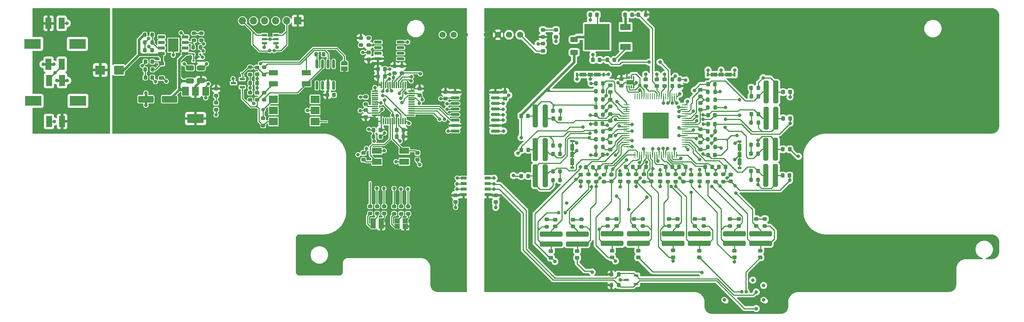
<source format=gbr>
%TF.GenerationSoftware,KiCad,Pcbnew,7.0.6*%
%TF.CreationDate,2024-02-05T21:23:05+01:00*%
%TF.ProjectId,FT24-AMS_Slave-v5,46543234-2d41-44d5-935f-536c6176652d,rev?*%
%TF.SameCoordinates,Original*%
%TF.FileFunction,Soldermask,Top*%
%TF.FilePolarity,Negative*%
%FSLAX46Y46*%
G04 Gerber Fmt 4.6, Leading zero omitted, Abs format (unit mm)*
G04 Created by KiCad (PCBNEW 7.0.6) date 2024-02-05 21:23:05*
%MOMM*%
%LPD*%
G01*
G04 APERTURE LIST*
G04 Aperture macros list*
%AMRoundRect*
0 Rectangle with rounded corners*
0 $1 Rounding radius*
0 $2 $3 $4 $5 $6 $7 $8 $9 X,Y pos of 4 corners*
0 Add a 4 corners polygon primitive as box body*
4,1,4,$2,$3,$4,$5,$6,$7,$8,$9,$2,$3,0*
0 Add four circle primitives for the rounded corners*
1,1,$1+$1,$2,$3*
1,1,$1+$1,$4,$5*
1,1,$1+$1,$6,$7*
1,1,$1+$1,$8,$9*
0 Add four rect primitives between the rounded corners*
20,1,$1+$1,$2,$3,$4,$5,0*
20,1,$1+$1,$4,$5,$6,$7,0*
20,1,$1+$1,$6,$7,$8,$9,0*
20,1,$1+$1,$8,$9,$2,$3,0*%
%AMFreePoly0*
4,1,19,0.550000,-0.750000,0.000000,-0.750000,0.000000,-0.744911,-0.071157,-0.744911,-0.207708,-0.704816,-0.327430,-0.627875,-0.420627,-0.520320,-0.479746,-0.390866,-0.500000,-0.250000,-0.500000,0.250000,-0.479746,0.390866,-0.420627,0.520320,-0.327430,0.627875,-0.207708,0.704816,-0.071157,0.744911,0.000000,0.744911,0.000000,0.750000,0.550000,0.750000,0.550000,-0.750000,0.550000,-0.750000,
$1*%
%AMFreePoly1*
4,1,19,0.000000,0.744911,0.071157,0.744911,0.207708,0.704816,0.327430,0.627875,0.420627,0.520320,0.479746,0.390866,0.500000,0.250000,0.500000,-0.250000,0.479746,-0.390866,0.420627,-0.520320,0.327430,-0.627875,0.207708,-0.704816,0.071157,-0.744911,0.000000,-0.744911,0.000000,-0.750000,-0.550000,-0.750000,-0.550000,0.750000,0.000000,0.750000,0.000000,0.744911,0.000000,0.744911,
$1*%
G04 Aperture macros list end*
%ADD10RoundRect,0.225000X0.250000X-0.225000X0.250000X0.225000X-0.250000X0.225000X-0.250000X-0.225000X0*%
%ADD11RoundRect,0.250000X2.350000X-0.325000X2.350000X0.325000X-2.350000X0.325000X-2.350000X-0.325000X0*%
%ADD12RoundRect,0.200000X0.200000X0.275000X-0.200000X0.275000X-0.200000X-0.275000X0.200000X-0.275000X0*%
%ADD13RoundRect,0.200000X-0.200000X-0.275000X0.200000X-0.275000X0.200000X0.275000X-0.200000X0.275000X0*%
%ADD14RoundRect,0.225000X-0.250000X0.225000X-0.250000X-0.225000X0.250000X-0.225000X0.250000X0.225000X0*%
%ADD15RoundRect,0.225000X0.225000X0.250000X-0.225000X0.250000X-0.225000X-0.250000X0.225000X-0.250000X0*%
%ADD16RoundRect,0.200000X0.275000X-0.200000X0.275000X0.200000X-0.275000X0.200000X-0.275000X-0.200000X0*%
%ADD17O,1.500000X0.250000*%
%ADD18O,0.250000X1.500000*%
%ADD19C,0.800000*%
%ADD20R,6.000000X6.000000*%
%ADD21RoundRect,0.150000X-0.875000X-0.150000X0.875000X-0.150000X0.875000X0.150000X-0.875000X0.150000X0*%
%ADD22RoundRect,0.200000X-0.275000X0.200000X-0.275000X-0.200000X0.275000X-0.200000X0.275000X0.200000X0*%
%ADD23RoundRect,0.218750X0.256250X-0.218750X0.256250X0.218750X-0.256250X0.218750X-0.256250X-0.218750X0*%
%ADD24R,1.700000X1.700000*%
%ADD25O,1.700000X1.700000*%
%ADD26R,1.250000X0.600000*%
%ADD27RoundRect,0.218750X0.218750X0.256250X-0.218750X0.256250X-0.218750X-0.256250X0.218750X-0.256250X0*%
%ADD28R,0.550000X0.420000*%
%ADD29R,0.300000X0.700000*%
%ADD30R,1.700000X1.000000*%
%ADD31R,1.346200X2.540000*%
%ADD32R,3.800000X2.200000*%
%ADD33RoundRect,0.250000X0.625000X-0.312500X0.625000X0.312500X-0.625000X0.312500X-0.625000X-0.312500X0*%
%ADD34R,1.050000X0.600000*%
%ADD35RoundRect,0.218750X-0.218750X-0.256250X0.218750X-0.256250X0.218750X0.256250X-0.218750X0.256250X0*%
%ADD36C,1.400000*%
%ADD37RoundRect,0.225000X-0.225000X-0.250000X0.225000X-0.250000X0.225000X0.250000X-0.225000X0.250000X0*%
%ADD38RoundRect,0.102000X0.500000X-0.500000X0.500000X0.500000X-0.500000X0.500000X-0.500000X-0.500000X0*%
%ADD39RoundRect,0.102000X-0.500000X0.500000X-0.500000X-0.500000X0.500000X-0.500000X0.500000X0.500000X0*%
%ADD40RoundRect,0.075000X0.075000X-0.662500X0.075000X0.662500X-0.075000X0.662500X-0.075000X-0.662500X0*%
%ADD41RoundRect,0.075000X0.662500X-0.075000X0.662500X0.075000X-0.662500X0.075000X-0.662500X-0.075000X0*%
%ADD42R,1.474500X0.650000*%
%ADD43RoundRect,0.250000X0.325000X2.350000X-0.325000X2.350000X-0.325000X-2.350000X0.325000X-2.350000X0*%
%ADD44RoundRect,0.250000X-0.325000X-2.350000X0.325000X-2.350000X0.325000X2.350000X-0.325000X2.350000X0*%
%ADD45R,0.600000X0.900000*%
%ADD46R,1.500000X0.900000*%
%ADD47R,1.200000X0.900000*%
%ADD48R,1.525000X0.650000*%
%ADD49R,2.400000X3.100000*%
%ADD50R,2.000000X1.780000*%
%ADD51R,2.000000X1.200000*%
%ADD52R,2.400000X1.400000*%
%ADD53R,5.750000X5.900000*%
%ADD54RoundRect,0.250000X1.500000X0.550000X-1.500000X0.550000X-1.500000X-0.550000X1.500000X-0.550000X0*%
%ADD55RoundRect,0.250000X0.650000X-0.325000X0.650000X0.325000X-0.650000X0.325000X-0.650000X-0.325000X0*%
%ADD56FreePoly0,90.000000*%
%ADD57R,1.500000X1.000000*%
%ADD58FreePoly1,90.000000*%
%ADD59R,2.300000X2.150000*%
%ADD60R,1.150000X0.600000*%
%ADD61RoundRect,0.225000X-0.375000X0.225000X-0.375000X-0.225000X0.375000X-0.225000X0.375000X0.225000X0*%
%ADD62R,2.200000X1.400000*%
%ADD63RoundRect,0.150000X0.150000X-0.825000X0.150000X0.825000X-0.150000X0.825000X-0.150000X-0.825000X0*%
%ADD64RoundRect,0.150000X0.725000X0.150000X-0.725000X0.150000X-0.725000X-0.150000X0.725000X-0.150000X0*%
%ADD65R,1.500000X2.000000*%
%ADD66R,3.800000X2.000000*%
%ADD67R,0.900000X0.600000*%
%ADD68R,0.900000X1.500000*%
%ADD69R,0.900000X1.200000*%
%ADD70C,0.850000*%
%TA.AperFunction,SMDPad,CuDef*%
%ADD71RoundRect,0.225000X0.250000X-0.225000X0.250000X0.225000X-0.250000X0.225000X-0.250000X-0.225000X0*%
%TD*%
%TA.AperFunction,SMDPad,CuDef*%
%ADD72RoundRect,0.250000X2.350000X-0.325000X2.350000X0.325000X-2.350000X0.325000X-2.350000X-0.325000X0*%
%TD*%
%TA.AperFunction,SMDPad,CuDef*%
%ADD73RoundRect,0.200000X0.200000X0.275000X-0.200000X0.275000X-0.200000X-0.275000X0.200000X-0.275000X0*%
%TD*%
%TA.AperFunction,SMDPad,CuDef*%
%ADD74RoundRect,0.200000X-0.200000X-0.275000X0.200000X-0.275000X0.200000X0.275000X-0.200000X0.275000X0*%
%TD*%
%TA.AperFunction,SMDPad,CuDef*%
%ADD75RoundRect,0.225000X-0.250000X0.225000X-0.250000X-0.225000X0.250000X-0.225000X0.250000X0.225000X0*%
%TD*%
%TA.AperFunction,SMDPad,CuDef*%
%ADD76RoundRect,0.225000X0.225000X0.250000X-0.225000X0.250000X-0.225000X-0.250000X0.225000X-0.250000X0*%
%TD*%
%TA.AperFunction,SMDPad,CuDef*%
%ADD77RoundRect,0.200000X0.275000X-0.200000X0.275000X0.200000X-0.275000X0.200000X-0.275000X-0.200000X0*%
%TD*%
%TA.AperFunction,SMDPad,CuDef*%
%ADD78O,1.500000X0.250000*%
%TD*%
%TA.AperFunction,SMDPad,CuDef*%
%ADD79O,0.250000X1.500000*%
%TD*%
%TA.AperFunction,ComponentPad*%
%ADD80C,0.800000*%
%TD*%
%TA.AperFunction,SMDPad,CuDef*%
%ADD81R,6.000000X6.000000*%
%TD*%
%TA.AperFunction,SMDPad,CuDef*%
%ADD82RoundRect,0.150000X-0.875000X-0.150000X0.875000X-0.150000X0.875000X0.150000X-0.875000X0.150000X0*%
%TD*%
%TA.AperFunction,SMDPad,CuDef*%
%ADD83RoundRect,0.200000X-0.275000X0.200000X-0.275000X-0.200000X0.275000X-0.200000X0.275000X0.200000X0*%
%TD*%
%TA.AperFunction,SMDPad,CuDef*%
%ADD84RoundRect,0.218750X0.256250X-0.218750X0.256250X0.218750X-0.256250X0.218750X-0.256250X-0.218750X0*%
%TD*%
%TA.AperFunction,ComponentPad*%
%ADD85R,1.700000X1.700000*%
%TD*%
%TA.AperFunction,ComponentPad*%
%ADD86O,1.700000X1.700000*%
%TD*%
%TA.AperFunction,SMDPad,CuDef*%
%ADD87R,1.250000X0.600000*%
%TD*%
%TA.AperFunction,SMDPad,CuDef*%
%ADD88RoundRect,0.218750X0.218750X0.256250X-0.218750X0.256250X-0.218750X-0.256250X0.218750X-0.256250X0*%
%TD*%
%TA.AperFunction,SMDPad,CuDef*%
%ADD89R,0.550000X0.420000*%
%TD*%
%TA.AperFunction,SMDPad,CuDef*%
%ADD90R,0.300000X0.700000*%
%TD*%
%TA.AperFunction,SMDPad,CuDef*%
%ADD91R,1.700000X1.000000*%
%TD*%
%TA.AperFunction,SMDPad,CuDef*%
%ADD92R,1.346200X2.540000*%
%TD*%
%TA.AperFunction,SMDPad,CuDef*%
%ADD93R,3.800000X2.200000*%
%TD*%
%TA.AperFunction,SMDPad,CuDef*%
%ADD94RoundRect,0.250000X0.625000X-0.312500X0.625000X0.312500X-0.625000X0.312500X-0.625000X-0.312500X0*%
%TD*%
%TA.AperFunction,SMDPad,CuDef*%
%ADD95R,1.050000X0.600000*%
%TD*%
%TA.AperFunction,SMDPad,CuDef*%
%ADD96RoundRect,0.218750X-0.218750X-0.256250X0.218750X-0.256250X0.218750X0.256250X-0.218750X0.256250X0*%
%TD*%
%TA.AperFunction,ComponentPad*%
%ADD97C,1.400000*%
%TD*%
%TA.AperFunction,SMDPad,CuDef*%
%ADD98RoundRect,0.225000X-0.225000X-0.250000X0.225000X-0.250000X0.225000X0.250000X-0.225000X0.250000X0*%
%TD*%
%TA.AperFunction,SMDPad,CuDef*%
%ADD99R,1.000000X1.000000*%
%TD*%
%TA.AperFunction,SMDPad,CuDef*%
%ADD100RoundRect,0.075000X0.075000X-0.662500X0.075000X0.662500X-0.075000X0.662500X-0.075000X-0.662500X0*%
%TD*%
%TA.AperFunction,SMDPad,CuDef*%
%ADD101RoundRect,0.075000X0.662500X-0.075000X0.662500X0.075000X-0.662500X0.075000X-0.662500X-0.075000X0*%
%TD*%
%TA.AperFunction,SMDPad,CuDef*%
%ADD102R,1.474500X0.650000*%
%TD*%
%TA.AperFunction,SMDPad,CuDef*%
%ADD103RoundRect,0.250000X0.325000X2.350000X-0.325000X2.350000X-0.325000X-2.350000X0.325000X-2.350000X0*%
%TD*%
%TA.AperFunction,SMDPad,CuDef*%
%ADD104RoundRect,0.250000X-0.325000X-2.350000X0.325000X-2.350000X0.325000X2.350000X-0.325000X2.350000X0*%
%TD*%
%TA.AperFunction,SMDPad,CuDef*%
%ADD105R,0.600000X0.900000*%
%TD*%
%TA.AperFunction,SMDPad,CuDef*%
%ADD106R,1.500000X0.900000*%
%TD*%
%TA.AperFunction,SMDPad,CuDef*%
%ADD107R,1.200000X0.900000*%
%TD*%
%TA.AperFunction,SMDPad,CuDef*%
%ADD108R,1.525000X0.650000*%
%TD*%
%TA.AperFunction,SMDPad,CuDef*%
%ADD109R,2.400000X3.100000*%
%TD*%
%TA.AperFunction,SMDPad,CuDef*%
%ADD110R,2.000000X1.780000*%
%TD*%
%TA.AperFunction,SMDPad,CuDef*%
%ADD111R,2.000000X1.200000*%
%TD*%
%TA.AperFunction,SMDPad,CuDef*%
%ADD112R,2.400000X1.400000*%
%TD*%
%TA.AperFunction,SMDPad,CuDef*%
%ADD113R,5.750000X5.900000*%
%TD*%
%TA.AperFunction,SMDPad,CuDef*%
%ADD114RoundRect,0.250000X1.500000X0.550000X-1.500000X0.550000X-1.500000X-0.550000X1.500000X-0.550000X0*%
%TD*%
%TA.AperFunction,SMDPad,CuDef*%
%ADD115RoundRect,0.250000X0.650000X-0.325000X0.650000X0.325000X-0.650000X0.325000X-0.650000X-0.325000X0*%
%TD*%
%TA.AperFunction,SMDPad,CuDef*%
%ADD116FreePoly0,90.000000*%
%TD*%
%TA.AperFunction,SMDPad,CuDef*%
%ADD117R,1.500000X1.000000*%
%TD*%
%TA.AperFunction,SMDPad,CuDef*%
%ADD118FreePoly1,90.000000*%
%TD*%
%TA.AperFunction,SMDPad,CuDef*%
%ADD119R,2.300000X2.150000*%
%TD*%
%TA.AperFunction,SMDPad,CuDef*%
%ADD120R,1.150000X0.600000*%
%TD*%
%TA.AperFunction,SMDPad,CuDef*%
%ADD121RoundRect,0.225000X-0.375000X0.225000X-0.375000X-0.225000X0.375000X-0.225000X0.375000X0.225000X0*%
%TD*%
%TA.AperFunction,SMDPad,CuDef*%
%ADD122R,2.200000X1.400000*%
%TD*%
%TA.AperFunction,SMDPad,CuDef*%
%ADD123RoundRect,0.150000X0.150000X-0.825000X0.150000X0.825000X-0.150000X0.825000X-0.150000X-0.825000X0*%
%TD*%
%TA.AperFunction,SMDPad,CuDef*%
%ADD124RoundRect,0.150000X0.725000X0.150000X-0.725000X0.150000X-0.725000X-0.150000X0.725000X-0.150000X0*%
%TD*%
%TA.AperFunction,SMDPad,CuDef*%
%ADD125R,1.500000X2.000000*%
%TD*%
%TA.AperFunction,SMDPad,CuDef*%
%ADD126R,3.800000X2.000000*%
%TD*%
%TA.AperFunction,SMDPad,CuDef*%
%ADD127R,0.900000X0.600000*%
%TD*%
%TA.AperFunction,SMDPad,CuDef*%
%ADD128R,0.900000X1.500000*%
%TD*%
%TA.AperFunction,SMDPad,CuDef*%
%ADD129R,0.900000X1.200000*%
%TD*%
%TA.AperFunction,ViaPad*%
%ADD130C,0.800000*%
%TD*%
%TA.AperFunction,Conductor*%
%ADD131C,0.250000*%
%TD*%
%TA.AperFunction,Conductor*%
%ADD132C,0.600000*%
%TD*%
%TA.AperFunction,Conductor*%
%ADD133C,0.200000*%
%TD*%
G04 APERTURE END LIST*
D10*
%TO.C,C24*%
X206728500Y-104649500D03*
X206728500Y-103099500D03*
%TD*%
D11*
%TO.C,R48*%
X192467500Y-129277500D03*
X192467500Y-127027500D03*
%TD*%
D12*
%TO.C,R21*%
X219992500Y-93577500D03*
X218342500Y-93577500D03*
%TD*%
D13*
%TO.C,R8*%
X182717500Y-94381500D03*
X184367500Y-94381500D03*
%TD*%
D14*
%TO.C,C59*%
X161899695Y-94524695D03*
X161899695Y-96074695D03*
%TD*%
D15*
%TO.C,C50*%
X81075000Y-87600000D03*
X79525000Y-87600000D03*
%TD*%
D16*
%TO.C,R59*%
X208367500Y-115102500D03*
X208367500Y-113452500D03*
%TD*%
D13*
%TO.C,R78*%
X186330000Y-136400000D03*
X187980000Y-136400000D03*
%TD*%
D17*
%TO.C,U2*%
X189780000Y-97527500D03*
X189780000Y-98027500D03*
X189780000Y-98527500D03*
X189780000Y-99027500D03*
X189780000Y-99527500D03*
X189780000Y-100027500D03*
X189780000Y-100527500D03*
X189780000Y-101027500D03*
X189780000Y-101527500D03*
X189780000Y-102027500D03*
X189780000Y-102527500D03*
X189780000Y-103027500D03*
X189780000Y-103527500D03*
X189780000Y-104027500D03*
X189780000Y-104527500D03*
X189780000Y-105027500D03*
X189780000Y-105527500D03*
X189780000Y-106027500D03*
X189780000Y-106527500D03*
X189780000Y-107027500D03*
D18*
X191717500Y-108965000D03*
X192217500Y-108965000D03*
X192717500Y-108965000D03*
X193217500Y-108965000D03*
X193717500Y-108965000D03*
X194217500Y-108965000D03*
X194717500Y-108965000D03*
X195217500Y-108965000D03*
X195717500Y-108965000D03*
X196217500Y-108965000D03*
X196717500Y-108965000D03*
X197217500Y-108965000D03*
X197717500Y-108965000D03*
X198217500Y-108965000D03*
X198717500Y-108965000D03*
X199217500Y-108965000D03*
X199717500Y-108965000D03*
X200217500Y-108965000D03*
X200717500Y-108965000D03*
X201217500Y-108965000D03*
D17*
X203155000Y-107027500D03*
X203155000Y-106527500D03*
X203155000Y-106027500D03*
X203155000Y-105527500D03*
X203155000Y-105027500D03*
X203155000Y-104527500D03*
X203155000Y-104027500D03*
X203155000Y-103527500D03*
X203155000Y-103027500D03*
X203155000Y-102527500D03*
X203155000Y-102027500D03*
X203155000Y-101527500D03*
X203155000Y-101027500D03*
X203155000Y-100527500D03*
X203155000Y-100027500D03*
X203155000Y-99527500D03*
X203155000Y-99027500D03*
X203155000Y-98527500D03*
X203155000Y-98027500D03*
X203155000Y-97527500D03*
D18*
X201217500Y-95590000D03*
X200717500Y-95590000D03*
X200217500Y-95590000D03*
X199717500Y-95590000D03*
X199217500Y-95590000D03*
X198717500Y-95590000D03*
D19*
X194067500Y-99877500D03*
X194067500Y-101077500D03*
X194067500Y-102277500D03*
X194067500Y-103477500D03*
X194067500Y-104677500D03*
X195267500Y-99877500D03*
X195267500Y-101077500D03*
X195267500Y-102277500D03*
X195267500Y-103477500D03*
X195267500Y-104677500D03*
X196467500Y-99877500D03*
X196467500Y-101077500D03*
X196467500Y-102277500D03*
D20*
X196467500Y-102277500D03*
D19*
X196467500Y-103477500D03*
X196467500Y-104677500D03*
X197667500Y-99877500D03*
X197667500Y-101077500D03*
X197667500Y-102277500D03*
X197667500Y-103477500D03*
X197667500Y-104677500D03*
D18*
X198217500Y-95590000D03*
D19*
X198867500Y-99877500D03*
X198867500Y-101077500D03*
X198867500Y-102277500D03*
X198867500Y-103477500D03*
X198867500Y-104677500D03*
D18*
X197717500Y-95590000D03*
X197217500Y-95590000D03*
X196717500Y-95590000D03*
X196217500Y-95590000D03*
X195717500Y-95590000D03*
X195217500Y-95590000D03*
X194717500Y-95590000D03*
X194217500Y-95590000D03*
X193717500Y-95590000D03*
X193217500Y-95590000D03*
X192717500Y-95590000D03*
X192217500Y-95590000D03*
X191717500Y-95590000D03*
%TD*%
D12*
%TO.C,R28*%
X219917500Y-106677500D03*
X218267500Y-106677500D03*
%TD*%
D21*
%TO.C,U5*%
X150449695Y-94654695D03*
X150449695Y-95924695D03*
X150449695Y-97194695D03*
X150449695Y-98464695D03*
X150449695Y-99734695D03*
X150449695Y-101004695D03*
X150449695Y-102274695D03*
X150449695Y-103544695D03*
X159749695Y-103544695D03*
X159749695Y-102274695D03*
X159749695Y-101004695D03*
X159749695Y-99734695D03*
X159749695Y-98464695D03*
X159749695Y-97194695D03*
X159749695Y-95924695D03*
X159749695Y-94654695D03*
%TD*%
D22*
%TO.C,R6*%
X128900000Y-82175000D03*
X128900000Y-83825000D03*
%TD*%
D23*
%TO.C,F13*%
X214455000Y-132500000D03*
X214455000Y-130925000D03*
%TD*%
D24*
%TO.C,J16*%
X114440000Y-78225000D03*
D25*
X111900000Y-78225000D03*
X109360000Y-78225000D03*
X106820000Y-78225000D03*
X104280000Y-78225000D03*
X101740000Y-78225000D03*
%TD*%
D26*
%TO.C,D5*%
X101700000Y-93450000D03*
X101700000Y-91550000D03*
X99700000Y-92500000D03*
%TD*%
D14*
%TO.C,C41*%
X197467500Y-113502500D03*
X197467500Y-115052500D03*
%TD*%
D12*
%TO.C,R17*%
X210053500Y-98074500D03*
X208403500Y-98074500D03*
%TD*%
D13*
%TO.C,R35*%
X172892500Y-114777500D03*
X174542500Y-114777500D03*
%TD*%
D23*
%TO.C,F8*%
X178455000Y-132587500D03*
X178455000Y-131012500D03*
%TD*%
D13*
%TO.C,R64*%
X182703500Y-96206500D03*
X184353500Y-96206500D03*
%TD*%
D12*
%TO.C,R71*%
X81025000Y-83200000D03*
X79375000Y-83200000D03*
%TD*%
D16*
%TO.C,R1*%
X170600000Y-81925000D03*
X170600000Y-80275000D03*
%TD*%
D10*
%TO.C,C23*%
X206728500Y-107714500D03*
X206728500Y-106164500D03*
%TD*%
D11*
%TO.C,R57*%
X214467500Y-129277500D03*
X214467500Y-127027500D03*
%TD*%
D27*
%TO.C,F2*%
X227255000Y-94577500D03*
X225680000Y-94577500D03*
%TD*%
D10*
%TO.C,C18*%
X105100000Y-96275000D03*
X105100000Y-94725000D03*
%TD*%
D28*
%TO.C,D25*%
X90500000Y-87400000D03*
X92100000Y-87400000D03*
%TD*%
D29*
%TO.C,U4*%
X189855000Y-93350000D03*
X190355000Y-93350000D03*
X190855000Y-93350000D03*
X191355000Y-93350000D03*
X191355000Y-91250000D03*
X190855000Y-91250000D03*
X190355000Y-91250000D03*
X189855000Y-91250000D03*
D30*
X190605000Y-92300000D03*
%TD*%
D23*
%TO.C,F10*%
X192455000Y-132487500D03*
X192455000Y-130912500D03*
%TD*%
D27*
%TO.C,D8*%
X219955000Y-95577500D03*
X218380000Y-95577500D03*
%TD*%
D16*
%TO.C,R61*%
X211923500Y-115102500D03*
X211923500Y-113452500D03*
%TD*%
D27*
%TO.C,F1*%
X227242500Y-100600000D03*
X225667500Y-100600000D03*
%TD*%
D12*
%TO.C,R18*%
X210053500Y-96296500D03*
X208403500Y-96296500D03*
%TD*%
D27*
%TO.C,F4*%
X227180000Y-107677500D03*
X225605000Y-107677500D03*
%TD*%
D31*
%TO.C,J1*%
X57300000Y-78799998D03*
X60300000Y-78799998D03*
X57300000Y-88200000D03*
X60300000Y-88200000D03*
D32*
X53665001Y-83499999D03*
X63934999Y-83499999D03*
%TD*%
D33*
%TO.C,R11*%
X177755000Y-85462500D03*
X177755000Y-82537500D03*
%TD*%
D11*
%TO.C,R43*%
X186467500Y-129277500D03*
X186467500Y-127027500D03*
%TD*%
D15*
%TO.C,C3*%
X133362500Y-104762500D03*
X131812500Y-104762500D03*
%TD*%
D34*
%TO.C,D3*%
X191955000Y-138550000D03*
X191955000Y-136650000D03*
X189755000Y-137600000D03*
%TD*%
D22*
%TO.C,R3*%
X130650000Y-82175000D03*
X130650000Y-83825000D03*
%TD*%
D35*
%TO.C,D21*%
X172967500Y-100650750D03*
X174542500Y-100650750D03*
%TD*%
D23*
%TO.C,F11*%
X200455000Y-132475000D03*
X200455000Y-130900000D03*
%TD*%
%TO.C,F7*%
X172455000Y-132587500D03*
X172455000Y-131012500D03*
%TD*%
D13*
%TO.C,R65*%
X182703500Y-97984500D03*
X184353500Y-97984500D03*
%TD*%
D14*
%TO.C,C28*%
X186042500Y-106152500D03*
X186042500Y-107702500D03*
%TD*%
D23*
%TO.C,D18*%
X205467500Y-125240000D03*
X205467500Y-123665000D03*
%TD*%
D36*
%TO.C,PS1*%
X152690000Y-81415000D03*
X157770000Y-81415000D03*
X147610000Y-81415000D03*
X150150000Y-81415000D03*
X160310000Y-81415000D03*
X162850000Y-81415000D03*
X165390000Y-81415000D03*
%TD*%
D16*
%TO.C,R47*%
X193717500Y-115102500D03*
X193717500Y-113452500D03*
%TD*%
D12*
%TO.C,R23*%
X219917500Y-114677500D03*
X218267500Y-114677500D03*
%TD*%
D16*
%TO.C,R80*%
X136500000Y-122437500D03*
X136500000Y-120787500D03*
%TD*%
D14*
%TO.C,C47*%
X186042500Y-92985500D03*
X186042500Y-94535500D03*
%TD*%
D16*
%TO.C,R79*%
X131000000Y-122400000D03*
X131000000Y-120750000D03*
%TD*%
D13*
%TO.C,R31*%
X182703500Y-103621500D03*
X184353500Y-103621500D03*
%TD*%
D11*
%TO.C,R55*%
X206467500Y-129277500D03*
X206467500Y-127027500D03*
%TD*%
D23*
%TO.C,D20*%
X219467500Y-125240000D03*
X219467500Y-123665000D03*
%TD*%
D16*
%TO.C,R39*%
X182789500Y-115116500D03*
X182789500Y-113466500D03*
%TD*%
D23*
%TO.C,F9*%
X186455000Y-132487500D03*
X186455000Y-130912500D03*
%TD*%
D16*
%TO.C,R38*%
X181011500Y-115102500D03*
X181011500Y-113452500D03*
%TD*%
D14*
%TO.C,C37*%
X188367500Y-113502500D03*
X188367500Y-115052500D03*
%TD*%
D37*
%TO.C,C8*%
X132825000Y-89300000D03*
X134375000Y-89300000D03*
%TD*%
D23*
%TO.C,D16*%
X191467500Y-125240000D03*
X191467500Y-123665000D03*
%TD*%
D27*
%TO.C,D10*%
X219880000Y-108677500D03*
X218305000Y-108677500D03*
%TD*%
D12*
%TO.C,R24*%
X210067500Y-107180500D03*
X208417500Y-107180500D03*
%TD*%
D35*
%TO.C,D11*%
X172930000Y-108777499D03*
X174505000Y-108777499D03*
%TD*%
D27*
%TO.C,F3*%
X227142500Y-113700000D03*
X225567500Y-113700000D03*
%TD*%
D16*
%TO.C,R60*%
X210145500Y-115102500D03*
X210145500Y-113452500D03*
%TD*%
D11*
%TO.C,R36*%
X172467500Y-129402500D03*
X172467500Y-127152500D03*
%TD*%
D23*
%TO.C,D13*%
X173467499Y-125365000D03*
X173467499Y-123790000D03*
%TD*%
D14*
%TO.C,C45*%
X206567500Y-113502500D03*
X206567500Y-115052500D03*
%TD*%
D28*
%TO.C,D4*%
X90500000Y-85900000D03*
X92100000Y-85900000D03*
%TD*%
D16*
%TO.C,R42*%
X179467500Y-125402500D03*
X179467500Y-123752500D03*
%TD*%
D12*
%TO.C,R69*%
X81125000Y-89400000D03*
X79475000Y-89400000D03*
%TD*%
D16*
%TO.C,R49*%
X193467500Y-125277500D03*
X193467500Y-123627500D03*
%TD*%
D12*
%TO.C,R19*%
X210053500Y-94518500D03*
X208403500Y-94518500D03*
%TD*%
D16*
%TO.C,R54*%
X202823500Y-115102500D03*
X202823500Y-113452500D03*
%TD*%
D14*
%TO.C,C34*%
X186317500Y-113502500D03*
X186317500Y-115052500D03*
%TD*%
D38*
%TO.C,D28*%
X137175000Y-125325000D03*
X137175000Y-124075000D03*
D39*
X139025000Y-124075000D03*
X139025000Y-125325000D03*
%TD*%
D38*
%TO.C,D27*%
X131675000Y-125300000D03*
X131675000Y-124050000D03*
D39*
X133525000Y-124050000D03*
X133525000Y-125300000D03*
%TD*%
D40*
%TO.C,U1*%
X133550000Y-101262500D03*
X134050000Y-101262500D03*
X134550000Y-101262500D03*
X135050000Y-101262500D03*
X135550000Y-101262500D03*
X136050000Y-101262500D03*
X136550000Y-101262500D03*
X137050000Y-101262500D03*
X137550000Y-101262500D03*
X138050000Y-101262500D03*
X138550000Y-101262500D03*
X139050000Y-101262500D03*
D41*
X140462500Y-99850000D03*
X140462500Y-99350000D03*
X140462500Y-98850000D03*
X140462500Y-98350000D03*
X140462500Y-97850000D03*
X140462500Y-97350000D03*
X140462500Y-96850000D03*
X140462500Y-96350000D03*
X140462500Y-95850000D03*
X140462500Y-95350000D03*
X140462500Y-94850000D03*
X140462500Y-94350000D03*
D40*
X139050000Y-92937500D03*
X138550000Y-92937500D03*
X138050000Y-92937500D03*
X137550000Y-92937500D03*
X137050000Y-92937500D03*
X136550000Y-92937500D03*
X136050000Y-92937500D03*
X135550000Y-92937500D03*
X135050000Y-92937500D03*
X134550000Y-92937500D03*
X134050000Y-92937500D03*
X133550000Y-92937500D03*
D41*
X132137500Y-94350000D03*
X132137500Y-94850000D03*
X132137500Y-95350000D03*
X132137500Y-95850000D03*
X132137500Y-96350000D03*
X132137500Y-96850000D03*
X132137500Y-97350000D03*
X132137500Y-97850000D03*
X132137500Y-98350000D03*
X132137500Y-98850000D03*
X132137500Y-99350000D03*
X132137500Y-99850000D03*
%TD*%
D22*
%TO.C,R75*%
X92300000Y-81075000D03*
X92300000Y-82725000D03*
%TD*%
D13*
%TO.C,R66*%
X182703500Y-99762500D03*
X184353500Y-99762500D03*
%TD*%
D15*
%TO.C,C7*%
X133362500Y-103262500D03*
X131812500Y-103262500D03*
%TD*%
D23*
%TO.C,F12*%
X206455000Y-132487500D03*
X206455000Y-130912500D03*
%TD*%
D16*
%TO.C,R4*%
X130000000Y-97325000D03*
X130000000Y-95675000D03*
%TD*%
%TO.C,R85*%
X134200000Y-122400000D03*
X134200000Y-120750000D03*
%TD*%
D27*
%TO.C,D7*%
X219955000Y-99577500D03*
X218380000Y-99577500D03*
%TD*%
D23*
%TO.C,D19*%
X215467499Y-125240000D03*
X215467499Y-123665000D03*
%TD*%
D10*
%TO.C,C20*%
X206714500Y-95543500D03*
X206714500Y-93993500D03*
%TD*%
D16*
%TO.C,R84*%
X132600000Y-122400000D03*
X132600000Y-120750000D03*
%TD*%
%TO.C,R37*%
X171467500Y-125402500D03*
X171467500Y-123752500D03*
%TD*%
D42*
%TO.C,IC1*%
X157936945Y-118104695D03*
X157936945Y-116834695D03*
X157936945Y-115564695D03*
X157936945Y-114294695D03*
X152462445Y-114294695D03*
X152462445Y-115564695D03*
X152462445Y-116834695D03*
X152462445Y-118104695D03*
%TD*%
D14*
%TO.C,C5*%
X142354500Y-93757000D03*
X142354500Y-95307000D03*
%TD*%
D37*
%TO.C,C4*%
X132829500Y-91000000D03*
X134379500Y-91000000D03*
%TD*%
%TO.C,C26*%
X208453500Y-101874500D03*
X210003500Y-101874500D03*
%TD*%
D43*
%TO.C,R15*%
X223992500Y-100577500D03*
X221742500Y-100577500D03*
%TD*%
D16*
%TO.C,R45*%
X190167500Y-115102500D03*
X190167500Y-113452500D03*
%TD*%
D13*
%TO.C,R73*%
X90475000Y-84300000D03*
X92125000Y-84300000D03*
%TD*%
D37*
%TO.C,C39*%
X198733500Y-111763500D03*
X200283500Y-111763500D03*
%TD*%
D12*
%TO.C,R25*%
X210067500Y-105402500D03*
X208417500Y-105402500D03*
%TD*%
D23*
%TO.C,D14*%
X177467500Y-125365000D03*
X177467500Y-123790000D03*
%TD*%
D22*
%TO.C,R12*%
X106700000Y-94675000D03*
X106700000Y-96325000D03*
%TD*%
D14*
%TO.C,C38*%
X195467500Y-113488500D03*
X195467500Y-115038500D03*
%TD*%
D16*
%TO.C,R56*%
X207467500Y-125277500D03*
X207467500Y-123627500D03*
%TD*%
D44*
%TO.C,R29*%
X168892500Y-107777500D03*
X171142500Y-107777500D03*
%TD*%
D23*
%TO.C,F14*%
X220455000Y-132487500D03*
X220455000Y-130912500D03*
%TD*%
%TO.C,D1*%
X173600000Y-81887500D03*
X173600000Y-80312500D03*
%TD*%
D22*
%TO.C,R7*%
X138300000Y-88575000D03*
X138300000Y-90225000D03*
%TD*%
D11*
%TO.C,R50*%
X200467500Y-129277500D03*
X200467500Y-127027500D03*
%TD*%
D31*
%TO.C,J2*%
X60400000Y-101300000D03*
X57400000Y-101300000D03*
X60400000Y-91899998D03*
X57400000Y-91899998D03*
D32*
X64034999Y-96599999D03*
X53765001Y-96599999D03*
%TD*%
D14*
%TO.C,C33*%
X179267500Y-113502500D03*
X179267500Y-115052500D03*
%TD*%
D16*
%TO.C,R58*%
X213467500Y-125277500D03*
X213467500Y-123627500D03*
%TD*%
D45*
%TO.C,J12*%
X178417500Y-90547500D03*
D46*
X179817500Y-90547500D03*
D47*
X181467500Y-90547500D03*
D46*
X183117500Y-90547500D03*
D45*
X184517500Y-90547500D03*
%TD*%
D13*
%TO.C,R70*%
X79375000Y-81400000D03*
X81025000Y-81400000D03*
%TD*%
D10*
%TO.C,C1*%
X129479500Y-110057000D03*
X129479500Y-108507000D03*
%TD*%
D37*
%TO.C,C25*%
X208453500Y-108980500D03*
X210003500Y-108980500D03*
%TD*%
D16*
%TO.C,R86*%
X138100000Y-122437500D03*
X138100000Y-120787500D03*
%TD*%
D13*
%TO.C,R88*%
X118680000Y-85910000D03*
X120330000Y-85910000D03*
%TD*%
%TO.C,R33*%
X182703500Y-107177500D03*
X184353500Y-107177500D03*
%TD*%
D16*
%TO.C,R53*%
X201045500Y-115102500D03*
X201045500Y-113452500D03*
%TD*%
D37*
%TO.C,C40*%
X201798500Y-111763500D03*
X203348500Y-111763500D03*
%TD*%
D48*
%TO.C,IC6*%
X83188000Y-81895000D03*
X83188000Y-83165000D03*
X83188000Y-84435000D03*
X83188000Y-85705000D03*
X88612000Y-85705000D03*
X88612000Y-84435000D03*
X88612000Y-83165000D03*
X88612000Y-81895000D03*
D49*
X85900000Y-83800000D03*
%TD*%
D13*
%TO.C,R30*%
X172892500Y-106777500D03*
X174542500Y-106777500D03*
%TD*%
D37*
%TO.C,C35*%
X189627500Y-111763500D03*
X191177500Y-111763500D03*
%TD*%
D50*
%TO.C,U6*%
X118365000Y-101340000D03*
X118365000Y-98800000D03*
X118365000Y-96260000D03*
X108835000Y-96260000D03*
X108835000Y-98800000D03*
X108835000Y-101340000D03*
%TD*%
D15*
%TO.C,C29*%
X184303500Y-101821500D03*
X182753500Y-101821500D03*
%TD*%
D37*
%TO.C,C43*%
X207833500Y-111763500D03*
X209383500Y-111763500D03*
%TD*%
D16*
%TO.C,R52*%
X199267500Y-115102500D03*
X199267500Y-113452500D03*
%TD*%
%TO.C,R40*%
X184567500Y-115116500D03*
X184567500Y-113466500D03*
%TD*%
D12*
%TO.C,R26*%
X210067500Y-103624500D03*
X208417500Y-103624500D03*
%TD*%
D44*
%TO.C,R67*%
X168880000Y-100027500D03*
X171130000Y-100027500D03*
%TD*%
D51*
%TO.C,FL1*%
X116350000Y-92670000D03*
X116350000Y-90130000D03*
X108850000Y-90130000D03*
X108850000Y-92670000D03*
%TD*%
D16*
%TO.C,R13*%
X106700000Y-90525000D03*
X106700000Y-88875000D03*
%TD*%
D10*
%TO.C,C49*%
X186042500Y-101139500D03*
X186042500Y-99589500D03*
%TD*%
%TO.C,C15*%
X196755000Y-93175000D03*
X196755000Y-91625000D03*
%TD*%
D23*
%TO.C,D26*%
X95700000Y-98587500D03*
X95700000Y-97012500D03*
%TD*%
D15*
%TO.C,C9*%
X138629500Y-103258000D03*
X137079500Y-103258000D03*
%TD*%
D43*
%TO.C,R22*%
X223917500Y-113677500D03*
X221667500Y-113677500D03*
%TD*%
D10*
%TO.C,C13*%
X194155000Y-93175000D03*
X194155000Y-91625000D03*
%TD*%
D15*
%TO.C,C14*%
X183630000Y-87200000D03*
X182080000Y-87200000D03*
%TD*%
D35*
%TO.C,FB1*%
X189467500Y-76800000D03*
X191042500Y-76800000D03*
%TD*%
D14*
%TO.C,C48*%
X186042500Y-96287500D03*
X186042500Y-97837500D03*
%TD*%
D15*
%TO.C,C60*%
X184330000Y-92600000D03*
X182780000Y-92600000D03*
%TD*%
D13*
%TO.C,R68*%
X172930000Y-98872750D03*
X174580000Y-98872750D03*
%TD*%
D10*
%TO.C,C6*%
X130000000Y-100275000D03*
X130000000Y-98725000D03*
%TD*%
D52*
%TO.C,Q2*%
X189555000Y-84185000D03*
D53*
X183030000Y-81900000D03*
D52*
X189555000Y-79615000D03*
%TD*%
D23*
%TO.C,D17*%
X201467499Y-125240000D03*
X201467499Y-123665000D03*
%TD*%
D14*
%TO.C,C42*%
X204573500Y-113488500D03*
X204573500Y-115038500D03*
%TD*%
D10*
%TO.C,C11*%
X130650000Y-87045000D03*
X130650000Y-85495000D03*
%TD*%
D16*
%TO.C,R44*%
X185467500Y-125277500D03*
X185467500Y-123627500D03*
%TD*%
D14*
%TO.C,C56*%
X159799695Y-118224695D03*
X159799695Y-119774695D03*
%TD*%
D13*
%TO.C,R72*%
X79375000Y-85000000D03*
X81025000Y-85000000D03*
%TD*%
D16*
%TO.C,R14*%
X103500000Y-90525000D03*
X103500000Y-88875000D03*
%TD*%
D37*
%TO.C,C32*%
X183542500Y-111777500D03*
X185092500Y-111777500D03*
%TD*%
D54*
%TO.C,C51*%
X85000000Y-96200000D03*
X79600000Y-96200000D03*
%TD*%
D55*
%TO.C,C52*%
X89700000Y-91975000D03*
X89700000Y-89025000D03*
%TD*%
D45*
%TO.C,J11*%
X208417500Y-90547500D03*
D46*
X209817500Y-90547500D03*
D47*
X211467500Y-90547500D03*
D46*
X213117500Y-90547500D03*
D45*
X214517500Y-90547500D03*
%TD*%
D10*
%TO.C,C58*%
X150599695Y-119774695D03*
X150599695Y-118224695D03*
%TD*%
D14*
%TO.C,C2*%
X141879500Y-108507000D03*
X141879500Y-110057000D03*
%TD*%
D12*
%TO.C,R9*%
X201880000Y-93202500D03*
X200230000Y-93202500D03*
%TD*%
D16*
%TO.C,R63*%
X221467500Y-125277500D03*
X221467500Y-123627500D03*
%TD*%
D10*
%TO.C,C12*%
X198467500Y-93190750D03*
X198467500Y-91640750D03*
%TD*%
D35*
%TO.C,F15*%
X165617500Y-100027500D03*
X167192500Y-100027500D03*
%TD*%
D27*
%TO.C,D9*%
X219880000Y-112677500D03*
X218305000Y-112677500D03*
%TD*%
D10*
%TO.C,C54*%
X105100000Y-90475000D03*
X105100000Y-88925000D03*
%TD*%
D56*
%TO.C,JP1*%
X125100000Y-90500000D03*
D57*
X125100000Y-89200000D03*
D58*
X125100000Y-87900000D03*
%TD*%
D14*
%TO.C,C46*%
X213673500Y-113488500D03*
X213673500Y-115038500D03*
%TD*%
D15*
%TO.C,C16*%
X183030000Y-76800000D03*
X181480000Y-76800000D03*
%TD*%
D37*
%TO.C,C17*%
X121200000Y-95200000D03*
X122750000Y-95200000D03*
%TD*%
D13*
%TO.C,R77*%
X186330000Y-138800000D03*
X187980000Y-138800000D03*
%TD*%
D43*
%TO.C,R27*%
X223917500Y-107677500D03*
X221667500Y-107677500D03*
%TD*%
D35*
%TO.C,F6*%
X165667500Y-113800000D03*
X167242500Y-113800000D03*
%TD*%
D16*
%TO.C,R2*%
X170600000Y-85125000D03*
X170600000Y-83475000D03*
%TD*%
D13*
%TO.C,R10*%
X185330000Y-87200000D03*
X186980000Y-87200000D03*
%TD*%
D14*
%TO.C,C57*%
X148299695Y-94524695D03*
X148299695Y-96074695D03*
%TD*%
D15*
%TO.C,C10*%
X138629500Y-104782000D03*
X137079500Y-104782000D03*
%TD*%
D10*
%TO.C,C19*%
X206714500Y-98608500D03*
X206714500Y-97058500D03*
%TD*%
D59*
%TO.C,D2*%
X73450000Y-89500000D03*
X69150000Y-89500000D03*
%TD*%
D37*
%TO.C,C44*%
X210898500Y-111763500D03*
X212448500Y-111763500D03*
%TD*%
D60*
%TO.C,IC3*%
X106800000Y-81475000D03*
X106800000Y-82425000D03*
X106800000Y-83375000D03*
X109400000Y-83375000D03*
X109400000Y-82425000D03*
X109400000Y-81475000D03*
%TD*%
D27*
%TO.C,D22*%
X81087500Y-91200000D03*
X79512500Y-91200000D03*
%TD*%
D16*
%TO.C,R89*%
X103500000Y-96325000D03*
X103500000Y-94675000D03*
%TD*%
D22*
%TO.C,R5*%
X136600000Y-88575000D03*
X136600000Y-90225000D03*
%TD*%
D16*
%TO.C,R74*%
X90600000Y-82725000D03*
X90600000Y-81075000D03*
%TD*%
D22*
%TO.C,R76*%
X95700000Y-93775000D03*
X95700000Y-95425000D03*
%TD*%
D13*
%TO.C,R90*%
X192505000Y-76800000D03*
X194155000Y-76800000D03*
%TD*%
D15*
%TO.C,C55*%
X105075000Y-92500000D03*
X103525000Y-92500000D03*
%TD*%
D55*
%TO.C,C53*%
X92200000Y-91950000D03*
X92200000Y-89000000D03*
%TD*%
D16*
%TO.C,R87*%
X139700000Y-122437500D03*
X139700000Y-120787500D03*
%TD*%
D12*
%TO.C,R16*%
X219992500Y-101577500D03*
X218342500Y-101577500D03*
%TD*%
D37*
%TO.C,C36*%
X192692500Y-111763500D03*
X194242500Y-111763500D03*
%TD*%
D16*
%TO.C,R51*%
X199467500Y-125277500D03*
X199467500Y-123627500D03*
%TD*%
D11*
%TO.C,R41*%
X178467500Y-129402500D03*
X178467500Y-127152500D03*
%TD*%
D37*
%TO.C,C22*%
X208439500Y-92768500D03*
X209989500Y-92768500D03*
%TD*%
%TO.C,C31*%
X180477500Y-111777500D03*
X182027500Y-111777500D03*
%TD*%
D13*
%TO.C,R32*%
X182703500Y-105399500D03*
X184353500Y-105399500D03*
%TD*%
D11*
%TO.C,R62*%
X220467500Y-129277500D03*
X220467500Y-127027500D03*
%TD*%
D16*
%TO.C,R46*%
X191939500Y-115102500D03*
X191939500Y-113452500D03*
%TD*%
D61*
%TO.C,D23*%
X83200000Y-88050000D03*
X83200000Y-91350000D03*
%TD*%
D35*
%TO.C,F5*%
X165667500Y-107800000D03*
X167242500Y-107800000D03*
%TD*%
D44*
%TO.C,R34*%
X168892500Y-113777500D03*
X171142500Y-113777500D03*
%TD*%
D62*
%TO.C,Y2*%
X138829500Y-108032000D03*
X138829500Y-110532000D03*
X132529500Y-110532000D03*
X132529500Y-108032000D03*
%TD*%
D63*
%TO.C,U3*%
X118830000Y-93050000D03*
X120100000Y-93050000D03*
X121370000Y-93050000D03*
X122640000Y-93050000D03*
X122640000Y-88100000D03*
X121370000Y-88100000D03*
X120100000Y-88100000D03*
X118830000Y-88100000D03*
%TD*%
D14*
%TO.C,C61*%
X188555000Y-91550000D03*
X188555000Y-93100000D03*
%TD*%
D23*
%TO.C,D15*%
X187467499Y-125240000D03*
X187467499Y-123665000D03*
%TD*%
D64*
%TO.C,IC4*%
X137975000Y-86905000D03*
X137975000Y-85635000D03*
X137975000Y-84365000D03*
X137975000Y-83095000D03*
X132825000Y-83095000D03*
X132825000Y-84365000D03*
X132825000Y-85635000D03*
X132825000Y-86905000D03*
%TD*%
D16*
%TO.C,R83*%
X106500000Y-102225000D03*
X106500000Y-100575000D03*
%TD*%
D13*
%TO.C,R81*%
X200230000Y-91700000D03*
X201880000Y-91700000D03*
%TD*%
D43*
%TO.C,R20*%
X223992500Y-94577500D03*
X221742500Y-94577500D03*
%TD*%
D15*
%TO.C,C30*%
X184317500Y-108962500D03*
X182767500Y-108962500D03*
%TD*%
D65*
%TO.C,IC7*%
X93300000Y-94350000D03*
X91000000Y-94350000D03*
X88700000Y-94350000D03*
D66*
X91000000Y-100650000D03*
%TD*%
D37*
%TO.C,C21*%
X208453500Y-99874500D03*
X210003500Y-99874500D03*
%TD*%
D67*
%TO.C,J13*%
X177287500Y-111927500D03*
D68*
X177287500Y-110527500D03*
D69*
X177287500Y-108877500D03*
D68*
X177287500Y-107227500D03*
D67*
X177287500Y-105827500D03*
%TD*%
D14*
%TO.C,C27*%
X186042500Y-103087500D03*
X186042500Y-104637500D03*
%TD*%
D35*
%TO.C,D12*%
X172930000Y-112777500D03*
X174505000Y-112777500D03*
%TD*%
D67*
%TO.C,J14*%
X215647500Y-105877500D03*
D68*
X215647500Y-107277500D03*
D69*
X215647500Y-108927500D03*
D68*
X215647500Y-110577500D03*
D67*
X215647500Y-111977500D03*
%TD*%
D70*
%TO.C,J5*%
X212179000Y-142199000D03*
X221179000Y-142199000D03*
%TD*%
%TA.AperFunction,EtchedComponent*%
%TO.C,JP1*%
G36*
X125400000Y-90100000D02*
G01*
X124800000Y-90100000D01*
X124800000Y-89600000D01*
X125400000Y-89600000D01*
X125400000Y-90100000D01*
G37*
%TD.AperFunction*%
%TD*%
D71*
%TO.P,C24,1*%
%TO.N,/BMS/Filter_Balance_Network1/CB:A*%
X206728500Y-104649500D03*
%TO.P,C24,2*%
%TO.N,/BMS/Filter_Balance_Network1/CA*%
X206728500Y-103099500D03*
%TD*%
D72*
%TO.P,R48,1*%
%TO.N,/BMS/Filter_Balance_Network5/SBN*%
X192467500Y-129277500D03*
%TO.P,R48,2*%
%TO.N,/BMS/Filter_Balance_Network5/SAP*%
X192467500Y-127027500D03*
%TD*%
D73*
%TO.P,R21,1*%
%TO.N,/BMS/Filter_Balance_Network/SBN*%
X219992500Y-93577500D03*
%TO.P,R21,2*%
%TO.N,Net-(D8-A)*%
X218342500Y-93577500D03*
%TD*%
D74*
%TO.P,R8,1*%
%TO.N,VBUS*%
X182717500Y-94381500D03*
%TO.P,R8,2*%
%TO.N,Net-(U2-V+)*%
X184367500Y-94381500D03*
%TD*%
D75*
%TO.P,C59,1*%
%TO.N,+5V*%
X161899695Y-94524695D03*
%TO.P,C59,2*%
%TO.N,GND1*%
X161899695Y-96074695D03*
%TD*%
D76*
%TO.P,C50,1*%
%TO.N,+BATT*%
X81075000Y-87600000D03*
%TO.P,C50,2*%
%TO.N,GND*%
X79525000Y-87600000D03*
%TD*%
D77*
%TO.P,R59,1*%
%TO.N,Net-(F13-Pad2)*%
X208367500Y-115102500D03*
%TO.P,R59,2*%
%TO.N,/BMS/Filter_Balance_Network7/CB*%
X208367500Y-113452500D03*
%TD*%
D74*
%TO.P,R78,1*%
%TO.N,+5V*%
X186330000Y-136400000D03*
%TO.P,R78,2*%
%TO.N,/BMS/TMP_SCL*%
X187980000Y-136400000D03*
%TD*%
D78*
%TO.P,U2,1,V+*%
%TO.N,Net-(U2-V+)*%
X189780000Y-97527500D03*
%TO.P,U2,2,C16*%
%TO.N,/BMS/Filter_Balance_Network_last/CB*%
X189780000Y-98027500D03*
%TO.P,U2,3,S16N*%
X189780000Y-98527500D03*
%TO.P,U2,4,S16P*%
X189780000Y-99027500D03*
%TO.P,U2,5,C16:15*%
%TO.N,/BMS/Filter_Balance_Network_last/CB:A*%
X189780000Y-99527500D03*
%TO.P,U2,6,S15N*%
%TO.N,/BMS/Filter_Balance_Network2/CellB+*%
X189780000Y-100027500D03*
%TO.P,U2,7,S15P*%
%TO.N,/BMS/Filter_Balance_Network_last/SAP*%
X189780000Y-100527500D03*
%TO.P,U2,8,C15*%
%TO.N,/BMS/Filter_Balance_Network_last/CA*%
X189780000Y-101027500D03*
%TO.P,U2,9,C14*%
%TO.N,/BMS/Filter_Balance_Network2/CB*%
X189780000Y-101527500D03*
%TO.P,U2,10,S14N*%
%TO.N,/BMS/Filter_Balance_Network2/SBN*%
X189780000Y-102027500D03*
%TO.P,U2,11,S14P*%
%TO.N,/BMS/Filter_Balance_Network2/SBP*%
X189780000Y-102527500D03*
%TO.P,U2,12,C14:13*%
%TO.N,/BMS/Filter_Balance_Network2/CB:A*%
X189780000Y-103027500D03*
%TO.P,U2,13,S13N*%
%TO.N,/BMS/Filter_Balance_Network2/CellA-*%
X189780000Y-103527500D03*
%TO.P,U2,14,S13P*%
%TO.N,/BMS/Filter_Balance_Network2/SAP*%
X189780000Y-104027500D03*
%TO.P,U2,15,C13*%
%TO.N,/BMS/Filter_Balance_Network2/CA*%
X189780000Y-104527500D03*
%TO.P,U2,16,C12*%
%TO.N,/BMS/Filter_Balance_Network4/CB*%
X189780000Y-105027500D03*
%TO.P,U2,17,S12N*%
%TO.N,/BMS/Filter_Balance_Network4/SBN*%
X189780000Y-105527500D03*
%TO.P,U2,18,S12P*%
%TO.N,/BMS/Filter_Balance_Network4/SBP*%
X189780000Y-106027500D03*
%TO.P,U2,19,C12:11*%
%TO.N,/BMS/Filter_Balance_Network4/CB:A*%
X189780000Y-106527500D03*
%TO.P,U2,20,S11N*%
%TO.N,/BMS/Filter_Balance_Network4/CellA-*%
X189780000Y-107027500D03*
D79*
%TO.P,U2,21,S11P*%
%TO.N,/BMS/Filter_Balance_Network4/SAP*%
X191717500Y-108965000D03*
%TO.P,U2,22,C11*%
%TO.N,/BMS/Filter_Balance_Network4/CA*%
X192217500Y-108965000D03*
%TO.P,U2,23,C10*%
%TO.N,/BMS/Filter_Balance_Network5/CB*%
X192717500Y-108965000D03*
%TO.P,U2,24,S10N*%
%TO.N,/BMS/Filter_Balance_Network5/SBN*%
X193217500Y-108965000D03*
%TO.P,U2,25,S10P*%
%TO.N,/BMS/Filter_Balance_Network5/SBP*%
X193717500Y-108965000D03*
%TO.P,U2,26,C10:9*%
%TO.N,/BMS/Filter_Balance_Network5/CB:A*%
X194217500Y-108965000D03*
%TO.P,U2,27,S9N*%
%TO.N,/BMS/Filter_Balance_Network5/CellA-*%
X194717500Y-108965000D03*
%TO.P,U2,28,S9P*%
%TO.N,/BMS/Filter_Balance_Network5/SAP*%
X195217500Y-108965000D03*
%TO.P,U2,29,C9*%
%TO.N,/BMS/Filter_Balance_Network5/CA*%
X195717500Y-108965000D03*
%TO.P,U2,30,C8*%
%TO.N,/BMS/Filter_Balance_Network6/CB*%
X196217500Y-108965000D03*
%TO.P,U2,31,S8N*%
%TO.N,/BMS/Filter_Balance_Network6/SBN*%
X196717500Y-108965000D03*
%TO.P,U2,32,S8P*%
%TO.N,/BMS/Filter_Balance_Network6/SBP*%
X197217500Y-108965000D03*
%TO.P,U2,33,C8:7*%
%TO.N,/BMS/Filter_Balance_Network6/CB:A*%
X197717500Y-108965000D03*
%TO.P,U2,34,S7N*%
%TO.N,/BMS/Filter_Balance_Network6/CellA-*%
X198217500Y-108965000D03*
%TO.P,U2,35,S7P*%
%TO.N,/BMS/Filter_Balance_Network6/SAP*%
X198717500Y-108965000D03*
%TO.P,U2,36,C7*%
%TO.N,/BMS/Filter_Balance_Network6/CA*%
X199217500Y-108965000D03*
%TO.P,U2,37,C6*%
%TO.N,/BMS/Filter_Balance_Network7/CB*%
X199717500Y-108965000D03*
%TO.P,U2,38,S6N*%
%TO.N,/BMS/Filter_Balance_Network7/SBN*%
X200217500Y-108965000D03*
%TO.P,U2,39,S6P*%
%TO.N,/BMS/Filter_Balance_Network7/SBP*%
X200717500Y-108965000D03*
%TO.P,U2,40,C6:5*%
%TO.N,/BMS/Filter_Balance_Network7/CB:A*%
X201217500Y-108965000D03*
D78*
%TO.P,U2,41,S5N*%
%TO.N,/BMS/Filter_Balance_Network1/CellB+*%
X203155000Y-107027500D03*
%TO.P,U2,42,S5P*%
%TO.N,/BMS/Filter_Balance_Network7/SAP*%
X203155000Y-106527500D03*
%TO.P,U2,43,C5*%
%TO.N,/BMS/Filter_Balance_Network7/CA*%
X203155000Y-106027500D03*
%TO.P,U2,44,C4*%
%TO.N,/BMS/Filter_Balance_Network1/CB*%
X203155000Y-105527500D03*
%TO.P,U2,45,S4N*%
%TO.N,/BMS/Filter_Balance_Network1/SBN*%
X203155000Y-105027500D03*
%TO.P,U2,46,S4P*%
%TO.N,/BMS/Filter_Balance_Network1/SBP*%
X203155000Y-104527500D03*
%TO.P,U2,47,C4:3*%
%TO.N,/BMS/Filter_Balance_Network1/CB:A*%
X203155000Y-104027500D03*
%TO.P,U2,48,S3N*%
%TO.N,/BMS/Filter_Balance_Network/CellB+*%
X203155000Y-103527500D03*
%TO.P,U2,49,S3P*%
%TO.N,/BMS/Filter_Balance_Network1/SAP*%
X203155000Y-103027500D03*
%TO.P,U2,50,C3*%
%TO.N,/BMS/Filter_Balance_Network1/CA*%
X203155000Y-102527500D03*
%TO.P,U2,51,C2*%
%TO.N,/BMS/Filter_Balance_Network/CB*%
X203155000Y-102027500D03*
%TO.P,U2,52,S2N*%
%TO.N,/BMS/Filter_Balance_Network/SBN*%
X203155000Y-101527500D03*
%TO.P,U2,53,S2P*%
%TO.N,/BMS/Filter_Balance_Network/SBP*%
X203155000Y-101027500D03*
%TO.P,U2,54,C2:1*%
%TO.N,/BMS/Filter_Balance_Network/CB:A*%
X203155000Y-100527500D03*
%TO.P,U2,55,S1N*%
%TO.N,GND1*%
X203155000Y-100027500D03*
%TO.P,U2,56,S1P*%
%TO.N,/BMS/Filter_Balance_Network/SAP*%
X203155000Y-99527500D03*
%TO.P,U2,57,C1*%
%TO.N,/BMS/Filter_Balance_Network/CA*%
X203155000Y-99027500D03*
%TO.P,U2,58,CSB(IMA)*%
%TO.N,/BMS/~{CS}*%
X203155000Y-98527500D03*
%TO.P,U2,59,SCK(IPA)*%
%TO.N,/BMS/SCK*%
X203155000Y-98027500D03*
%TO.P,U2,60,ISOMD*%
%TO.N,GND1*%
X203155000Y-97527500D03*
D79*
%TO.P,U2,61,SDI*%
%TO.N,/BMS/MOSI*%
X201217500Y-95590000D03*
%TO.P,U2,62,IMB*%
%TO.N,Net-(U2-IMB)*%
X200717500Y-95590000D03*
%TO.P,U2,63,IPB*%
%TO.N,Net-(U2-IPB)*%
X200217500Y-95590000D03*
%TO.P,U2,64,SDO*%
%TO.N,/BMS/MISO*%
X199717500Y-95590000D03*
%TO.P,U2,65,DRIVE*%
%TO.N,Net-(U2-DRIVE)*%
X199217500Y-95590000D03*
%TO.P,U2,66,NC*%
%TO.N,unconnected-(U2-NC-Pad66)*%
X198717500Y-95590000D03*
D80*
%TO.P,U2,67,V-*%
%TO.N,GND1*%
X194067500Y-99877500D03*
X194067500Y-101077500D03*
X194067500Y-102277500D03*
X194067500Y-103477500D03*
X194067500Y-104677500D03*
X195267500Y-99877500D03*
X195267500Y-101077500D03*
X195267500Y-102277500D03*
X195267500Y-103477500D03*
X195267500Y-104677500D03*
X196467500Y-99877500D03*
X196467500Y-101077500D03*
X196467500Y-102277500D03*
D81*
X196467500Y-102277500D03*
D80*
X196467500Y-103477500D03*
X196467500Y-104677500D03*
X197667500Y-99877500D03*
X197667500Y-101077500D03*
X197667500Y-102277500D03*
X197667500Y-103477500D03*
X197667500Y-104677500D03*
D79*
X198217500Y-95590000D03*
D80*
X198867500Y-99877500D03*
X198867500Y-101077500D03*
X198867500Y-102277500D03*
X198867500Y-103477500D03*
X198867500Y-104677500D03*
D79*
%TO.P,U2,68,VREF2*%
%TO.N,Net-(U2-VREF2)*%
X197717500Y-95590000D03*
%TO.P,U2,69,VREG*%
%TO.N,Net-(U2-VREG)*%
X197217500Y-95590000D03*
%TO.P,U2,70,VREF1*%
%TO.N,Net-(U2-VREF1)*%
X196717500Y-95590000D03*
%TO.P,U2,71,GPIO10*%
%TO.N,unconnected-(U2-GPIO10-Pad71)*%
X196217500Y-95590000D03*
%TO.P,U2,72,GPIO9*%
%TO.N,unconnected-(U2-GPIO9-Pad72)*%
X195717500Y-95590000D03*
%TO.P,U2,73,GPIO8*%
%TO.N,unconnected-(U2-GPIO8-Pad73)*%
X195217500Y-95590000D03*
%TO.P,U2,74,GPIO7*%
%TO.N,unconnected-(U2-GPIO7-Pad74)*%
X194717500Y-95590000D03*
%TO.P,U2,75,GPIO6*%
%TO.N,unconnected-(U2-GPIO6-Pad75)*%
X194217500Y-95590000D03*
%TO.P,U2,76,GPIO5*%
%TO.N,/BMS/TMP_SCL*%
X193717500Y-95590000D03*
%TO.P,U2,77,GPIO4*%
%TO.N,/BMS/TMP_SDA*%
X193217500Y-95590000D03*
%TO.P,U2,78,GPIO3*%
%TO.N,unconnected-(U2-GPIO3-Pad78)*%
X192717500Y-95590000D03*
%TO.P,U2,79,GPIO2*%
%TO.N,unconnected-(U2-GPIO2-Pad79)*%
X192217500Y-95590000D03*
%TO.P,U2,80,GPIO1*%
%TO.N,unconnected-(U2-GPIO1-Pad80)*%
X191717500Y-95590000D03*
%TD*%
D73*
%TO.P,R28,1*%
%TO.N,/BMS/Filter_Balance_Network1/SBN*%
X219917500Y-106677500D03*
%TO.P,R28,2*%
%TO.N,Net-(D10-A)*%
X218267500Y-106677500D03*
%TD*%
D82*
%TO.P,U5,1,VCC1*%
%TO.N,+3V3*%
X150449695Y-94654695D03*
%TO.P,U5,2,GND1*%
%TO.N,GND*%
X150449695Y-95924695D03*
%TO.P,U5,3,INA*%
%TO.N,/\u00B5C/CSB*%
X150449695Y-97194695D03*
%TO.P,U5,4,INB*%
%TO.N,/\u00B5C/SCK*%
X150449695Y-98464695D03*
%TO.P,U5,5,INC*%
%TO.N,/\u00B5C/MOSI*%
X150449695Y-99734695D03*
%TO.P,U5,6,OUTD*%
%TO.N,/\u00B5C/MISO*%
X150449695Y-101004695D03*
%TO.P,U5,7,EN1*%
%TO.N,+3V3*%
X150449695Y-102274695D03*
%TO.P,U5,8,GND1*%
%TO.N,GND*%
X150449695Y-103544695D03*
%TO.P,U5,9,GND2*%
%TO.N,GND1*%
X159749695Y-103544695D03*
%TO.P,U5,10,EN2*%
%TO.N,+5V*%
X159749695Y-102274695D03*
%TO.P,U5,11,IND*%
%TO.N,/BMS/MISO*%
X159749695Y-101004695D03*
%TO.P,U5,12,OUTC*%
%TO.N,/BMS/MOSI*%
X159749695Y-99734695D03*
%TO.P,U5,13,OUTB*%
%TO.N,/BMS/SCK*%
X159749695Y-98464695D03*
%TO.P,U5,14,OUTA*%
%TO.N,/BMS/~{CS}*%
X159749695Y-97194695D03*
%TO.P,U5,15,GND2*%
%TO.N,GND1*%
X159749695Y-95924695D03*
%TO.P,U5,16,VCC2*%
%TO.N,+5V*%
X159749695Y-94654695D03*
%TD*%
D83*
%TO.P,R6,1*%
%TO.N,+3V3*%
X128900000Y-82175000D03*
%TO.P,R6,2*%
%TO.N,/\u00B5C/PROM_SCL*%
X128900000Y-83825000D03*
%TD*%
D84*
%TO.P,F13,1*%
%TO.N,/BMS/Filter_Balance_Network6/CellA-*%
X214455000Y-132500000D03*
%TO.P,F13,2*%
%TO.N,Net-(F13-Pad2)*%
X214455000Y-130925000D03*
%TD*%
D85*
%TO.P,J16,1,Pin_1*%
%TO.N,+3V3*%
X114440000Y-78225000D03*
D86*
%TO.P,J16,2,Pin_2*%
%TO.N,/\u00B5C/SWCLK*%
X111900000Y-78225000D03*
%TO.P,J16,3,Pin_3*%
%TO.N,GND*%
X109360000Y-78225000D03*
%TO.P,J16,4,Pin_4*%
%TO.N,/\u00B5C/SWDIO*%
X106820000Y-78225000D03*
%TO.P,J16,5,Pin_5*%
%TO.N,/\u00B5C/NRST*%
X104280000Y-78225000D03*
%TO.P,J16,6,Pin_6*%
%TO.N,/\u00B5C/Trace_SWO*%
X101740000Y-78225000D03*
%TD*%
D87*
%TO.P,D5,1,A1*%
%TO.N,/CAN/CANH*%
X101700000Y-93450000D03*
%TO.P,D5,2,A2*%
%TO.N,/CAN/CANL*%
X101700000Y-91550000D03*
%TO.P,D5,3,common*%
%TO.N,GND*%
X99700000Y-92500000D03*
%TD*%
D75*
%TO.P,C41,1*%
%TO.N,/BMS/Filter_Balance_Network6/SBP*%
X197467500Y-113502500D03*
%TO.P,C41,2*%
%TO.N,/BMS/Filter_Balance_Network6/SBN*%
X197467500Y-115052500D03*
%TD*%
D73*
%TO.P,R17,1*%
%TO.N,Net-(F1-Pad2)*%
X210053500Y-98074500D03*
%TO.P,R17,2*%
%TO.N,/BMS/Filter_Balance_Network/CB*%
X208403500Y-98074500D03*
%TD*%
D74*
%TO.P,R35,1*%
%TO.N,/BMS/Filter_Balance_Network2/SBN*%
X172892500Y-114777500D03*
%TO.P,R35,2*%
%TO.N,Net-(D12-A)*%
X174542500Y-114777500D03*
%TD*%
D84*
%TO.P,F8,1*%
%TO.N,/BMS/Filter_Balance_Network4/CellA+{slash}CellB-*%
X178455000Y-132587500D03*
%TO.P,F8,2*%
%TO.N,/BMS/Filter_Balance_Network4/SBN*%
X178455000Y-131012500D03*
%TD*%
D74*
%TO.P,R64,1*%
%TO.N,Net-(F15-Pad2)*%
X182703500Y-96206500D03*
%TO.P,R64,2*%
%TO.N,/BMS/Filter_Balance_Network_last/CB*%
X184353500Y-96206500D03*
%TD*%
D73*
%TO.P,R71,1*%
%TO.N,Net-(IC6-EN{slash}UVLO)*%
X81025000Y-83200000D03*
%TO.P,R71,2*%
%TO.N,Net-(IC6-OVLO{slash}OVCSEL)*%
X79375000Y-83200000D03*
%TD*%
D77*
%TO.P,R1,1*%
%TO.N,+5V*%
X170600000Y-81925000D03*
%TO.P,R1,2*%
%TO.N,Net-(D1-A)*%
X170600000Y-80275000D03*
%TD*%
D71*
%TO.P,C23,1*%
%TO.N,/BMS/Filter_Balance_Network1/CB*%
X206728500Y-107714500D03*
%TO.P,C23,2*%
%TO.N,/BMS/Filter_Balance_Network1/CB:A*%
X206728500Y-106164500D03*
%TD*%
D72*
%TO.P,R57,1*%
%TO.N,Net-(F13-Pad2)*%
X214467500Y-129277500D03*
%TO.P,R57,2*%
%TO.N,/BMS/Filter_Balance_Network7/SBP*%
X214467500Y-127027500D03*
%TD*%
D88*
%TO.P,F2,1*%
%TO.N,/BMS/Filter_Balance_Network/CellA+{slash}CellB-*%
X227255000Y-94577500D03*
%TO.P,F2,2*%
%TO.N,/BMS/Filter_Balance_Network/SBN*%
X225680000Y-94577500D03*
%TD*%
D71*
%TO.P,C18,1*%
%TO.N,/CAN/CANH*%
X105100000Y-96275000D03*
%TO.P,C18,2*%
%TO.N,GND*%
X105100000Y-94725000D03*
%TD*%
D89*
%TO.P,D25,1,K*%
%TO.N,+12V*%
X90500000Y-87400000D03*
%TO.P,D25,2,A*%
%TO.N,+3V3*%
X92100000Y-87400000D03*
%TD*%
D90*
%TO.P,U4,1,SDA*%
%TO.N,/BMS/TMP_SDA*%
X189855000Y-93350000D03*
%TO.P,U4,2,SCL*%
%TO.N,/BMS/TMP_SCL*%
X190355000Y-93350000D03*
%TO.P,U4,3,ALERT*%
%TO.N,unconnected-(U4-ALERT-Pad3)*%
X190855000Y-93350000D03*
%TO.P,U4,4,GND*%
%TO.N,GND1*%
X191355000Y-93350000D03*
%TO.P,U4,5,A2*%
X191355000Y-91250000D03*
%TO.P,U4,6,A1*%
%TO.N,/BMS/TMP_SCL*%
X190855000Y-91250000D03*
%TO.P,U4,7,A0*%
%TO.N,+5V*%
X190355000Y-91250000D03*
%TO.P,U4,8,V+*%
X189855000Y-91250000D03*
D91*
%TO.P,U4,9,EP*%
%TO.N,GND1*%
X190605000Y-92300000D03*
%TD*%
D84*
%TO.P,F10,1*%
%TO.N,/BMS/Filter_Balance_Network5/CellA+{slash}CellB-*%
X192455000Y-132487500D03*
%TO.P,F10,2*%
%TO.N,/BMS/Filter_Balance_Network5/SBN*%
X192455000Y-130912500D03*
%TD*%
D88*
%TO.P,D8,1,K*%
%TO.N,/BMS/Filter_Balance_Network/SAP*%
X219955000Y-95577500D03*
%TO.P,D8,2,A*%
%TO.N,Net-(D8-A)*%
X218380000Y-95577500D03*
%TD*%
D77*
%TO.P,R61,1*%
%TO.N,/BMS/Filter_Balance_Network1/CellB+*%
X211923500Y-115102500D03*
%TO.P,R61,2*%
%TO.N,/BMS/Filter_Balance_Network7/CA*%
X211923500Y-113452500D03*
%TD*%
D88*
%TO.P,F1,1*%
%TO.N,/BMS/Filter_Balance_Network/CellB+*%
X227242500Y-100600000D03*
%TO.P,F1,2*%
%TO.N,Net-(F1-Pad2)*%
X225667500Y-100600000D03*
%TD*%
D73*
%TO.P,R18,1*%
%TO.N,/BMS/Filter_Balance_Network/SBN*%
X210053500Y-96296500D03*
%TO.P,R18,2*%
%TO.N,/BMS/Filter_Balance_Network/CB:A*%
X208403500Y-96296500D03*
%TD*%
D88*
%TO.P,F4,1*%
%TO.N,/BMS/Filter_Balance_Network1/CellA+{slash}CellB-*%
X227180000Y-107677500D03*
%TO.P,F4,2*%
%TO.N,/BMS/Filter_Balance_Network1/SBN*%
X225605000Y-107677500D03*
%TD*%
D92*
%TO.P,J1,1,Pin_1*%
%TO.N,Net-(D2-A)*%
X57300000Y-78799998D03*
%TO.P,J1,2,Pin_2*%
%TO.N,/CAN/CANH*%
X60300000Y-78799998D03*
%TO.P,J1,3,Pin_3*%
%TO.N,GND*%
X57300000Y-88200000D03*
%TO.P,J1,4,Pin_4*%
%TO.N,/CAN/CANL*%
X60300000Y-88200000D03*
D93*
%TO.P,J1,5*%
%TO.N,N/C*%
X53665001Y-83499999D03*
%TO.P,J1,6*%
X63934999Y-83499999D03*
%TD*%
D94*
%TO.P,R11,1*%
%TO.N,VBUS*%
X177755000Y-85462500D03*
%TO.P,R11,2*%
%TO.N,Net-(Q2-C)*%
X177755000Y-82537500D03*
%TD*%
D72*
%TO.P,R43,1*%
%TO.N,Net-(F9-Pad2)*%
X186467500Y-129277500D03*
%TO.P,R43,2*%
%TO.N,/BMS/Filter_Balance_Network5/SBP*%
X186467500Y-127027500D03*
%TD*%
D76*
%TO.P,C3,1*%
%TO.N,/\u00B5C/NRST*%
X133362500Y-104762500D03*
%TO.P,C3,2*%
%TO.N,GND*%
X131812500Y-104762500D03*
%TD*%
D95*
%TO.P,D3,1,A1*%
%TO.N,/BMS/TMP_SDA*%
X191955000Y-138550000D03*
%TO.P,D3,2,A2*%
%TO.N,/BMS/TMP_SCL*%
X191955000Y-136650000D03*
%TO.P,D3,3,common*%
%TO.N,GND1*%
X189755000Y-137600000D03*
%TD*%
D83*
%TO.P,R3,1*%
%TO.N,/\u00B5C/PROM_SDA*%
X130650000Y-82175000D03*
%TO.P,R3,2*%
%TO.N,+3V3*%
X130650000Y-83825000D03*
%TD*%
D96*
%TO.P,D21,1,K*%
%TO.N,/BMS/Filter_Balance_Network_last/SAP*%
X172967500Y-100650750D03*
%TO.P,D21,2,A*%
%TO.N,Net-(D21-A)*%
X174542500Y-100650750D03*
%TD*%
D84*
%TO.P,F11,1*%
%TO.N,/BMS/Filter_Balance_Network5/CellA-*%
X200455000Y-132475000D03*
%TO.P,F11,2*%
%TO.N,Net-(F11-Pad2)*%
X200455000Y-130900000D03*
%TD*%
%TO.P,F7,1*%
%TO.N,/BMS/Filter_Balance_Network2/CellA-*%
X172455000Y-132587500D03*
%TO.P,F7,2*%
%TO.N,Net-(F7-Pad2)*%
X172455000Y-131012500D03*
%TD*%
D74*
%TO.P,R65,1*%
%TO.N,Net-(F15-Pad2)*%
X182703500Y-97984500D03*
%TO.P,R65,2*%
%TO.N,/BMS/Filter_Balance_Network_last/CB:A*%
X184353500Y-97984500D03*
%TD*%
D75*
%TO.P,C28,1*%
%TO.N,/BMS/Filter_Balance_Network2/CB:A*%
X186042500Y-106152500D03*
%TO.P,C28,2*%
%TO.N,/BMS/Filter_Balance_Network2/CA*%
X186042500Y-107702500D03*
%TD*%
D84*
%TO.P,D18,1,K*%
%TO.N,/BMS/Filter_Balance_Network6/SAP*%
X205467500Y-125240000D03*
%TO.P,D18,2,A*%
%TO.N,Net-(D18-A)*%
X205467500Y-123665000D03*
%TD*%
D97*
%TO.P,PS1,1,-VIN*%
%TO.N,GND*%
X147610000Y-81415000D03*
%TO.P,PS1,2,+VIN*%
%TO.N,+12V*%
X150150000Y-81415000D03*
%TO.P,PS1,6,+VOUT*%
%TO.N,+5V*%
X160310000Y-81415000D03*
%TO.P,PS1,7,-VOUT*%
%TO.N,GND1*%
X162850000Y-81415000D03*
%TO.P,PS1,8,FB*%
%TO.N,Net-(PS1-FB)*%
X165390000Y-81415000D03*
%TD*%
D77*
%TO.P,R47,1*%
%TO.N,/BMS/Filter_Balance_Network5/CellA-*%
X193717500Y-115102500D03*
%TO.P,R47,2*%
%TO.N,/BMS/Filter_Balance_Network5/CA*%
X193717500Y-113452500D03*
%TD*%
D73*
%TO.P,R23,1*%
%TO.N,Net-(F3-Pad2)*%
X219917500Y-114677500D03*
%TO.P,R23,2*%
%TO.N,Net-(D9-A)*%
X218267500Y-114677500D03*
%TD*%
D77*
%TO.P,R80,1*%
%TO.N,/\u00B5C/LED2_R*%
X136500000Y-122437500D03*
%TO.P,R80,2*%
%TO.N,Net-(U1-PB13)*%
X136500000Y-120787500D03*
%TD*%
D75*
%TO.P,C47,1*%
%TO.N,/BMS/Filter_Balance_Network_last/CB*%
X186042500Y-92985500D03*
%TO.P,C47,2*%
%TO.N,/BMS/Filter_Balance_Network_last/CB:A*%
X186042500Y-94535500D03*
%TD*%
D77*
%TO.P,R79,1*%
%TO.N,/\u00B5C/LED1_R*%
X131000000Y-122400000D03*
%TO.P,R79,2*%
%TO.N,Net-(U1-PB10)*%
X131000000Y-120750000D03*
%TD*%
D74*
%TO.P,R31,1*%
%TO.N,Net-(F5-Pad2)*%
X182703500Y-103621500D03*
%TO.P,R31,2*%
%TO.N,/BMS/Filter_Balance_Network2/CB*%
X184353500Y-103621500D03*
%TD*%
D72*
%TO.P,R55,1*%
%TO.N,/BMS/Filter_Balance_Network6/SBN*%
X206467500Y-129277500D03*
%TO.P,R55,2*%
%TO.N,/BMS/Filter_Balance_Network6/SAP*%
X206467500Y-127027500D03*
%TD*%
D84*
%TO.P,D20,1,K*%
%TO.N,/BMS/Filter_Balance_Network7/SAP*%
X219467500Y-125240000D03*
%TO.P,D20,2,A*%
%TO.N,Net-(D20-A)*%
X219467500Y-123665000D03*
%TD*%
D77*
%TO.P,R39,1*%
%TO.N,/BMS/Filter_Balance_Network4/SBN*%
X182789500Y-115116500D03*
%TO.P,R39,2*%
%TO.N,/BMS/Filter_Balance_Network4/CB:A*%
X182789500Y-113466500D03*
%TD*%
D84*
%TO.P,F9,1*%
%TO.N,/BMS/Filter_Balance_Network4/CellA-*%
X186455000Y-132487500D03*
%TO.P,F9,2*%
%TO.N,Net-(F9-Pad2)*%
X186455000Y-130912500D03*
%TD*%
D77*
%TO.P,R38,1*%
%TO.N,Net-(F7-Pad2)*%
X181011500Y-115102500D03*
%TO.P,R38,2*%
%TO.N,/BMS/Filter_Balance_Network4/CB*%
X181011500Y-113452500D03*
%TD*%
D75*
%TO.P,C37,1*%
%TO.N,/BMS/Filter_Balance_Network5/SBP*%
X188367500Y-113502500D03*
%TO.P,C37,2*%
%TO.N,/BMS/Filter_Balance_Network5/SBN*%
X188367500Y-115052500D03*
%TD*%
D98*
%TO.P,C8,1*%
%TO.N,+3V3*%
X132825000Y-89300000D03*
%TO.P,C8,2*%
%TO.N,GND*%
X134375000Y-89300000D03*
%TD*%
D84*
%TO.P,D16,1,K*%
%TO.N,/BMS/Filter_Balance_Network5/SAP*%
X191467500Y-125240000D03*
%TO.P,D16,2,A*%
%TO.N,Net-(D16-A)*%
X191467500Y-123665000D03*
%TD*%
D88*
%TO.P,D10,1,K*%
%TO.N,/BMS/Filter_Balance_Network1/SAP*%
X219880000Y-108677500D03*
%TO.P,D10,2,A*%
%TO.N,Net-(D10-A)*%
X218305000Y-108677500D03*
%TD*%
D73*
%TO.P,R24,1*%
%TO.N,Net-(F3-Pad2)*%
X210067500Y-107180500D03*
%TO.P,R24,2*%
%TO.N,/BMS/Filter_Balance_Network1/CB*%
X208417500Y-107180500D03*
%TD*%
D96*
%TO.P,D11,1,K*%
%TO.N,/BMS/Filter_Balance_Network2/SBP*%
X172930000Y-108777499D03*
%TO.P,D11,2,A*%
%TO.N,Net-(D11-A)*%
X174505000Y-108777499D03*
%TD*%
D88*
%TO.P,F3,1*%
%TO.N,/BMS/Filter_Balance_Network1/CellB+*%
X227142500Y-113700000D03*
%TO.P,F3,2*%
%TO.N,Net-(F3-Pad2)*%
X225567500Y-113700000D03*
%TD*%
D77*
%TO.P,R60,1*%
%TO.N,/BMS/Filter_Balance_Network7/SBN*%
X210145500Y-115102500D03*
%TO.P,R60,2*%
%TO.N,/BMS/Filter_Balance_Network7/CB:A*%
X210145500Y-113452500D03*
%TD*%
D72*
%TO.P,R36,1*%
%TO.N,Net-(F7-Pad2)*%
X172467500Y-129402500D03*
%TO.P,R36,2*%
%TO.N,/BMS/Filter_Balance_Network4/SBP*%
X172467500Y-127152500D03*
%TD*%
D84*
%TO.P,D13,1,K*%
%TO.N,/BMS/Filter_Balance_Network4/SBP*%
X173467499Y-125365000D03*
%TO.P,D13,2,A*%
%TO.N,Net-(D13-A)*%
X173467499Y-123790000D03*
%TD*%
D75*
%TO.P,C45,1*%
%TO.N,/BMS/Filter_Balance_Network7/SBP*%
X206567500Y-113502500D03*
%TO.P,C45,2*%
%TO.N,/BMS/Filter_Balance_Network7/SBN*%
X206567500Y-115052500D03*
%TD*%
D89*
%TO.P,D4,1,K*%
%TO.N,+12V*%
X90500000Y-85900000D03*
%TO.P,D4,2,A*%
%TO.N,GND*%
X92100000Y-85900000D03*
%TD*%
D77*
%TO.P,R42,1*%
%TO.N,/BMS/Filter_Balance_Network4/SBN*%
X179467500Y-125402500D03*
%TO.P,R42,2*%
%TO.N,Net-(D14-A)*%
X179467500Y-123752500D03*
%TD*%
D73*
%TO.P,R69,1*%
%TO.N,+BATT*%
X81125000Y-89400000D03*
%TO.P,R69,2*%
%TO.N,Net-(D22-A)*%
X79475000Y-89400000D03*
%TD*%
D77*
%TO.P,R49,1*%
%TO.N,/BMS/Filter_Balance_Network5/SBN*%
X193467500Y-125277500D03*
%TO.P,R49,2*%
%TO.N,Net-(D16-A)*%
X193467500Y-123627500D03*
%TD*%
D73*
%TO.P,R19,1*%
%TO.N,GND1*%
X210053500Y-94518500D03*
%TO.P,R19,2*%
%TO.N,/BMS/Filter_Balance_Network/CA*%
X208403500Y-94518500D03*
%TD*%
D77*
%TO.P,R54,1*%
%TO.N,/BMS/Filter_Balance_Network6/CellA-*%
X202823500Y-115102500D03*
%TO.P,R54,2*%
%TO.N,/BMS/Filter_Balance_Network6/CA*%
X202823500Y-113452500D03*
%TD*%
D75*
%TO.P,C34,1*%
%TO.N,/BMS/Filter_Balance_Network4/SAP*%
X186317500Y-113502500D03*
%TO.P,C34,2*%
%TO.N,/BMS/Filter_Balance_Network4/CellA-*%
X186317500Y-115052500D03*
%TD*%
D99*
%TO.P,D28,1,RK*%
%TO.N,/\u00B5C/LED2_R*%
X137175000Y-125325000D03*
%TO.P,D28,2,GK*%
%TO.N,/\u00B5C/LED2_G*%
X137175000Y-124075000D03*
%TO.P,D28,3,BK*%
%TO.N,/\u00B5C/LED2_B*%
X139025000Y-124075000D03*
%TO.P,D28,4,A*%
%TO.N,+3V3*%
X139025000Y-125325000D03*
%TD*%
%TO.P,D27,1,RK*%
%TO.N,/\u00B5C/LED1_R*%
X131675000Y-125300000D03*
%TO.P,D27,2,GK*%
%TO.N,/\u00B5C/LED1_G*%
X131675000Y-124050000D03*
%TO.P,D27,3,BK*%
%TO.N,/\u00B5C/LED1_B*%
X133525000Y-124050000D03*
%TO.P,D27,4,A*%
%TO.N,+3V3*%
X133525000Y-125300000D03*
%TD*%
D100*
%TO.P,U1,1,VBAT*%
%TO.N,+3V3*%
X133550000Y-101262500D03*
%TO.P,U1,2,PC13*%
%TO.N,unconnected-(U1-PC13-Pad2)*%
X134050000Y-101262500D03*
%TO.P,U1,3,PC14*%
%TO.N,unconnected-(U1-PC14-Pad3)*%
X134550000Y-101262500D03*
%TO.P,U1,4,PC15*%
%TO.N,unconnected-(U1-PC15-Pad4)*%
X135050000Y-101262500D03*
%TO.P,U1,5,PF0*%
%TO.N,/\u00B5C/OSC_IN*%
X135550000Y-101262500D03*
%TO.P,U1,6,PF1*%
%TO.N,/\u00B5C/OSC_OUT*%
X136050000Y-101262500D03*
%TO.P,U1,7,NRST*%
%TO.N,/\u00B5C/NRST*%
X136550000Y-101262500D03*
%TO.P,U1,8,VSSA*%
%TO.N,GND*%
X137050000Y-101262500D03*
%TO.P,U1,9,VDDA*%
%TO.N,+3V3*%
X137550000Y-101262500D03*
%TO.P,U1,10,PA0*%
%TO.N,/Power/IMON*%
X138050000Y-101262500D03*
%TO.P,U1,11,PA1*%
%TO.N,unconnected-(U1-PA1-Pad11)*%
X138550000Y-101262500D03*
%TO.P,U1,12,PA2*%
%TO.N,/CAN/CAN_Term*%
X139050000Y-101262500D03*
D101*
%TO.P,U1,13,PA3*%
%TO.N,/\u00B5C/Trace_SWO*%
X140462500Y-99850000D03*
%TO.P,U1,14,PA4*%
%TO.N,/\u00B5C/CSB*%
X140462500Y-99350000D03*
%TO.P,U1,15,PA5*%
%TO.N,/\u00B5C/SCK*%
X140462500Y-98850000D03*
%TO.P,U1,16,PA6*%
%TO.N,/\u00B5C/MISO*%
X140462500Y-98350000D03*
%TO.P,U1,17,PA7*%
%TO.N,/\u00B5C/MOSI*%
X140462500Y-97850000D03*
%TO.P,U1,18,PB0*%
%TO.N,unconnected-(U1-PB0-Pad18)*%
X140462500Y-97350000D03*
%TO.P,U1,19,PB1*%
%TO.N,unconnected-(U1-PB1-Pad19)*%
X140462500Y-96850000D03*
%TO.P,U1,20,PB2*%
%TO.N,unconnected-(U1-PB2-Pad20)*%
X140462500Y-96350000D03*
%TO.P,U1,21,PB10*%
%TO.N,Net-(U1-PB10)*%
X140462500Y-95850000D03*
%TO.P,U1,22,PB11*%
%TO.N,Net-(U1-PB11)*%
X140462500Y-95350000D03*
%TO.P,U1,23,VSS*%
%TO.N,GND*%
X140462500Y-94850000D03*
%TO.P,U1,24,VDD*%
%TO.N,+3V3*%
X140462500Y-94350000D03*
D100*
%TO.P,U1,25,PB12*%
%TO.N,Net-(U1-PB12)*%
X139050000Y-92937500D03*
%TO.P,U1,26,PB13*%
%TO.N,Net-(U1-PB13)*%
X138550000Y-92937500D03*
%TO.P,U1,27,PB14*%
%TO.N,Net-(U1-PB14)*%
X138050000Y-92937500D03*
%TO.P,U1,28,PB15*%
%TO.N,Net-(U1-PB15)*%
X137550000Y-92937500D03*
%TO.P,U1,29,PA8*%
%TO.N,unconnected-(U1-PA8-Pad29)*%
X137050000Y-92937500D03*
%TO.P,U1,30,PA9*%
%TO.N,/\u00B5C/TMP_SCL*%
X136550000Y-92937500D03*
%TO.P,U1,31,PA10*%
%TO.N,/\u00B5C/TMP_SDA*%
X136050000Y-92937500D03*
%TO.P,U1,32,PA11*%
%TO.N,/CAN/CAN_Rx*%
X135550000Y-92937500D03*
%TO.P,U1,33,PA12*%
%TO.N,/CAN/CAN_Tx*%
X135050000Y-92937500D03*
%TO.P,U1,34,PA13*%
%TO.N,/\u00B5C/SWDIO*%
X134550000Y-92937500D03*
%TO.P,U1,35,VSS*%
%TO.N,GND*%
X134050000Y-92937500D03*
%TO.P,U1,36,VDD*%
%TO.N,+3V3*%
X133550000Y-92937500D03*
D101*
%TO.P,U1,37,PA14*%
%TO.N,/\u00B5C/SWCLK*%
X132137500Y-94350000D03*
%TO.P,U1,38,PA15*%
%TO.N,/\u00B5C/PROM_SCL*%
X132137500Y-94850000D03*
%TO.P,U1,39,PB3*%
%TO.N,unconnected-(U1-PB3-Pad39)*%
X132137500Y-95350000D03*
%TO.P,U1,40,PB4*%
%TO.N,unconnected-(U1-PB4-Pad40)*%
X132137500Y-95850000D03*
%TO.P,U1,41,PB5*%
%TO.N,unconnected-(U1-PB5-Pad41)*%
X132137500Y-96350000D03*
%TO.P,U1,42,PB6*%
%TO.N,/\u00B5C/PROM_WC*%
X132137500Y-96850000D03*
%TO.P,U1,43,PB7*%
%TO.N,/\u00B5C/PROM_SDA*%
X132137500Y-97350000D03*
%TO.P,U1,44,BOOT0*%
%TO.N,Net-(U1-BOOT0)*%
X132137500Y-97850000D03*
%TO.P,U1,45,PB8*%
%TO.N,unconnected-(U1-PB8-Pad45)*%
X132137500Y-98350000D03*
%TO.P,U1,46,PB9*%
%TO.N,unconnected-(U1-PB9-Pad46)*%
X132137500Y-98850000D03*
%TO.P,U1,47,VSS*%
%TO.N,GND*%
X132137500Y-99350000D03*
%TO.P,U1,48,VDD*%
%TO.N,+3V3*%
X132137500Y-99850000D03*
%TD*%
D83*
%TO.P,R75,1*%
%TO.N,/Power/IMON*%
X92300000Y-81075000D03*
%TO.P,R75,2*%
%TO.N,GND*%
X92300000Y-82725000D03*
%TD*%
D74*
%TO.P,R66,1*%
%TO.N,/BMS/Filter_Balance_Network2/CellB+*%
X182703500Y-99762500D03*
%TO.P,R66,2*%
%TO.N,/BMS/Filter_Balance_Network_last/CA*%
X184353500Y-99762500D03*
%TD*%
D76*
%TO.P,C7,1*%
%TO.N,+3V3*%
X133362500Y-103262500D03*
%TO.P,C7,2*%
%TO.N,GND*%
X131812500Y-103262500D03*
%TD*%
D84*
%TO.P,F12,1*%
%TO.N,/BMS/Filter_Balance_Network6/CellA+{slash}CellB-*%
X206455000Y-132487500D03*
%TO.P,F12,2*%
%TO.N,/BMS/Filter_Balance_Network6/SBN*%
X206455000Y-130912500D03*
%TD*%
D77*
%TO.P,R4,1*%
%TO.N,Net-(U1-BOOT0)*%
X130000000Y-97325000D03*
%TO.P,R4,2*%
%TO.N,GND*%
X130000000Y-95675000D03*
%TD*%
%TO.P,R85,1*%
%TO.N,/\u00B5C/LED1_B*%
X134200000Y-122400000D03*
%TO.P,R85,2*%
%TO.N,Net-(U1-PB12)*%
X134200000Y-120750000D03*
%TD*%
D88*
%TO.P,D7,1,K*%
%TO.N,/BMS/Filter_Balance_Network/SBP*%
X219955000Y-99577500D03*
%TO.P,D7,2,A*%
%TO.N,Net-(D7-A)*%
X218380000Y-99577500D03*
%TD*%
D84*
%TO.P,D19,1,K*%
%TO.N,/BMS/Filter_Balance_Network7/SBP*%
X215467499Y-125240000D03*
%TO.P,D19,2,A*%
%TO.N,Net-(D19-A)*%
X215467499Y-123665000D03*
%TD*%
D71*
%TO.P,C20,1*%
%TO.N,/BMS/Filter_Balance_Network/CB:A*%
X206714500Y-95543500D03*
%TO.P,C20,2*%
%TO.N,/BMS/Filter_Balance_Network/CA*%
X206714500Y-93993500D03*
%TD*%
D77*
%TO.P,R84,1*%
%TO.N,/\u00B5C/LED1_G*%
X132600000Y-122400000D03*
%TO.P,R84,2*%
%TO.N,Net-(U1-PB11)*%
X132600000Y-120750000D03*
%TD*%
%TO.P,R37,1*%
%TO.N,Net-(F7-Pad2)*%
X171467500Y-125402500D03*
%TO.P,R37,2*%
%TO.N,Net-(D13-A)*%
X171467500Y-123752500D03*
%TD*%
D102*
%TO.P,IC1,1,VCC1*%
%TO.N,+5V*%
X157936945Y-118104695D03*
%TO.P,IC1,2,SDA1*%
%TO.N,/BMS/TMP_SDA*%
X157936945Y-116834695D03*
%TO.P,IC1,3,SCL1*%
%TO.N,/BMS/TMP_SCL*%
X157936945Y-115564695D03*
%TO.P,IC1,4,GND1*%
%TO.N,GND1*%
X157936945Y-114294695D03*
%TO.P,IC1,5,GND2*%
%TO.N,GND*%
X152462445Y-114294695D03*
%TO.P,IC1,6,SCL2*%
%TO.N,/\u00B5C/TMP_SCL*%
X152462445Y-115564695D03*
%TO.P,IC1,7,SDA2*%
%TO.N,/\u00B5C/TMP_SDA*%
X152462445Y-116834695D03*
%TO.P,IC1,8,VCC2*%
%TO.N,+3V3*%
X152462445Y-118104695D03*
%TD*%
D75*
%TO.P,C5,1*%
%TO.N,+3V3*%
X142354500Y-93757000D03*
%TO.P,C5,2*%
%TO.N,GND*%
X142354500Y-95307000D03*
%TD*%
D98*
%TO.P,C4,1*%
%TO.N,+3V3*%
X132829500Y-91000000D03*
%TO.P,C4,2*%
%TO.N,GND*%
X134379500Y-91000000D03*
%TD*%
%TO.P,C26,1*%
%TO.N,/BMS/Filter_Balance_Network1/SAP*%
X208453500Y-101874500D03*
%TO.P,C26,2*%
%TO.N,/BMS/Filter_Balance_Network/CellB+*%
X210003500Y-101874500D03*
%TD*%
D103*
%TO.P,R15,1*%
%TO.N,Net-(F1-Pad2)*%
X223992500Y-100577500D03*
%TO.P,R15,2*%
%TO.N,/BMS/Filter_Balance_Network/SBP*%
X221742500Y-100577500D03*
%TD*%
D77*
%TO.P,R45,1*%
%TO.N,Net-(F9-Pad2)*%
X190167500Y-115102500D03*
%TO.P,R45,2*%
%TO.N,/BMS/Filter_Balance_Network5/CB*%
X190167500Y-113452500D03*
%TD*%
D74*
%TO.P,R73,1*%
%TO.N,Net-(IC6-ILM)*%
X90475000Y-84300000D03*
%TO.P,R73,2*%
%TO.N,GND*%
X92125000Y-84300000D03*
%TD*%
D98*
%TO.P,C39,1*%
%TO.N,/BMS/Filter_Balance_Network6/CB*%
X198733500Y-111763500D03*
%TO.P,C39,2*%
%TO.N,/BMS/Filter_Balance_Network6/CB:A*%
X200283500Y-111763500D03*
%TD*%
D73*
%TO.P,R25,1*%
%TO.N,/BMS/Filter_Balance_Network1/SBN*%
X210067500Y-105402500D03*
%TO.P,R25,2*%
%TO.N,/BMS/Filter_Balance_Network1/CB:A*%
X208417500Y-105402500D03*
%TD*%
D84*
%TO.P,D14,1,K*%
%TO.N,/BMS/Filter_Balance_Network4/SAP*%
X177467500Y-125365000D03*
%TO.P,D14,2,A*%
%TO.N,Net-(D14-A)*%
X177467500Y-123790000D03*
%TD*%
D83*
%TO.P,R12,1*%
%TO.N,/CAN/CANH*%
X106700000Y-94675000D03*
%TO.P,R12,2*%
%TO.N,Net-(U3-CANH)*%
X106700000Y-96325000D03*
%TD*%
D75*
%TO.P,C38,1*%
%TO.N,/BMS/Filter_Balance_Network5/SAP*%
X195467500Y-113488500D03*
%TO.P,C38,2*%
%TO.N,/BMS/Filter_Balance_Network5/CellA-*%
X195467500Y-115038500D03*
%TD*%
D77*
%TO.P,R56,1*%
%TO.N,/BMS/Filter_Balance_Network6/SBN*%
X207467500Y-125277500D03*
%TO.P,R56,2*%
%TO.N,Net-(D18-A)*%
X207467500Y-123627500D03*
%TD*%
D104*
%TO.P,R29,1*%
%TO.N,Net-(F5-Pad2)*%
X168892500Y-107777500D03*
%TO.P,R29,2*%
%TO.N,/BMS/Filter_Balance_Network2/SBP*%
X171142500Y-107777500D03*
%TD*%
D84*
%TO.P,F14,1*%
%TO.N,/BMS/Filter_Balance_Network7/CellA+{slash}CellB-*%
X220455000Y-132487500D03*
%TO.P,F14,2*%
%TO.N,/BMS/Filter_Balance_Network7/SBN*%
X220455000Y-130912500D03*
%TD*%
%TO.P,D1,1,K*%
%TO.N,GND1*%
X173600000Y-81887500D03*
%TO.P,D1,2,A*%
%TO.N,Net-(D1-A)*%
X173600000Y-80312500D03*
%TD*%
D83*
%TO.P,R7,1*%
%TO.N,+3V3*%
X138300000Y-88575000D03*
%TO.P,R7,2*%
%TO.N,/\u00B5C/TMP_SCL*%
X138300000Y-90225000D03*
%TD*%
D72*
%TO.P,R50,1*%
%TO.N,Net-(F11-Pad2)*%
X200467500Y-129277500D03*
%TO.P,R50,2*%
%TO.N,/BMS/Filter_Balance_Network6/SBP*%
X200467500Y-127027500D03*
%TD*%
D92*
%TO.P,J2,1,Pin_1*%
%TO.N,Net-(D2-A)*%
X60400000Y-101300000D03*
%TO.P,J2,2,Pin_2*%
%TO.N,/CAN/CANH*%
X57400000Y-101300000D03*
%TO.P,J2,3,Pin_3*%
%TO.N,GND*%
X60400000Y-91899998D03*
%TO.P,J2,4,Pin_4*%
%TO.N,/CAN/CANL*%
X57400000Y-91899998D03*
D93*
%TO.P,J2,5*%
%TO.N,N/C*%
X64034999Y-96599999D03*
%TO.P,J2,6*%
X53765001Y-96599999D03*
%TD*%
D75*
%TO.P,C33,1*%
%TO.N,/BMS/Filter_Balance_Network4/SBP*%
X179267500Y-113502500D03*
%TO.P,C33,2*%
%TO.N,/BMS/Filter_Balance_Network4/SBN*%
X179267500Y-115052500D03*
%TD*%
D77*
%TO.P,R58,1*%
%TO.N,Net-(F13-Pad2)*%
X213467500Y-125277500D03*
%TO.P,R58,2*%
%TO.N,Net-(D19-A)*%
X213467500Y-123627500D03*
%TD*%
D105*
%TO.P,J12,1,Pin_1*%
%TO.N,GND1*%
X178417500Y-90547500D03*
D106*
X179817500Y-90547500D03*
D107*
X181467500Y-90547500D03*
D106*
X183117500Y-90547500D03*
D105*
X184517500Y-90547500D03*
%TD*%
D74*
%TO.P,R70,1*%
%TO.N,+BATT*%
X79375000Y-81400000D03*
%TO.P,R70,2*%
%TO.N,Net-(IC6-EN{slash}UVLO)*%
X81025000Y-81400000D03*
%TD*%
D71*
%TO.P,C1,1*%
%TO.N,/\u00B5C/OSC_IN*%
X129479500Y-110057000D03*
%TO.P,C1,2*%
%TO.N,GND*%
X129479500Y-108507000D03*
%TD*%
D98*
%TO.P,C25,1*%
%TO.N,/BMS/Filter_Balance_Network1/SBP*%
X208453500Y-108980500D03*
%TO.P,C25,2*%
%TO.N,/BMS/Filter_Balance_Network1/SBN*%
X210003500Y-108980500D03*
%TD*%
D77*
%TO.P,R86,1*%
%TO.N,/\u00B5C/LED2_G*%
X138100000Y-122437500D03*
%TO.P,R86,2*%
%TO.N,Net-(U1-PB14)*%
X138100000Y-120787500D03*
%TD*%
D74*
%TO.P,R88,1*%
%TO.N,Net-(U3-Rs)*%
X118680000Y-85910000D03*
%TO.P,R88,2*%
%TO.N,GND*%
X120330000Y-85910000D03*
%TD*%
%TO.P,R33,1*%
%TO.N,/BMS/Filter_Balance_Network2/CellA-*%
X182703500Y-107177500D03*
%TO.P,R33,2*%
%TO.N,/BMS/Filter_Balance_Network2/CA*%
X184353500Y-107177500D03*
%TD*%
D77*
%TO.P,R53,1*%
%TO.N,/BMS/Filter_Balance_Network6/SBN*%
X201045500Y-115102500D03*
%TO.P,R53,2*%
%TO.N,/BMS/Filter_Balance_Network6/CB:A*%
X201045500Y-113452500D03*
%TD*%
D98*
%TO.P,C40,1*%
%TO.N,/BMS/Filter_Balance_Network6/CB:A*%
X201798500Y-111763500D03*
%TO.P,C40,2*%
%TO.N,/BMS/Filter_Balance_Network6/CA*%
X203348500Y-111763500D03*
%TD*%
D108*
%TO.P,IC6,1,GND_1*%
%TO.N,GND*%
X83188000Y-81895000D03*
%TO.P,IC6,2,DVDT*%
%TO.N,unconnected-(IC6-DVDT-Pad2)*%
X83188000Y-83165000D03*
%TO.P,IC6,3,EN/UVLO*%
%TO.N,Net-(IC6-EN{slash}UVLO)*%
X83188000Y-84435000D03*
%TO.P,IC6,4,IN*%
%TO.N,+BATT*%
X83188000Y-85705000D03*
%TO.P,IC6,5,OUT*%
%TO.N,+12V*%
X88612000Y-85705000D03*
%TO.P,IC6,6,~{FLT}*%
%TO.N,unconnected-(IC6-~{FLT}-Pad6)*%
X88612000Y-84435000D03*
%TO.P,IC6,7,ILM*%
%TO.N,Net-(IC6-ILM)*%
X88612000Y-83165000D03*
%TO.P,IC6,8,OVLO/OVCSEL*%
%TO.N,Net-(IC6-OVLO{slash}OVCSEL)*%
X88612000Y-81895000D03*
D109*
%TO.P,IC6,9,GND_2*%
%TO.N,GND*%
X85900000Y-83800000D03*
%TD*%
D74*
%TO.P,R30,1*%
%TO.N,Net-(F5-Pad2)*%
X172892500Y-106777500D03*
%TO.P,R30,2*%
%TO.N,Net-(D11-A)*%
X174542500Y-106777500D03*
%TD*%
D98*
%TO.P,C35,1*%
%TO.N,/BMS/Filter_Balance_Network5/CB*%
X189627500Y-111763500D03*
%TO.P,C35,2*%
%TO.N,/BMS/Filter_Balance_Network5/CB:A*%
X191177500Y-111763500D03*
%TD*%
D110*
%TO.P,U6,1*%
%TO.N,/CAN/CAN_Term*%
X118365000Y-101340000D03*
%TO.P,U6,2*%
%TO.N,GND*%
X118365000Y-98800000D03*
%TO.P,U6,3*%
%TO.N,unconnected-(U6-Pad3)*%
X118365000Y-96260000D03*
%TO.P,U6,4*%
%TO.N,Net-(R83-Pad2)*%
X108835000Y-96260000D03*
%TO.P,U6,5*%
%TO.N,unconnected-(U6-Pad5)*%
X108835000Y-98800000D03*
%TO.P,U6,6*%
%TO.N,/CAN/CANH*%
X108835000Y-101340000D03*
%TD*%
D76*
%TO.P,C29,1*%
%TO.N,/BMS/Filter_Balance_Network2/SBP*%
X184303500Y-101821500D03*
%TO.P,C29,2*%
%TO.N,/BMS/Filter_Balance_Network2/SBN*%
X182753500Y-101821500D03*
%TD*%
D98*
%TO.P,C43,1*%
%TO.N,/BMS/Filter_Balance_Network7/CB*%
X207833500Y-111763500D03*
%TO.P,C43,2*%
%TO.N,/BMS/Filter_Balance_Network7/CB:A*%
X209383500Y-111763500D03*
%TD*%
D77*
%TO.P,R52,1*%
%TO.N,Net-(F11-Pad2)*%
X199267500Y-115102500D03*
%TO.P,R52,2*%
%TO.N,/BMS/Filter_Balance_Network6/CB*%
X199267500Y-113452500D03*
%TD*%
%TO.P,R40,1*%
%TO.N,/BMS/Filter_Balance_Network4/CellA-*%
X184567500Y-115116500D03*
%TO.P,R40,2*%
%TO.N,/BMS/Filter_Balance_Network4/CA*%
X184567500Y-113466500D03*
%TD*%
D73*
%TO.P,R26,1*%
%TO.N,/BMS/Filter_Balance_Network/CellB+*%
X210067500Y-103624500D03*
%TO.P,R26,2*%
%TO.N,/BMS/Filter_Balance_Network1/CA*%
X208417500Y-103624500D03*
%TD*%
D104*
%TO.P,R67,1*%
%TO.N,Net-(F15-Pad2)*%
X168880000Y-100027500D03*
%TO.P,R67,2*%
%TO.N,/BMS/Filter_Balance_Network_last/SAP*%
X171130000Y-100027500D03*
%TD*%
D111*
%TO.P,FL1,1,1*%
%TO.N,Net-(U3-CANH)*%
X116350000Y-92670000D03*
%TO.P,FL1,2,2*%
%TO.N,Net-(U3-CANL)*%
X116350000Y-90130000D03*
%TO.P,FL1,3,3*%
%TO.N,/CAN/CANL*%
X108850000Y-90130000D03*
%TO.P,FL1,4,4*%
%TO.N,/CAN/CANH*%
X108850000Y-92670000D03*
%TD*%
D77*
%TO.P,R13,1*%
%TO.N,/CAN/CANL*%
X106700000Y-90525000D03*
%TO.P,R13,2*%
%TO.N,Net-(U3-CANL)*%
X106700000Y-88875000D03*
%TD*%
D71*
%TO.P,C49,1*%
%TO.N,/BMS/Filter_Balance_Network_last/SAP*%
X186042500Y-101139500D03*
%TO.P,C49,2*%
%TO.N,/BMS/Filter_Balance_Network2/CellB+*%
X186042500Y-99589500D03*
%TD*%
%TO.P,C15,1*%
%TO.N,Net-(U2-VREG)*%
X196755000Y-93175000D03*
%TO.P,C15,2*%
%TO.N,GND1*%
X196755000Y-91625000D03*
%TD*%
D84*
%TO.P,D26,1,K*%
%TO.N,GND*%
X95700000Y-98587500D03*
%TO.P,D26,2,A*%
%TO.N,Net-(D26-A)*%
X95700000Y-97012500D03*
%TD*%
D76*
%TO.P,C9,1*%
%TO.N,+3V3*%
X138629500Y-103258000D03*
%TO.P,C9,2*%
%TO.N,GND*%
X137079500Y-103258000D03*
%TD*%
D103*
%TO.P,R22,1*%
%TO.N,Net-(F3-Pad2)*%
X223917500Y-113677500D03*
%TO.P,R22,2*%
%TO.N,/BMS/Filter_Balance_Network1/SBP*%
X221667500Y-113677500D03*
%TD*%
D71*
%TO.P,C13,1*%
%TO.N,Net-(U2-VREF1)*%
X194155000Y-93175000D03*
%TO.P,C13,2*%
%TO.N,GND1*%
X194155000Y-91625000D03*
%TD*%
D76*
%TO.P,C14,1*%
%TO.N,Net-(U2-DRIVE)*%
X183630000Y-87200000D03*
%TO.P,C14,2*%
%TO.N,GND1*%
X182080000Y-87200000D03*
%TD*%
D96*
%TO.P,FB1,1*%
%TO.N,Net-(Q2-E)*%
X189467500Y-76800000D03*
%TO.P,FB1,2*%
%TO.N,Net-(U2-VREG)*%
X191042500Y-76800000D03*
%TD*%
D75*
%TO.P,C48,1*%
%TO.N,/BMS/Filter_Balance_Network_last/CB:A*%
X186042500Y-96287500D03*
%TO.P,C48,2*%
%TO.N,/BMS/Filter_Balance_Network_last/CA*%
X186042500Y-97837500D03*
%TD*%
D76*
%TO.P,C60,1*%
%TO.N,Net-(U2-V+)*%
X184330000Y-92600000D03*
%TO.P,C60,2*%
%TO.N,GND1*%
X182780000Y-92600000D03*
%TD*%
D74*
%TO.P,R68,1*%
%TO.N,Net-(F15-Pad2)*%
X172930000Y-98872750D03*
%TO.P,R68,2*%
%TO.N,Net-(D21-A)*%
X174580000Y-98872750D03*
%TD*%
D71*
%TO.P,C6,1*%
%TO.N,+3V3*%
X130000000Y-100275000D03*
%TO.P,C6,2*%
%TO.N,GND*%
X130000000Y-98725000D03*
%TD*%
D112*
%TO.P,Q2,1,B*%
%TO.N,Net-(Q2-B)*%
X189555000Y-84185000D03*
D113*
%TO.P,Q2,2,C*%
%TO.N,Net-(Q2-C)*%
X183030000Y-81900000D03*
D112*
%TO.P,Q2,3,E*%
%TO.N,Net-(Q2-E)*%
X189555000Y-79615000D03*
%TD*%
D84*
%TO.P,D17,1,K*%
%TO.N,/BMS/Filter_Balance_Network6/SBP*%
X201467499Y-125240000D03*
%TO.P,D17,2,A*%
%TO.N,Net-(D17-A)*%
X201467499Y-123665000D03*
%TD*%
D75*
%TO.P,C42,1*%
%TO.N,/BMS/Filter_Balance_Network6/SAP*%
X204573500Y-113488500D03*
%TO.P,C42,2*%
%TO.N,/BMS/Filter_Balance_Network6/CellA-*%
X204573500Y-115038500D03*
%TD*%
D71*
%TO.P,C11,1*%
%TO.N,+3V3*%
X130650000Y-87045000D03*
%TO.P,C11,2*%
%TO.N,GND*%
X130650000Y-85495000D03*
%TD*%
D77*
%TO.P,R44,1*%
%TO.N,Net-(F9-Pad2)*%
X185467500Y-125277500D03*
%TO.P,R44,2*%
%TO.N,Net-(D15-A)*%
X185467500Y-123627500D03*
%TD*%
D75*
%TO.P,C56,1*%
%TO.N,+5V*%
X159799695Y-118224695D03*
%TO.P,C56,2*%
%TO.N,GND1*%
X159799695Y-119774695D03*
%TD*%
D74*
%TO.P,R72,1*%
%TO.N,Net-(IC6-OVLO{slash}OVCSEL)*%
X79375000Y-85000000D03*
%TO.P,R72,2*%
%TO.N,GND*%
X81025000Y-85000000D03*
%TD*%
D77*
%TO.P,R14,1*%
%TO.N,/CAN/V_{ref}*%
X103500000Y-90525000D03*
%TO.P,R14,2*%
%TO.N,/CAN/CANL*%
X103500000Y-88875000D03*
%TD*%
D98*
%TO.P,C32,1*%
%TO.N,/BMS/Filter_Balance_Network4/CB:A*%
X183542500Y-111777500D03*
%TO.P,C32,2*%
%TO.N,/BMS/Filter_Balance_Network4/CA*%
X185092500Y-111777500D03*
%TD*%
D114*
%TO.P,C51,1*%
%TO.N,+12V*%
X85000000Y-96200000D03*
%TO.P,C51,2*%
%TO.N,GND*%
X79600000Y-96200000D03*
%TD*%
D115*
%TO.P,C52,1*%
%TO.N,+12V*%
X89700000Y-91975000D03*
%TO.P,C52,2*%
%TO.N,GND*%
X89700000Y-89025000D03*
%TD*%
D105*
%TO.P,J11,1,Pin_1*%
%TO.N,GND1*%
X208417500Y-90547500D03*
D106*
X209817500Y-90547500D03*
D107*
X211467500Y-90547500D03*
D106*
X213117500Y-90547500D03*
D105*
X214517500Y-90547500D03*
%TD*%
D71*
%TO.P,C58,1*%
%TO.N,GND*%
X150599695Y-119774695D03*
%TO.P,C58,2*%
%TO.N,+3V3*%
X150599695Y-118224695D03*
%TD*%
D75*
%TO.P,C2,1*%
%TO.N,/\u00B5C/OSC_OUT*%
X141879500Y-108507000D03*
%TO.P,C2,2*%
%TO.N,GND*%
X141879500Y-110057000D03*
%TD*%
D73*
%TO.P,R9,1*%
%TO.N,+5V*%
X201880000Y-93202500D03*
%TO.P,R9,2*%
%TO.N,/BMS/MISO*%
X200230000Y-93202500D03*
%TD*%
D77*
%TO.P,R63,1*%
%TO.N,/BMS/Filter_Balance_Network7/SBN*%
X221467500Y-125277500D03*
%TO.P,R63,2*%
%TO.N,Net-(D20-A)*%
X221467500Y-123627500D03*
%TD*%
D71*
%TO.P,C12,1*%
%TO.N,Net-(U2-VREF2)*%
X198467500Y-93190750D03*
%TO.P,C12,2*%
%TO.N,GND1*%
X198467500Y-91640750D03*
%TD*%
D96*
%TO.P,F15,1*%
%TO.N,VBUS*%
X165617500Y-100027500D03*
%TO.P,F15,2*%
%TO.N,Net-(F15-Pad2)*%
X167192500Y-100027500D03*
%TD*%
D88*
%TO.P,D9,1,K*%
%TO.N,/BMS/Filter_Balance_Network1/SBP*%
X219880000Y-112677500D03*
%TO.P,D9,2,A*%
%TO.N,Net-(D9-A)*%
X218305000Y-112677500D03*
%TD*%
D71*
%TO.P,C54,1*%
%TO.N,GND*%
X105100000Y-90475000D03*
%TO.P,C54,2*%
%TO.N,/CAN/CANL*%
X105100000Y-88925000D03*
%TD*%
D116*
%TO.P,JP1,1,A*%
%TO.N,+3V3*%
X125100000Y-90500000D03*
D117*
%TO.P,JP1,2,C*%
%TO.N,Net-(JP1-C)*%
X125100000Y-89200000D03*
D118*
%TO.P,JP1,3,B*%
%TO.N,/CAN/V_{ref}*%
X125100000Y-87900000D03*
%TD*%
D75*
%TO.P,C46,1*%
%TO.N,/BMS/Filter_Balance_Network7/SAP*%
X213673500Y-113488500D03*
%TO.P,C46,2*%
%TO.N,/BMS/Filter_Balance_Network1/CellB+*%
X213673500Y-115038500D03*
%TD*%
D76*
%TO.P,C16,1*%
%TO.N,Net-(Q2-C)*%
X183030000Y-76800000D03*
%TO.P,C16,2*%
%TO.N,GND1*%
X181480000Y-76800000D03*
%TD*%
D98*
%TO.P,C17,1*%
%TO.N,+3V3*%
X121200000Y-95200000D03*
%TO.P,C17,2*%
%TO.N,GND*%
X122750000Y-95200000D03*
%TD*%
D74*
%TO.P,R77,1*%
%TO.N,+5V*%
X186330000Y-138800000D03*
%TO.P,R77,2*%
%TO.N,/BMS/TMP_SDA*%
X187980000Y-138800000D03*
%TD*%
D103*
%TO.P,R27,1*%
%TO.N,/BMS/Filter_Balance_Network1/SBN*%
X223917500Y-107677500D03*
%TO.P,R27,2*%
%TO.N,/BMS/Filter_Balance_Network1/SAP*%
X221667500Y-107677500D03*
%TD*%
D96*
%TO.P,F6,1*%
%TO.N,/BMS/Filter_Balance_Network2/CellA+{slash}CellB-*%
X165667500Y-113800000D03*
%TO.P,F6,2*%
%TO.N,/BMS/Filter_Balance_Network2/SBN*%
X167242500Y-113800000D03*
%TD*%
D77*
%TO.P,R2,1*%
%TO.N,Net-(PS1-FB)*%
X170600000Y-85125000D03*
%TO.P,R2,2*%
%TO.N,GND1*%
X170600000Y-83475000D03*
%TD*%
D74*
%TO.P,R10,1*%
%TO.N,Net-(U2-DRIVE)*%
X185330000Y-87200000D03*
%TO.P,R10,2*%
%TO.N,Net-(Q2-B)*%
X186980000Y-87200000D03*
%TD*%
D75*
%TO.P,C57,1*%
%TO.N,+3V3*%
X148299695Y-94524695D03*
%TO.P,C57,2*%
%TO.N,GND*%
X148299695Y-96074695D03*
%TD*%
D76*
%TO.P,C10,1*%
%TO.N,+3V3*%
X138629500Y-104782000D03*
%TO.P,C10,2*%
%TO.N,GND*%
X137079500Y-104782000D03*
%TD*%
D71*
%TO.P,C19,1*%
%TO.N,/BMS/Filter_Balance_Network/CB*%
X206714500Y-98608500D03*
%TO.P,C19,2*%
%TO.N,/BMS/Filter_Balance_Network/CB:A*%
X206714500Y-97058500D03*
%TD*%
D119*
%TO.P,D2,1,K*%
%TO.N,+BATT*%
X73450000Y-89500000D03*
%TO.P,D2,2,A*%
%TO.N,Net-(D2-A)*%
X69150000Y-89500000D03*
%TD*%
D98*
%TO.P,C44,1*%
%TO.N,/BMS/Filter_Balance_Network7/CB:A*%
X210898500Y-111763500D03*
%TO.P,C44,2*%
%TO.N,/BMS/Filter_Balance_Network7/CA*%
X212448500Y-111763500D03*
%TD*%
D120*
%TO.P,IC3,1,1*%
%TO.N,/\u00B5C/Trace_SWO*%
X106800000Y-81475000D03*
%TO.P,IC3,2,2*%
%TO.N,GND*%
X106800000Y-82425000D03*
%TO.P,IC3,3,3*%
%TO.N,/\u00B5C/NRST*%
X106800000Y-83375000D03*
%TO.P,IC3,4,4*%
%TO.N,/\u00B5C/SWDIO*%
X109400000Y-83375000D03*
%TO.P,IC3,5,5*%
%TO.N,GND*%
X109400000Y-82425000D03*
%TO.P,IC3,6,6*%
%TO.N,/\u00B5C/SWCLK*%
X109400000Y-81475000D03*
%TD*%
D88*
%TO.P,D22,1,K*%
%TO.N,GND*%
X81087500Y-91200000D03*
%TO.P,D22,2,A*%
%TO.N,Net-(D22-A)*%
X79512500Y-91200000D03*
%TD*%
D77*
%TO.P,R89,1*%
%TO.N,Net-(R83-Pad2)*%
X103500000Y-96325000D03*
%TO.P,R89,2*%
%TO.N,/CAN/V_{ref}*%
X103500000Y-94675000D03*
%TD*%
D83*
%TO.P,R5,1*%
%TO.N,+3V3*%
X136600000Y-88575000D03*
%TO.P,R5,2*%
%TO.N,/\u00B5C/TMP_SDA*%
X136600000Y-90225000D03*
%TD*%
D77*
%TO.P,R74,1*%
%TO.N,Net-(IC6-ILM)*%
X90600000Y-82725000D03*
%TO.P,R74,2*%
%TO.N,/Power/IMON*%
X90600000Y-81075000D03*
%TD*%
D83*
%TO.P,R76,1*%
%TO.N,+3V3*%
X95700000Y-93775000D03*
%TO.P,R76,2*%
%TO.N,Net-(D26-A)*%
X95700000Y-95425000D03*
%TD*%
D74*
%TO.P,R90,1*%
%TO.N,Net-(U2-VREG)*%
X192505000Y-76800000D03*
%TO.P,R90,2*%
%TO.N,+5V*%
X194155000Y-76800000D03*
%TD*%
D76*
%TO.P,C55,1*%
%TO.N,GND*%
X105075000Y-92500000D03*
%TO.P,C55,2*%
%TO.N,/CAN/V_{ref}*%
X103525000Y-92500000D03*
%TD*%
D115*
%TO.P,C53,1*%
%TO.N,+3V3*%
X92200000Y-91950000D03*
%TO.P,C53,2*%
%TO.N,GND*%
X92200000Y-89000000D03*
%TD*%
D77*
%TO.P,R87,1*%
%TO.N,/\u00B5C/LED2_B*%
X139700000Y-122437500D03*
%TO.P,R87,2*%
%TO.N,Net-(U1-PB15)*%
X139700000Y-120787500D03*
%TD*%
D73*
%TO.P,R16,1*%
%TO.N,Net-(F1-Pad2)*%
X219992500Y-101577500D03*
%TO.P,R16,2*%
%TO.N,Net-(D7-A)*%
X218342500Y-101577500D03*
%TD*%
D98*
%TO.P,C36,1*%
%TO.N,/BMS/Filter_Balance_Network5/CB:A*%
X192692500Y-111763500D03*
%TO.P,C36,2*%
%TO.N,/BMS/Filter_Balance_Network5/CA*%
X194242500Y-111763500D03*
%TD*%
D77*
%TO.P,R51,1*%
%TO.N,Net-(F11-Pad2)*%
X199467500Y-125277500D03*
%TO.P,R51,2*%
%TO.N,Net-(D17-A)*%
X199467500Y-123627500D03*
%TD*%
D72*
%TO.P,R41,1*%
%TO.N,/BMS/Filter_Balance_Network4/SBN*%
X178467500Y-129402500D03*
%TO.P,R41,2*%
%TO.N,/BMS/Filter_Balance_Network4/SAP*%
X178467500Y-127152500D03*
%TD*%
D98*
%TO.P,C22,1*%
%TO.N,/BMS/Filter_Balance_Network/SAP*%
X208439500Y-92768500D03*
%TO.P,C22,2*%
%TO.N,GND1*%
X209989500Y-92768500D03*
%TD*%
%TO.P,C31,1*%
%TO.N,/BMS/Filter_Balance_Network4/CB*%
X180477500Y-111777500D03*
%TO.P,C31,2*%
%TO.N,/BMS/Filter_Balance_Network4/CB:A*%
X182027500Y-111777500D03*
%TD*%
D74*
%TO.P,R32,1*%
%TO.N,/BMS/Filter_Balance_Network2/SBN*%
X182703500Y-105399500D03*
%TO.P,R32,2*%
%TO.N,/BMS/Filter_Balance_Network2/CB:A*%
X184353500Y-105399500D03*
%TD*%
D72*
%TO.P,R62,1*%
%TO.N,/BMS/Filter_Balance_Network7/SBN*%
X220467500Y-129277500D03*
%TO.P,R62,2*%
%TO.N,/BMS/Filter_Balance_Network7/SAP*%
X220467500Y-127027500D03*
%TD*%
D77*
%TO.P,R46,1*%
%TO.N,/BMS/Filter_Balance_Network5/SBN*%
X191939500Y-115102500D03*
%TO.P,R46,2*%
%TO.N,/BMS/Filter_Balance_Network5/CB:A*%
X191939500Y-113452500D03*
%TD*%
D121*
%TO.P,D23,1,K*%
%TO.N,+BATT*%
X83200000Y-88050000D03*
%TO.P,D23,2,A*%
%TO.N,GND*%
X83200000Y-91350000D03*
%TD*%
D96*
%TO.P,F5,1*%
%TO.N,/BMS/Filter_Balance_Network2/CellB+*%
X165667500Y-107800000D03*
%TO.P,F5,2*%
%TO.N,Net-(F5-Pad2)*%
X167242500Y-107800000D03*
%TD*%
D104*
%TO.P,R34,1*%
%TO.N,/BMS/Filter_Balance_Network2/SBN*%
X168892500Y-113777500D03*
%TO.P,R34,2*%
%TO.N,/BMS/Filter_Balance_Network2/SAP*%
X171142500Y-113777500D03*
%TD*%
D122*
%TO.P,Y2,1,1*%
%TO.N,/\u00B5C/OSC_OUT*%
X138829500Y-108032000D03*
%TO.P,Y2,2,2*%
%TO.N,GND*%
X138829500Y-110532000D03*
%TO.P,Y2,3,3*%
%TO.N,/\u00B5C/OSC_IN*%
X132529500Y-110532000D03*
%TO.P,Y2,4,4*%
%TO.N,GND*%
X132529500Y-108032000D03*
%TD*%
D123*
%TO.P,U3,1,D*%
%TO.N,/CAN/CAN_Tx*%
X118830000Y-93050000D03*
%TO.P,U3,2,GND*%
%TO.N,GND*%
X120100000Y-93050000D03*
%TO.P,U3,3,VCC*%
%TO.N,+3V3*%
X121370000Y-93050000D03*
%TO.P,U3,4,R*%
%TO.N,/CAN/CAN_Rx*%
X122640000Y-93050000D03*
%TO.P,U3,5,EN*%
%TO.N,Net-(JP1-C)*%
X122640000Y-88100000D03*
%TO.P,U3,6,CANL*%
%TO.N,Net-(U3-CANL)*%
X121370000Y-88100000D03*
%TO.P,U3,7,CANH*%
%TO.N,Net-(U3-CANH)*%
X120100000Y-88100000D03*
%TO.P,U3,8,Rs*%
%TO.N,Net-(U3-Rs)*%
X118830000Y-88100000D03*
%TD*%
D75*
%TO.P,C61,1*%
%TO.N,+5V*%
X188555000Y-91550000D03*
%TO.P,C61,2*%
%TO.N,GND1*%
X188555000Y-93100000D03*
%TD*%
D84*
%TO.P,D15,1,K*%
%TO.N,/BMS/Filter_Balance_Network5/SBP*%
X187467499Y-125240000D03*
%TO.P,D15,2,A*%
%TO.N,Net-(D15-A)*%
X187467499Y-123665000D03*
%TD*%
D124*
%TO.P,IC4,1,NC_1*%
%TO.N,unconnected-(IC4-NC_1-Pad1)*%
X137975000Y-86905000D03*
%TO.P,IC4,2,NC_2*%
%TO.N,unconnected-(IC4-NC_2-Pad2)*%
X137975000Y-85635000D03*
%TO.P,IC4,3,NC_3*%
%TO.N,unconnected-(IC4-NC_3-Pad3)*%
X137975000Y-84365000D03*
%TO.P,IC4,4,VSS*%
%TO.N,GND*%
X137975000Y-83095000D03*
%TO.P,IC4,5,SDA*%
%TO.N,/\u00B5C/PROM_SDA*%
X132825000Y-83095000D03*
%TO.P,IC4,6,SCL*%
%TO.N,/\u00B5C/PROM_SCL*%
X132825000Y-84365000D03*
%TO.P,IC4,7,~{WC}*%
%TO.N,/\u00B5C/PROM_WC*%
X132825000Y-85635000D03*
%TO.P,IC4,8,VCC*%
%TO.N,+3V3*%
X132825000Y-86905000D03*
%TD*%
D77*
%TO.P,R83,1*%
%TO.N,/CAN/CANH*%
X106500000Y-102225000D03*
%TO.P,R83,2*%
%TO.N,Net-(R83-Pad2)*%
X106500000Y-100575000D03*
%TD*%
D74*
%TO.P,R81,1*%
%TO.N,Net-(U2-IPB)*%
X200230000Y-91700000D03*
%TO.P,R81,2*%
%TO.N,Net-(U2-IMB)*%
X201880000Y-91700000D03*
%TD*%
D103*
%TO.P,R20,1*%
%TO.N,/BMS/Filter_Balance_Network/SBN*%
X223992500Y-94577500D03*
%TO.P,R20,2*%
%TO.N,/BMS/Filter_Balance_Network/SAP*%
X221742500Y-94577500D03*
%TD*%
D76*
%TO.P,C30,1*%
%TO.N,/BMS/Filter_Balance_Network2/SAP*%
X184317500Y-108962500D03*
%TO.P,C30,2*%
%TO.N,/BMS/Filter_Balance_Network2/CellA-*%
X182767500Y-108962500D03*
%TD*%
D125*
%TO.P,IC7,1,GND*%
%TO.N,GND*%
X93300000Y-94350000D03*
%TO.P,IC7,2,VOUT_1*%
%TO.N,+3V3*%
X91000000Y-94350000D03*
%TO.P,IC7,3,VIN*%
%TO.N,+12V*%
X88700000Y-94350000D03*
D126*
%TO.P,IC7,4,VOUT_2*%
%TO.N,+3V3*%
X91000000Y-100650000D03*
%TD*%
D98*
%TO.P,C21,1*%
%TO.N,/BMS/Filter_Balance_Network/SBP*%
X208453500Y-99874500D03*
%TO.P,C21,2*%
%TO.N,/BMS/Filter_Balance_Network/SBN*%
X210003500Y-99874500D03*
%TD*%
D127*
%TO.P,J13,1,Pin_1*%
%TO.N,GND1*%
X177287500Y-111927500D03*
D128*
X177287500Y-110527500D03*
D129*
X177287500Y-108877500D03*
D128*
X177287500Y-107227500D03*
D127*
X177287500Y-105827500D03*
%TD*%
D75*
%TO.P,C27,1*%
%TO.N,/BMS/Filter_Balance_Network2/CB*%
X186042500Y-103087500D03*
%TO.P,C27,2*%
%TO.N,/BMS/Filter_Balance_Network2/CB:A*%
X186042500Y-104637500D03*
%TD*%
D96*
%TO.P,D12,1,K*%
%TO.N,/BMS/Filter_Balance_Network2/SAP*%
X172930000Y-112777500D03*
%TO.P,D12,2,A*%
%TO.N,Net-(D12-A)*%
X174505000Y-112777500D03*
%TD*%
D127*
%TO.P,J14,1,Pin_1*%
%TO.N,GND1*%
X215647500Y-105877500D03*
D128*
X215647500Y-107277500D03*
D129*
X215647500Y-108927500D03*
D128*
X215647500Y-110577500D03*
D127*
X215647500Y-111977500D03*
%TD*%
D130*
%TO.N,+3V3*%
X150499695Y-92999695D03*
%TO.N,/CAN/CANH*%
X58600000Y-101300000D03*
X61500000Y-78800000D03*
%TO.N,/CAN/CANL*%
X58800000Y-90100000D03*
%TO.N,/\u00B5C/SWCLK*%
X108999956Y-85075000D03*
X132099047Y-93537500D03*
%TO.N,GND*%
X92600000Y-86600000D03*
X133700000Y-98500000D03*
X148853445Y-103498252D03*
X92800000Y-83500000D03*
X137199847Y-99925153D03*
X59200000Y-91900000D03*
X150999695Y-114299695D03*
X139600000Y-83100000D03*
X99600000Y-91500000D03*
X147200000Y-96100000D03*
X61600000Y-91900000D03*
X105100000Y-91500000D03*
X129336250Y-85450000D03*
X130712500Y-103112500D03*
X80259996Y-84099950D03*
X116600000Y-98800000D03*
X137887500Y-105825153D03*
X128768535Y-95707005D03*
X105100000Y-93600000D03*
X134212500Y-108012500D03*
X108100000Y-82425000D03*
X130187500Y-107512500D03*
X95700000Y-99800000D03*
X84300000Y-92100000D03*
X93900000Y-92700000D03*
X136912500Y-110512500D03*
X135512500Y-89312500D03*
X142362512Y-111212500D03*
X135512506Y-90512500D03*
X133860397Y-94327526D03*
X142912514Y-96312500D03*
X128712500Y-98812498D03*
X85900000Y-86100000D03*
X79600000Y-97600000D03*
X88400000Y-88100000D03*
X56100000Y-88200000D03*
X58500000Y-88200000D03*
X81800000Y-92200000D03*
X131920500Y-105793000D03*
X93300000Y-95900000D03*
X150599695Y-120999695D03*
X78791235Y-88488468D03*
X79600000Y-94800000D03*
X139178894Y-94822686D03*
X93500000Y-88100000D03*
X92700000Y-85100000D03*
%TO.N,/\u00B5C/SWDIO*%
X135388428Y-91557306D03*
X109699999Y-84324999D03*
%TO.N,/\u00B5C/NRST*%
X106700000Y-84325000D03*
X134312500Y-96412500D03*
X136200064Y-99904167D03*
X134312500Y-103912500D03*
%TO.N,/\u00B5C/Trace_SWO*%
X107992284Y-85083047D03*
X133931385Y-95361395D03*
%TO.N,Net-(U2-IPB)*%
X200287250Y-97085845D03*
X200955000Y-90900000D03*
%TO.N,/\u00B5C/TMP_SCL*%
X150899695Y-115599695D03*
X142525153Y-90399847D03*
%TO.N,/BMS/TMP_SCL*%
X159399695Y-115599709D03*
X192807960Y-93033266D03*
X219500000Y-140400000D03*
%TO.N,/BMS/TMP_SDA*%
X159399695Y-116799695D03*
X219500000Y-144200000D03*
X192828415Y-94126585D03*
%TO.N,+5V*%
X221173685Y-143385976D03*
X159699695Y-93099695D03*
%TO.N,/\u00B5C/SCK*%
X148599695Y-98499695D03*
X148000000Y-100800000D03*
%TO.N,/\u00B5C/CSB*%
X146900052Y-100789504D03*
X148650226Y-97274469D03*
%TO.N,/BMS/Filter_Balance_Network_last/CB*%
X187555000Y-96700000D03*
X185142500Y-95362500D03*
%TO.N,/BMS/~{CS}*%
X161500000Y-97200000D03*
X201755000Y-99010224D03*
%TO.N,/BMS/Filter_Balance_Network_last/CA*%
X185110798Y-98832754D03*
X187210901Y-100877500D03*
%TO.N,/BMS/MISO*%
X199255003Y-97100003D03*
X161500000Y-101000000D03*
%TO.N,/BMS/Filter_Balance_Network2/SBP*%
X181367500Y-104027500D03*
X188047600Y-102331142D03*
X185346114Y-102169289D03*
%TO.N,/BMS/MOSI*%
X161500000Y-99800000D03*
X201955000Y-95000000D03*
%TO.N,/BMS/Filter_Balance_Network2/SAP*%
X187267500Y-104502500D03*
X185342347Y-108862347D03*
%TO.N,/BMS/SCK*%
X161500000Y-98500000D03*
X201748249Y-97992673D03*
%TO.N,/BMS/Filter_Balance_Network4/SBP*%
X187217500Y-109052500D03*
X178155000Y-114600000D03*
%TO.N,/BMS/Filter_Balance_Network4/SAP*%
X186617500Y-112252500D03*
X181736500Y-116274740D03*
%TO.N,/BMS/Filter_Balance_Network5/SBP*%
X188274992Y-112645620D03*
X187467505Y-118402505D03*
X193667500Y-107602500D03*
%TO.N,/BMS/Filter_Balance_Network5/SAP*%
X195808748Y-112188177D03*
X194467500Y-118702500D03*
%TO.N,/BMS/Filter_Balance_Network5/CA*%
X195767496Y-107602504D03*
X194358868Y-110644099D03*
%TO.N,/\u00B5C/PROM_WC*%
X133488759Y-97061205D03*
%TO.N,/BMS/Filter_Balance_Network6/SBP*%
X197467500Y-112402500D03*
X199992500Y-116205032D03*
X197133454Y-107613763D03*
%TO.N,/BMS/Filter_Balance_Network6/SAP*%
X204473154Y-112327500D03*
X204567500Y-117602500D03*
X199155000Y-107500000D03*
%TO.N,/BMS/Filter_Balance_Network7/SBP*%
X200767500Y-107602500D03*
X206567500Y-112277500D03*
X209367500Y-116202500D03*
%TO.N,/BMS/Filter_Balance_Network7/SAP*%
X206500381Y-109996992D03*
X212829912Y-114241264D03*
X214867500Y-117702500D03*
%TO.N,/BMS/Filter_Balance_Network1/SBP*%
X201767500Y-104502500D03*
X207328500Y-108774500D03*
%TO.N,/BMS/Filter_Balance_Network1/SAP*%
X201763669Y-102752643D03*
X207412937Y-101884018D03*
X212367500Y-102702500D03*
%TO.N,/BMS/Filter_Balance_Network/SBP*%
X205868819Y-100155284D03*
X207328500Y-99774500D03*
%TO.N,/BMS/Filter_Balance_Network/SAP*%
X205069812Y-98904049D03*
X205328500Y-94174500D03*
%TO.N,Net-(IC6-OVLO{slash}OVCSEL)*%
X87700000Y-81000000D03*
X80200000Y-82299990D03*
%TO.N,/BMS/Filter_Balance_Network/CellA+{slash}CellB-*%
X227255000Y-95702500D03*
%TO.N,/BMS/Filter_Balance_Network/CellB+*%
X227267500Y-101702500D03*
X209228500Y-104574500D03*
X205067500Y-103252508D03*
%TO.N,Net-(U2-IMB)*%
X201309078Y-97082967D03*
X203355002Y-91800000D03*
%TO.N,Net-(U1-PB11)*%
X138328677Y-97011487D03*
X132575000Y-116675000D03*
%TO.N,/BMS/Filter_Balance_Network1/CellA+{slash}CellB-*%
X229175000Y-109300000D03*
%TO.N,/BMS/Filter_Balance_Network2/CellA-*%
X191067500Y-103502500D03*
X179154994Y-111700000D03*
X181542500Y-108987500D03*
X173355000Y-133400000D03*
%TO.N,GND1*%
X178367500Y-106202500D03*
X159399695Y-114299695D03*
X161600000Y-103500000D03*
X221200000Y-138900000D03*
X187782895Y-92413128D03*
X176055000Y-120000000D03*
X196755000Y-90500006D03*
X169500006Y-83500000D03*
X203730000Y-96712655D03*
X201767500Y-100177500D03*
X214626510Y-106302500D03*
X198455000Y-90500000D03*
X218700000Y-137700000D03*
X188300000Y-137600000D03*
X194155002Y-90500010D03*
X208455000Y-89500000D03*
X182054992Y-86000000D03*
X211228500Y-94474500D03*
X198255002Y-97100000D03*
X159799695Y-120999695D03*
X214555000Y-89500000D03*
X185595010Y-90499988D03*
X173600000Y-82900006D03*
X181454994Y-91600000D03*
X162799695Y-95299695D03*
X211455000Y-89499996D03*
X181655000Y-92600000D03*
X191987825Y-92461091D03*
X181455002Y-78000000D03*
X214567500Y-110002500D03*
X178454984Y-91600000D03*
X178367506Y-108002490D03*
%TO.N,/BMS/Filter_Balance_Network7/CellA+{slash}CellB-*%
X217159977Y-140375000D03*
%TO.N,/BMS/Filter_Balance_Network4/CellA-*%
X187255000Y-133300000D03*
X191067500Y-107075000D03*
X189780153Y-110115153D03*
%TO.N,/BMS/Filter_Balance_Network6/CellA+{slash}CellB-*%
X216159985Y-140375000D03*
%TO.N,/BMS/Filter_Balance_Network5/CellA-*%
X200455000Y-133275000D03*
%TO.N,/BMS/Filter_Balance_Network5/CellA+{slash}CellB-*%
X207044459Y-135955541D03*
%TO.N,/BMS/Filter_Balance_Network6/CellA-*%
X201967500Y-114302500D03*
X214455000Y-133500000D03*
X198128539Y-107514710D03*
%TO.N,/BMS/Filter_Balance_Network4/CellA+{slash}CellB-*%
X181900000Y-135825012D03*
%TO.N,/BMS/Filter_Balance_Network1/CellB+*%
X214652502Y-116017502D03*
X227167500Y-114802500D03*
X203848750Y-107721250D03*
%TO.N,/BMS/Filter_Balance_Network2/CellA+{slash}CellB-*%
X163855000Y-113700000D03*
%TO.N,/BMS/Filter_Balance_Network2/CellB+*%
X181467500Y-99902500D03*
X164855000Y-108600000D03*
X179755000Y-102600000D03*
%TO.N,/CAN/CAN_Term*%
X139912500Y-101712500D03*
%TO.N,/Power/IMON*%
X136812500Y-98612500D03*
%TO.N,/CAN/CAN_Rx*%
X135912065Y-94324021D03*
%TO.N,/CAN/CAN_Tx*%
X128212500Y-108912500D03*
X134912062Y-94324021D03*
%TO.N,/CAN/V_{ref}*%
X105900006Y-88000000D03*
X103525000Y-93600000D03*
%TO.N,VBUS*%
X165599998Y-105000000D03*
%TO.N,Net-(F1-Pad2)*%
X212455000Y-100800000D03*
X212455000Y-98100000D03*
%TO.N,Net-(U1-PB10)*%
X142249345Y-97125000D03*
%TO.N,Net-(U1-PB13)*%
X137712548Y-94888277D03*
X136475000Y-116675000D03*
%TO.N,Net-(U2-DRIVE)*%
X194930000Y-87700000D03*
X197455000Y-87700000D03*
%TO.N,Net-(U1-PB12)*%
X138058427Y-95983732D03*
X134175000Y-116675000D03*
%TO.N,Net-(U1-PB14)*%
X140400330Y-92029364D03*
X138075000Y-116775000D03*
%TO.N,Net-(U1-PB15)*%
X139675000Y-116775000D03*
X140482100Y-91032710D03*
%TO.N,Net-(F3-Pad2)*%
X211455000Y-107400000D03*
X219917500Y-115827500D03*
%TO.N,Net-(F7-Pad2)*%
X175755000Y-122200000D03*
X174155000Y-122200000D03*
%TO.N,Net-(F9-Pad2)*%
X190255000Y-121500000D03*
X183480000Y-126007651D03*
%TO.N,/BMS/Filter_Balance_Network/SBN*%
X207328500Y-100774500D03*
X205876528Y-101155257D03*
X215655000Y-99874502D03*
X215655000Y-96300000D03*
X221067500Y-91277500D03*
%TO.N,/BMS/Filter_Balance_Network1/SBN*%
X205729825Y-105219880D03*
X219917500Y-105627500D03*
X209228500Y-106274500D03*
X215055000Y-104500000D03*
%TO.N,/BMS/Filter_Balance_Network2/SBN*%
X181180077Y-105009782D03*
X181542500Y-101862500D03*
X191067500Y-102002500D03*
%TO.N,/BMS/Filter_Balance_Network4/SBN*%
X182800773Y-116235773D03*
X179267500Y-116202500D03*
X191067500Y-105702520D03*
X183654847Y-114289847D03*
%TO.N,/BMS/Filter_Balance_Network5/SBN*%
X192867500Y-114302500D03*
X188367500Y-116302500D03*
X191967500Y-116202500D03*
X192767487Y-110674578D03*
%TO.N,/BMS/Filter_Balance_Network6/SBN*%
X196930000Y-110390455D03*
X201067500Y-116202500D03*
X197467500Y-116202500D03*
%TO.N,/BMS/Filter_Balance_Network7/SBN*%
X202239314Y-109749009D03*
X211206497Y-116163497D03*
X206567500Y-116177500D03*
%TO.N,/\u00B5C/TMP_SDA*%
X136336236Y-91238457D03*
X150899695Y-116799695D03*
%TO.N,Net-(R83-Pad2)*%
X106500000Y-98595000D03*
X104300000Y-97175000D03*
%TD*%
D131*
%TO.N,+3V3*%
X130000000Y-100275000D02*
X131712500Y-100275000D01*
X132829500Y-89304500D02*
X132829500Y-92304500D01*
X137550000Y-102178500D02*
X138629500Y-103258000D01*
X132829500Y-92304500D02*
X133512500Y-92987500D01*
X136600000Y-88575000D02*
X138300000Y-88575000D01*
D132*
X91000000Y-94350000D02*
X91000000Y-93150000D01*
D131*
X150449695Y-94654695D02*
X148429695Y-94654695D01*
X150719695Y-118104695D02*
X150599695Y-118224695D01*
X148429695Y-94654695D02*
X148299695Y-94524695D01*
X133550000Y-103075000D02*
X133550000Y-101350000D01*
X141068000Y-93757000D02*
X140425000Y-94400000D01*
X138629500Y-103258000D02*
X138629500Y-104782000D01*
D132*
X91000000Y-93150000D02*
X92200000Y-91950000D01*
D131*
X137550000Y-101262500D02*
X137550000Y-102178500D01*
X142354500Y-93757000D02*
X141068000Y-93757000D01*
X131712500Y-100275000D02*
X132137500Y-99850000D01*
X152487695Y-118104695D02*
X150719695Y-118104695D01*
X132825000Y-89300000D02*
X132829500Y-89304500D01*
X133362500Y-103262500D02*
X133550000Y-103075000D01*
%TO.N,/CAN/CANH*%
X105100000Y-97600000D02*
X105100000Y-97900000D01*
X104800000Y-97900000D02*
X105100000Y-97600000D01*
X108850000Y-92670000D02*
X108705000Y-92670000D01*
X105500000Y-98300000D02*
X105500000Y-101225000D01*
X57400000Y-101300000D02*
X58600000Y-101300000D01*
X60300000Y-78799998D02*
X61499998Y-78799998D01*
X108705000Y-92670000D02*
X106700000Y-94675000D01*
X105100000Y-96275000D02*
X105100000Y-97600000D01*
X61499998Y-78799998D02*
X61500000Y-78800000D01*
X104700000Y-97900000D02*
X104800000Y-97900000D01*
X101700000Y-94300000D02*
X101700000Y-94900000D01*
X101700000Y-93450000D02*
X101700000Y-94300000D01*
X104700000Y-97900000D02*
X105100000Y-97900000D01*
X105500000Y-101225000D02*
X106500000Y-102225000D01*
X108835000Y-101340000D02*
X107385000Y-101340000D01*
X106700000Y-94675000D02*
X105100000Y-96275000D01*
X105100000Y-97900000D02*
X105500000Y-98300000D01*
X107385000Y-101340000D02*
X106500000Y-102225000D01*
X103600000Y-97900000D02*
X104700000Y-97900000D01*
X101700000Y-94900000D02*
X101700000Y-96000000D01*
X101700000Y-96000000D02*
X103600000Y-97900000D01*
%TO.N,/CAN/CANL*%
X105100000Y-88925000D02*
X106700000Y-90525000D01*
X101500000Y-90200000D02*
X101800000Y-90500000D01*
X103500000Y-88875000D02*
X103125000Y-88875000D01*
X107095000Y-90130000D02*
X106700000Y-90525000D01*
X101800000Y-90500000D02*
X101800000Y-90575000D01*
X101500000Y-90200000D02*
X101800000Y-90200000D01*
X57400000Y-91500000D02*
X58800000Y-90100000D01*
X60300000Y-88600000D02*
X60300000Y-88200000D01*
X108850000Y-90130000D02*
X107095000Y-90130000D01*
X103125000Y-88875000D02*
X101800000Y-90200000D01*
X103500000Y-88875000D02*
X105050000Y-88875000D01*
X58800000Y-90100000D02*
X60300000Y-88600000D01*
X57400000Y-91899998D02*
X57400000Y-91500000D01*
X101800000Y-90200000D02*
X101800000Y-90575000D01*
X105050000Y-88875000D02*
X105100000Y-88925000D01*
X101800000Y-90575000D02*
X101800000Y-91550000D01*
%TO.N,Net-(D1-A)*%
X173600000Y-80312500D02*
X170662500Y-80312500D01*
X170662500Y-80312500D02*
X170600000Y-80250000D01*
%TO.N,/\u00B5C/LED1_R*%
X130400000Y-124775000D02*
X130925000Y-125300000D01*
X131000000Y-122400000D02*
X130400000Y-123000000D01*
X130925000Y-125300000D02*
X131675000Y-125300000D01*
X130400000Y-123000000D02*
X130400000Y-124775000D01*
%TO.N,/\u00B5C/SWCLK*%
X111900000Y-78225000D02*
X111900000Y-83725000D01*
X111750000Y-80825000D02*
X111900000Y-80975000D01*
X111900000Y-80525000D02*
X111900000Y-78225000D01*
X111600000Y-80825000D02*
X111900000Y-80525000D01*
X110550000Y-85075000D02*
X108999956Y-85075000D01*
X110950000Y-81475000D02*
X111600000Y-80825000D01*
X111600000Y-80825000D02*
X111750000Y-80825000D01*
X111900000Y-83725000D02*
X110550000Y-85075000D01*
X132100000Y-94400000D02*
X132100000Y-93538453D01*
X111900000Y-80975000D02*
X111900000Y-81125000D01*
X132100000Y-93538453D02*
X132099047Y-93537500D01*
X109400000Y-81475000D02*
X110950000Y-81475000D01*
%TO.N,GND*%
X134050000Y-94137923D02*
X133860397Y-94327526D01*
X129479500Y-108507000D02*
X130187500Y-107799000D01*
D132*
X59200002Y-91899998D02*
X59200000Y-91900000D01*
D131*
X134379500Y-91000000D02*
X134050000Y-91329500D01*
X151004695Y-114294695D02*
X150999695Y-114299695D01*
X93300000Y-94350000D02*
X93300000Y-95900000D01*
X99600000Y-92500000D02*
X99600000Y-91500000D01*
X85900000Y-83800000D02*
X85900000Y-86100000D01*
X105100000Y-91500000D02*
X105100000Y-92475000D01*
X130625000Y-99350000D02*
X132953185Y-99350000D01*
X105075000Y-93575000D02*
X105100000Y-93600000D01*
X137079500Y-104782000D02*
X137079500Y-105017153D01*
X150449695Y-103544695D02*
X148899888Y-103544695D01*
X92200000Y-89000000D02*
X92600000Y-89000000D01*
X89325000Y-89025000D02*
X88400000Y-88100000D01*
X89700000Y-89025000D02*
X89325000Y-89025000D01*
X137050000Y-100075000D02*
X137199847Y-99925153D01*
X141879500Y-110729488D02*
X142362512Y-111212500D01*
X152487695Y-114294695D02*
X151004695Y-114294695D01*
X118365000Y-98800000D02*
X116600000Y-98800000D01*
X139206208Y-94850000D02*
X139178894Y-94822686D01*
X136932000Y-110532000D02*
X136912500Y-110512500D01*
X105075000Y-92500000D02*
X105075000Y-93575000D01*
X142354500Y-95307000D02*
X142912514Y-95865014D01*
X92600000Y-89000000D02*
X93500000Y-88100000D01*
X81087500Y-91487500D02*
X81800000Y-92200000D01*
X148299695Y-96074695D02*
X147225305Y-96074695D01*
X139595000Y-83095000D02*
X139600000Y-83100000D01*
X134379500Y-91000000D02*
X134867000Y-90512500D01*
X148899888Y-103544695D02*
X148853445Y-103498252D01*
X92100000Y-85900000D02*
X92100000Y-86100000D01*
X142354500Y-95307000D02*
X141897500Y-94850000D01*
X83550000Y-91350000D02*
X84300000Y-92100000D01*
X132953185Y-99350000D02*
X133700000Y-98603185D01*
X128712500Y-98812498D02*
X128787498Y-98737500D01*
X147225305Y-96074695D02*
X147200000Y-96100000D01*
D132*
X79600000Y-96200000D02*
X79600000Y-97600000D01*
D131*
X135504500Y-89304500D02*
X134379500Y-89304500D01*
X131812500Y-104762500D02*
X131812500Y-103262500D01*
X105100000Y-90475000D02*
X105100000Y-91500000D01*
X137050000Y-103228500D02*
X137050000Y-101262500D01*
X130650000Y-85495000D02*
X129381250Y-85495000D01*
D132*
X57300000Y-88200000D02*
X56100000Y-88200000D01*
X79600000Y-96200000D02*
X79600000Y-94800000D01*
D131*
X81087500Y-91200000D02*
X81087500Y-91487500D01*
X150599695Y-119774695D02*
X150599695Y-120999695D01*
X130187500Y-107259250D02*
X130187500Y-107512500D01*
D132*
X60400000Y-91899998D02*
X59200002Y-91899998D01*
D131*
X95700000Y-98587500D02*
X95700000Y-99800000D01*
X132529500Y-108032000D02*
X134193000Y-108032000D01*
X141879500Y-110057000D02*
X141879500Y-110729488D01*
X137079500Y-104782000D02*
X137079500Y-103258000D01*
X93300000Y-94350000D02*
X93300000Y-93300000D01*
X141897500Y-94850000D02*
X139206208Y-94850000D01*
X83200000Y-91350000D02*
X83550000Y-91350000D01*
X142912514Y-95865014D02*
X142912514Y-96312500D01*
X105100000Y-93600000D02*
X105100000Y-94725000D01*
X148449695Y-95924695D02*
X148299695Y-96074695D01*
X130012500Y-98737500D02*
X130625000Y-99350000D01*
X128800540Y-95675000D02*
X128768535Y-95707005D01*
X150449695Y-95924695D02*
X148449695Y-95924695D01*
X80259996Y-84234996D02*
X80259996Y-84099950D01*
X134867000Y-90512500D02*
X135512506Y-90512500D01*
X128787498Y-98737500D02*
X130012500Y-98737500D01*
X109500000Y-82425000D02*
X108100000Y-82425000D01*
X79525000Y-87754703D02*
X78791235Y-88488468D01*
X135512500Y-89312500D02*
X135504500Y-89304500D01*
X130000000Y-95675000D02*
X128800540Y-95675000D01*
X92300000Y-83000000D02*
X92800000Y-83500000D01*
X134193000Y-108032000D02*
X134212500Y-108012500D01*
X137079500Y-105017153D02*
X137887500Y-105825153D01*
D132*
X57300000Y-88200000D02*
X58500000Y-88200000D01*
X60400000Y-91899998D02*
X61599998Y-91899998D01*
D131*
X79525000Y-87600000D02*
X79525000Y-87754703D01*
X130187500Y-107799000D02*
X130187500Y-107512500D01*
X131812500Y-103262500D02*
X130862500Y-103262500D01*
X106900000Y-82425000D02*
X108100000Y-82425000D01*
D132*
X61599998Y-91899998D02*
X61600000Y-91900000D01*
D131*
X134050000Y-91329500D02*
X134050000Y-94137923D01*
X92100000Y-86100000D02*
X92600000Y-86600000D01*
X81025000Y-85000000D02*
X80259996Y-84234996D01*
X92125000Y-84525000D02*
X92700000Y-85100000D01*
X137079500Y-103258000D02*
X137050000Y-103228500D01*
X133700000Y-98603185D02*
X133700000Y-98500000D01*
X93300000Y-93300000D02*
X93900000Y-92700000D01*
X105100000Y-92475000D02*
X105075000Y-92500000D01*
X134379500Y-89304500D02*
X134379500Y-91000000D01*
X130862500Y-103262500D02*
X130712500Y-103112500D01*
X138829500Y-110532000D02*
X136932000Y-110532000D01*
X137975000Y-83095000D02*
X139595000Y-83095000D01*
X131812500Y-104762500D02*
X131812500Y-105685000D01*
X137050000Y-101262500D02*
X137050000Y-100075000D01*
X92300000Y-82725000D02*
X92300000Y-83000000D01*
X92125000Y-84300000D02*
X92125000Y-84525000D01*
%TO.N,/\u00B5C/SWDIO*%
X134550000Y-92134315D02*
X135127009Y-91557306D01*
X135127009Y-91557306D02*
X135388428Y-91557306D01*
X109400000Y-84025000D02*
X109699999Y-84324999D01*
X134550000Y-92937500D02*
X134550000Y-92134315D01*
X109400000Y-83475000D02*
X109400000Y-84025000D01*
%TO.N,/\u00B5C/NRST*%
X136200064Y-99200064D02*
X134312500Y-97312500D01*
X133362500Y-104762500D02*
X133462500Y-104762500D01*
X136550000Y-100400611D02*
X136200064Y-100050675D01*
X133462500Y-104762500D02*
X134312500Y-103912500D01*
X136200064Y-99904167D02*
X136200064Y-99200064D01*
X136200064Y-100050675D02*
X136200064Y-99904167D01*
X106800000Y-83375000D02*
X106800000Y-84225000D01*
X134312500Y-97312500D02*
X134312500Y-96412500D01*
X106800000Y-84225000D02*
X106700000Y-84325000D01*
X136550000Y-101262500D02*
X136550000Y-100400611D01*
%TO.N,/\u00B5C/Trace_SWO*%
X104100000Y-80625000D02*
X101740000Y-78265000D01*
X104450000Y-80975000D02*
X104950000Y-81475000D01*
X104100000Y-83625000D02*
X105625000Y-85150000D01*
X103750000Y-80275000D02*
X104450000Y-80975000D01*
X104100000Y-81125000D02*
X104100000Y-80625000D01*
X104100000Y-81125000D02*
X104100000Y-83625000D01*
X134586700Y-95361395D02*
X133931385Y-95361395D01*
X104950000Y-81475000D02*
X106800000Y-81475000D01*
X107925331Y-85150000D02*
X107992284Y-85083047D01*
X140375000Y-99850000D02*
X139075305Y-99850000D01*
X105625000Y-85150000D02*
X107925331Y-85150000D01*
X104250000Y-80975000D02*
X104450000Y-80975000D01*
X101740000Y-78265000D02*
X101740000Y-78225000D01*
X104100000Y-81125000D02*
X104250000Y-80975000D01*
X139075305Y-99850000D02*
X134586700Y-95361395D01*
%TO.N,/\u00B5C/LED1_G*%
X132600000Y-123125000D02*
X131675000Y-124050000D01*
X132600000Y-122400000D02*
X132600000Y-123125000D01*
%TO.N,/\u00B5C/LED1_B*%
X134200000Y-122400000D02*
X134200000Y-123375000D01*
X134200000Y-123375000D02*
X133525000Y-124050000D01*
%TO.N,/\u00B5C/LED2_R*%
X135900000Y-123037500D02*
X135900000Y-124800000D01*
X136425000Y-125325000D02*
X137175000Y-125325000D01*
X135900000Y-124800000D02*
X136425000Y-125325000D01*
X136500000Y-122437500D02*
X135900000Y-123037500D01*
%TO.N,/\u00B5C/LED2_G*%
X138100000Y-123150000D02*
X137175000Y-124075000D01*
X138100000Y-122437500D02*
X138100000Y-123150000D01*
%TO.N,/\u00B5C/LED2_B*%
X139700000Y-123400000D02*
X139025000Y-124075000D01*
X139700000Y-122437500D02*
X139700000Y-123400000D01*
%TO.N,Net-(D22-A)*%
X79475000Y-89400000D02*
X79475000Y-91162500D01*
X79475000Y-91162500D02*
X79512500Y-91200000D01*
%TO.N,Net-(D26-A)*%
X95700000Y-95425000D02*
X95700000Y-97012500D01*
%TO.N,Net-(U3-CANH)*%
X120100000Y-88920000D02*
X120100000Y-88100000D01*
X116350000Y-92670000D02*
X120100000Y-88920000D01*
X108000000Y-94700000D02*
X114320000Y-94700000D01*
X106700000Y-96325000D02*
X106700000Y-96000000D01*
X106700000Y-96000000D02*
X108000000Y-94700000D01*
X114320000Y-94700000D02*
X116350000Y-92670000D01*
%TO.N,Net-(U3-CANL)*%
X116350000Y-89100000D02*
X116350000Y-86786396D01*
X115036396Y-88100000D02*
X116018198Y-87118198D01*
X116350000Y-89100000D02*
X116350000Y-88900000D01*
X116350000Y-87300000D02*
X116350000Y-90130000D01*
X116350000Y-89250000D02*
X116350000Y-89100000D01*
X118136396Y-85000000D02*
X120637462Y-85000000D01*
X107475000Y-88100000D02*
X115036396Y-88100000D01*
X121370000Y-85732538D02*
X121370000Y-88100000D01*
X116018198Y-87118198D02*
X116168198Y-87118198D01*
X116018198Y-87118198D02*
X116350000Y-86786396D01*
X120637462Y-85000000D02*
X121370000Y-85732538D01*
X116350000Y-86786396D02*
X118136396Y-85000000D01*
X116168198Y-87118198D02*
X116350000Y-87300000D01*
X116350000Y-86786396D02*
X116350000Y-87300000D01*
X106700000Y-88875000D02*
X107475000Y-88100000D01*
X116350000Y-89250000D02*
X116350000Y-90130000D01*
%TO.N,Net-(U2-IPB)*%
X200217500Y-95590000D02*
X200217500Y-97016095D01*
X200155000Y-91700000D02*
X200955000Y-90900000D01*
X200217500Y-97016095D02*
X200287250Y-97085845D01*
%TO.N,/\u00B5C/TMP_SCL*%
X150899695Y-115599695D02*
X152452695Y-115599695D01*
X152452695Y-115599695D02*
X152487695Y-115564695D01*
X142237806Y-90112500D02*
X138571815Y-90112500D01*
X136550000Y-92134315D02*
X136550000Y-92937500D01*
X138571815Y-90112500D02*
X136550000Y-92134315D01*
X142525153Y-90399847D02*
X142237806Y-90112500D01*
%TO.N,/BMS/TMP_SCL*%
X191791226Y-94050000D02*
X192807960Y-93033266D01*
X166705000Y-121650014D02*
X166705000Y-130550000D01*
X160755000Y-115700014D02*
X166705000Y-121650014D01*
X193717500Y-95590000D02*
X193717500Y-93990317D01*
X159364681Y-115564695D02*
X159399695Y-115599709D01*
X190855000Y-90650000D02*
X191005000Y-90500000D01*
X159500000Y-115700014D02*
X159399695Y-115599709D01*
X192807960Y-93080777D02*
X192807960Y-93033266D01*
X191405000Y-136100000D02*
X191955000Y-136650000D01*
X191955000Y-136650000D02*
X192655000Y-137350000D01*
X187980000Y-136400000D02*
X188280000Y-136100000D01*
X190355000Y-93938604D02*
X190466396Y-94050000D01*
X191005000Y-90500000D02*
X191955000Y-90500000D01*
X191955000Y-90500000D02*
X192807960Y-91352960D01*
X214336396Y-141100000D02*
X218800000Y-141100000D01*
X190855000Y-91250000D02*
X190855000Y-90650000D01*
X188280000Y-136100000D02*
X191405000Y-136100000D01*
X166705000Y-130550000D02*
X173355000Y-137200000D01*
X173355000Y-137200000D02*
X187180000Y-137200000D01*
X218800000Y-141100000D02*
X219500000Y-140400000D01*
X157911695Y-115564695D02*
X159364681Y-115564695D01*
X187180000Y-137200000D02*
X187980000Y-136400000D01*
X192655000Y-137350000D02*
X210586396Y-137350000D01*
X190466396Y-94050000D02*
X191791226Y-94050000D01*
X210586396Y-137350000D02*
X214336396Y-141100000D01*
X190355000Y-93350000D02*
X190355000Y-93938604D01*
X193717500Y-93990317D02*
X192807960Y-93080777D01*
X192807960Y-91352960D02*
X192807960Y-93033266D01*
X160755000Y-115700014D02*
X159500000Y-115700014D01*
%TO.N,/BMS/TMP_SDA*%
X157946695Y-116799695D02*
X157911695Y-116834695D01*
X187980000Y-138800000D02*
X188380000Y-139200000D01*
X160599695Y-116799695D02*
X159399695Y-116799695D01*
X189855000Y-94075000D02*
X189855000Y-93350000D01*
X187980000Y-138800000D02*
X186830000Y-137650000D01*
X192455000Y-94500000D02*
X190280000Y-94500000D01*
X166100000Y-122300000D02*
X160599695Y-116799695D01*
X191955000Y-138550000D02*
X192705000Y-137800000D01*
X186830000Y-137650000D02*
X172950000Y-137650000D01*
X210400000Y-137800000D02*
X216800000Y-144200000D01*
X193217500Y-95590000D02*
X193217500Y-94515670D01*
X216800000Y-144200000D02*
X219500000Y-144200000D01*
X166100000Y-130800000D02*
X166100000Y-122300000D01*
X190280000Y-94500000D02*
X189855000Y-94075000D01*
X159399695Y-116799695D02*
X157946695Y-116799695D01*
X192705000Y-137800000D02*
X210400000Y-137800000D01*
X192828415Y-94126585D02*
X192455000Y-94500000D01*
X188380000Y-139200000D02*
X191305000Y-139200000D01*
X172950000Y-137650000D02*
X166100000Y-130800000D01*
X191305000Y-139200000D02*
X191955000Y-138550000D01*
X193217500Y-94515670D02*
X192828415Y-94126585D01*
%TO.N,+5V*%
X188780000Y-91500000D02*
X188555000Y-91725000D01*
X159749695Y-94654695D02*
X161769695Y-94654695D01*
X189855000Y-91250000D02*
X189780000Y-91325000D01*
X189780000Y-91325000D02*
X188780000Y-91325000D01*
X159679695Y-118104695D02*
X159799695Y-118224695D01*
X157911695Y-118104695D02*
X159679695Y-118104695D01*
X190355000Y-91250000D02*
X189855000Y-91250000D01*
%TO.N,/\u00B5C/SCK*%
X148000000Y-100557535D02*
X148000000Y-100800000D01*
X146292465Y-98850000D02*
X148000000Y-100557535D01*
X140462500Y-98850000D02*
X146292465Y-98850000D01*
X150414695Y-98499695D02*
X150449695Y-98464695D01*
X148599695Y-98499695D02*
X150414695Y-98499695D01*
%TO.N,/\u00B5C/MOSI*%
X140462500Y-97850000D02*
X146911701Y-97850000D01*
X146911701Y-97850000D02*
X148796396Y-99734695D01*
X148796396Y-99734695D02*
X150449695Y-99734695D01*
%TO.N,/\u00B5C/MISO*%
X146775305Y-98350000D02*
X149430000Y-101004695D01*
X149430000Y-101004695D02*
X150449695Y-101004695D01*
X140462500Y-98350000D02*
X146775305Y-98350000D01*
%TO.N,/\u00B5C/CSB*%
X140462500Y-99350000D02*
X145460548Y-99350000D01*
X150449695Y-97194695D02*
X150369921Y-97274469D01*
X150369921Y-97274469D02*
X148650226Y-97274469D01*
X145460548Y-99350000D02*
X146900052Y-100789504D01*
%TO.N,/BMS/Filter_Balance_Network_last/CB*%
X185142500Y-95362500D02*
X185142500Y-93885500D01*
X188780000Y-98027500D02*
X187555000Y-96802500D01*
X184353500Y-96206500D02*
X184353500Y-96151500D01*
X184353500Y-96151500D02*
X185142500Y-95362500D01*
X185142500Y-93885500D02*
X186042500Y-92985500D01*
X187555000Y-96802500D02*
X187555000Y-96700000D01*
X189780000Y-98027500D02*
X189780000Y-99027500D01*
X189780000Y-98027500D02*
X188780000Y-98027500D01*
%TO.N,/BMS/Filter_Balance_Network_last/CB:A*%
X187667500Y-98200508D02*
X187667500Y-97912500D01*
X184353500Y-97976500D02*
X186042500Y-96287500D01*
X186042500Y-94535500D02*
X186042500Y-96287500D01*
X184353500Y-97984500D02*
X184353500Y-97976500D01*
X187667500Y-97912500D02*
X186042500Y-96287500D01*
X188994492Y-99527500D02*
X187667500Y-98200508D01*
X189780000Y-99527500D02*
X188994492Y-99527500D01*
%TO.N,/BMS/~{CS}*%
X203155000Y-98527500D02*
X202237724Y-98527500D01*
X161500000Y-97200000D02*
X159755000Y-97200000D01*
X202237724Y-98527500D02*
X201755000Y-99010224D01*
X159755000Y-97200000D02*
X159749695Y-97194695D01*
%TO.N,/BMS/Filter_Balance_Network_last/SAP*%
X171753250Y-100650750D02*
X171130000Y-100027500D01*
X172967500Y-100650750D02*
X173916750Y-101600000D01*
X186042500Y-101139500D02*
X186042500Y-100842317D01*
X173916750Y-101600000D02*
X177529695Y-101600000D01*
X185924500Y-101021500D02*
X186042500Y-101139500D01*
X177529695Y-101600000D02*
X178108195Y-101021500D01*
X172967500Y-100650750D02*
X171753250Y-100650750D01*
X186042500Y-100842317D02*
X186807317Y-100077500D01*
X187567805Y-100077500D02*
X188017805Y-100527500D01*
X188017805Y-100527500D02*
X189780000Y-100527500D01*
X186807317Y-100077500D02*
X187567805Y-100077500D01*
X178108195Y-101021500D02*
X185924500Y-101021500D01*
%TO.N,/BMS/Filter_Balance_Network_last/CA*%
X187360901Y-101027500D02*
X187210901Y-100877500D01*
X189780000Y-101027500D02*
X187360901Y-101027500D01*
X184353500Y-99762500D02*
X184353500Y-99590052D01*
X184353500Y-99590052D02*
X185110798Y-98832754D01*
X185110798Y-98769202D02*
X186042500Y-97837500D01*
X185110798Y-98832754D02*
X185110798Y-98769202D01*
%TO.N,/BMS/Filter_Balance_Network2/CB*%
X184887500Y-103087500D02*
X184353500Y-103621500D01*
X187794614Y-101527500D02*
X186234614Y-103087500D01*
X189780000Y-101527500D02*
X187794614Y-101527500D01*
X186042500Y-103087500D02*
X184887500Y-103087500D01*
X186234614Y-103087500D02*
X186042500Y-103087500D01*
%TO.N,/BMS/MISO*%
X200230000Y-93202500D02*
X200230000Y-93861396D01*
X200230000Y-93861396D02*
X199717500Y-94373896D01*
X199717500Y-94373896D02*
X199717500Y-95590000D01*
X161500000Y-101000000D02*
X159754390Y-101000000D01*
X159754390Y-101000000D02*
X159749695Y-101004695D01*
X199717500Y-95590000D02*
X199717500Y-96637506D01*
X199717500Y-96637506D02*
X199255003Y-97100003D01*
%TO.N,/BMS/Filter_Balance_Network2/SBP*%
X174992501Y-109577499D02*
X175705000Y-108865000D01*
X184651289Y-102169289D02*
X184303500Y-101821500D01*
X185346114Y-102169289D02*
X184651289Y-102169289D01*
X175705000Y-105250000D02*
X176927500Y-104027500D01*
X176927500Y-104027500D02*
X181367500Y-104027500D01*
X172930000Y-108777499D02*
X173730000Y-109577499D01*
X172142499Y-108777499D02*
X171142500Y-107777500D01*
X189780000Y-102527500D02*
X188243958Y-102527500D01*
X172930000Y-108777499D02*
X172142499Y-108777499D01*
X175705000Y-108865000D02*
X175705000Y-105250000D01*
X173730000Y-109577499D02*
X174992501Y-109577499D01*
X188243958Y-102527500D02*
X188047600Y-102331142D01*
%TO.N,/BMS/Filter_Balance_Network2/CB:A*%
X185480000Y-105200000D02*
X186042500Y-104637500D01*
X185480000Y-105525000D02*
X185480000Y-105200000D01*
X186042500Y-104637500D02*
X187623858Y-103056142D01*
X185280500Y-105399500D02*
X185480000Y-105200000D01*
X185447500Y-105557500D02*
X185480000Y-105525000D01*
X185447500Y-105557500D02*
X186042500Y-106152500D01*
X184353500Y-105399500D02*
X185289500Y-105399500D01*
X187623858Y-103056142D02*
X189751358Y-103056142D01*
X189751358Y-103056142D02*
X189780000Y-103027500D01*
X185289500Y-105399500D02*
X185447500Y-105557500D01*
X184353500Y-105399500D02*
X185280500Y-105399500D01*
%TO.N,/BMS/MOSI*%
X201217500Y-95590000D02*
X201365000Y-95590000D01*
X161500000Y-99800000D02*
X159815000Y-99800000D01*
X159815000Y-99800000D02*
X159749695Y-99734695D01*
X201365000Y-95590000D02*
X201955000Y-95000000D01*
%TO.N,/BMS/Filter_Balance_Network2/SAP*%
X172142500Y-112777500D02*
X171142500Y-113777500D01*
X178242498Y-112227502D02*
X178242498Y-111212502D01*
X178242498Y-111212502D02*
X179455000Y-110000000D01*
X176517500Y-112552500D02*
X177917500Y-112552500D01*
X173730000Y-111977500D02*
X175942500Y-111977500D01*
X187267500Y-104502500D02*
X187742500Y-104027500D01*
X175942500Y-111977500D02*
X176517500Y-112552500D01*
X184317500Y-108962500D02*
X185242194Y-108962500D01*
X183280000Y-110000000D02*
X184317500Y-108962500D01*
X185242194Y-108962500D02*
X185342347Y-108862347D01*
X187742500Y-104027500D02*
X189780000Y-104027500D01*
X172930000Y-112777500D02*
X173730000Y-111977500D01*
X172930000Y-112777500D02*
X172142500Y-112777500D01*
X177917500Y-112552500D02*
X178242498Y-112227502D01*
X179455000Y-110000000D02*
X183280000Y-110000000D01*
%TO.N,/BMS/Filter_Balance_Network2/CA*%
X187117500Y-106052500D02*
X188642500Y-104527500D01*
X184878500Y-107702500D02*
X184353500Y-107177500D01*
X188642500Y-104527500D02*
X189780000Y-104527500D01*
X187117500Y-106627500D02*
X187117500Y-106052500D01*
X186042500Y-107702500D02*
X187117500Y-106627500D01*
X186042500Y-107702500D02*
X184878500Y-107702500D01*
%TO.N,/BMS/Filter_Balance_Network4/CB*%
X188942500Y-105027500D02*
X189780000Y-105027500D01*
X187567500Y-107677195D02*
X187567500Y-106402500D01*
X181011500Y-112311500D02*
X181011500Y-113452500D01*
X180477500Y-111777500D02*
X181011500Y-112311500D01*
X184794695Y-110450000D02*
X187567500Y-107677195D01*
X181805000Y-110450000D02*
X184794695Y-110450000D01*
X180477500Y-111777500D02*
X181805000Y-110450000D01*
X187567500Y-106402500D02*
X188942500Y-105027500D01*
%TO.N,/BMS/SCK*%
X161500000Y-98500000D02*
X159785000Y-98500000D01*
X201783076Y-98027500D02*
X201748249Y-97992673D01*
X203155000Y-98027500D02*
X201783076Y-98027500D01*
X159785000Y-98500000D02*
X159749695Y-98464695D01*
%TO.N,/BMS/Filter_Balance_Network4/SBP*%
X173467499Y-125365000D02*
X174967500Y-123864999D01*
X188642500Y-106027500D02*
X188017500Y-106652500D01*
X188017500Y-106652500D02*
X188017500Y-108252500D01*
X188017500Y-108252500D02*
X187217500Y-109052500D01*
X179267500Y-113502500D02*
X178170000Y-114600000D01*
X172467500Y-126364999D02*
X173467499Y-125365000D01*
X178170000Y-114600000D02*
X178155000Y-114600000D01*
X172467500Y-127152500D02*
X172467500Y-126364999D01*
X174967500Y-117787500D02*
X178155000Y-114600000D01*
X189780000Y-106027500D02*
X188642500Y-106027500D01*
X174967500Y-123864999D02*
X174967500Y-117787500D01*
%TO.N,/BMS/Filter_Balance_Network4/CB:A*%
X184392500Y-110927500D02*
X186367805Y-110927500D01*
X188467500Y-107054492D02*
X188994492Y-106527500D01*
X182565000Y-112315000D02*
X183005000Y-112315000D01*
X182789500Y-112530500D02*
X183005000Y-112315000D01*
X188467500Y-108827805D02*
X188467500Y-107054492D01*
X182547500Y-112297500D02*
X182027500Y-111777500D01*
X182789500Y-113466500D02*
X182789500Y-112530500D01*
X182547500Y-112297500D02*
X182565000Y-112315000D01*
X183542500Y-111777500D02*
X184392500Y-110927500D01*
X188994492Y-106527500D02*
X189780000Y-106527500D01*
X183005000Y-112315000D02*
X183542500Y-111777500D01*
X182789500Y-112539500D02*
X182547500Y-112297500D01*
X182789500Y-113466500D02*
X182789500Y-112539500D01*
X186367805Y-110927500D02*
X188467500Y-108827805D01*
%TO.N,/BMS/Filter_Balance_Network4/SAP*%
X186317500Y-112401104D02*
X189753604Y-108965000D01*
X176667500Y-121912805D02*
X181736500Y-116843805D01*
X176667500Y-124565000D02*
X176667500Y-121912805D01*
X178467500Y-127152500D02*
X178467500Y-126365000D01*
X181736500Y-116843805D02*
X181736500Y-116274740D01*
X177467500Y-125365000D02*
X176667500Y-124565000D01*
X189753604Y-108965000D02*
X191717500Y-108965000D01*
X178467500Y-126365000D02*
X177467500Y-125365000D01*
X186317500Y-113502500D02*
X186317500Y-112401104D01*
%TO.N,/BMS/Filter_Balance_Network4/CA*%
X185492512Y-111377488D02*
X186704720Y-111377488D01*
X185092500Y-112941500D02*
X184567500Y-113466500D01*
X185092500Y-111777500D02*
X185092500Y-112941500D01*
X186704720Y-111377488D02*
X190282208Y-107800000D01*
X185092500Y-111777500D02*
X185492512Y-111377488D01*
X192217500Y-108179492D02*
X192217500Y-108965000D01*
X190282208Y-107800000D02*
X191838008Y-107800000D01*
X191838008Y-107800000D02*
X192217500Y-108179492D01*
%TO.N,/BMS/Filter_Balance_Network5/CB*%
X192155000Y-110200000D02*
X192327500Y-110027500D01*
X192717500Y-109750508D02*
X192717500Y-108965000D01*
X191191000Y-110200000D02*
X192155000Y-110200000D01*
X190167500Y-112303500D02*
X190167500Y-113452500D01*
X192327500Y-110027500D02*
X192440508Y-110027500D01*
X189627500Y-111763500D02*
X191191000Y-110200000D01*
X189627500Y-111763500D02*
X190167500Y-112303500D01*
X192440508Y-110027500D02*
X192717500Y-109750508D01*
%TO.N,/BMS/Filter_Balance_Network5/SBP*%
X187467499Y-125240000D02*
X188267499Y-124440000D01*
X188367500Y-113502500D02*
X188367500Y-112738128D01*
X186467500Y-127027500D02*
X186467500Y-126239999D01*
X188367500Y-112738128D02*
X188274992Y-112645620D01*
X193717500Y-107652500D02*
X193667500Y-107602500D01*
X188267499Y-119202499D02*
X187467505Y-118402505D01*
X193717500Y-108965000D02*
X193717500Y-107652500D01*
X188267499Y-124440000D02*
X188267499Y-119202499D01*
X186467500Y-126239999D02*
X187467499Y-125240000D01*
%TO.N,/BMS/Filter_Balance_Network5/CB:A*%
X193633868Y-110833502D02*
X193633868Y-110341437D01*
X193633868Y-110341437D02*
X194217500Y-109757805D01*
X191692000Y-112278000D02*
X191759500Y-112345500D01*
X191939500Y-113452500D02*
X191939500Y-112516500D01*
X194217500Y-109757805D02*
X194217500Y-108965000D01*
X191692000Y-112278000D02*
X191177500Y-111763500D01*
X191759500Y-112345500D02*
X192110500Y-112345500D01*
X193067792Y-111399578D02*
X193633868Y-110833502D01*
X191939500Y-113452500D02*
X191939500Y-112525500D01*
X192110500Y-112345500D02*
X192692500Y-111763500D01*
X191939500Y-112516500D02*
X192110500Y-112345500D01*
X191939500Y-112525500D02*
X191692000Y-112278000D01*
X193056422Y-111399578D02*
X193067792Y-111399578D01*
X192692500Y-111763500D02*
X193056422Y-111399578D01*
%TO.N,/BMS/Filter_Balance_Network5/SAP*%
X192467500Y-127027500D02*
X192467500Y-126240000D01*
X195467500Y-113488500D02*
X195570593Y-113385407D01*
X192467500Y-126240000D02*
X191467500Y-125240000D01*
X190667500Y-124440000D02*
X190667500Y-122502500D01*
X195570593Y-113385407D02*
X195570593Y-110157398D01*
X195570593Y-110157398D02*
X195217500Y-109804305D01*
X191467500Y-125240000D02*
X190667500Y-124440000D01*
X195217500Y-109804305D02*
X195217500Y-108965000D01*
X190667500Y-122502500D02*
X194467500Y-118702500D01*
%TO.N,/BMS/Filter_Balance_Network5/CA*%
X194242500Y-110760467D02*
X194358868Y-110644099D01*
X195717500Y-108965000D02*
X195717500Y-107652500D01*
X194242500Y-111763500D02*
X194242500Y-110760467D01*
X193717500Y-112288500D02*
X193717500Y-113452500D01*
X194242500Y-111763500D02*
X193717500Y-112288500D01*
X195717500Y-107652500D02*
X195767496Y-107602504D01*
%TO.N,/BMS/Filter_Balance_Network6/CB*%
X198085455Y-111115455D02*
X196629695Y-111115455D01*
X196205000Y-110690760D02*
X196205000Y-108977500D01*
X198733500Y-111763500D02*
X198733500Y-112918500D01*
X198733500Y-112918500D02*
X199267500Y-113452500D01*
X198733500Y-111763500D02*
X198085455Y-111115455D01*
X196629695Y-111115455D02*
X196205000Y-110690760D01*
X196205000Y-108977500D02*
X196217500Y-108965000D01*
%TO.N,/\u00B5C/PROM_WC*%
X132100000Y-96900000D02*
X133327554Y-96900000D01*
X133327554Y-96900000D02*
X133488759Y-97061205D01*
%TO.N,/BMS/Filter_Balance_Network6/SBP*%
X202267499Y-124440000D02*
X202267499Y-118480031D01*
X197467500Y-112402500D02*
X197467500Y-113502500D01*
X201467499Y-125240000D02*
X202267499Y-124440000D01*
X202267499Y-118480031D02*
X199992500Y-116205032D01*
X197217500Y-107697809D02*
X197133454Y-107613763D01*
X200467500Y-127027500D02*
X200467500Y-126239999D01*
X200467500Y-126239999D02*
X201467499Y-125240000D01*
X197217500Y-108965000D02*
X197217500Y-107697809D01*
%TO.N,/BMS/Filter_Balance_Network6/CB:A*%
X198882500Y-110477500D02*
X198444492Y-110477500D01*
X200882500Y-112362500D02*
X200283500Y-111763500D01*
X200882500Y-112362500D02*
X200909000Y-112336000D01*
X200283500Y-111763500D02*
X200168500Y-111763500D01*
X198444492Y-110477500D02*
X197717500Y-109750508D01*
X200168500Y-111763500D02*
X198882500Y-110477500D01*
X201045500Y-113452500D02*
X201045500Y-112525500D01*
X201045500Y-112525500D02*
X200882500Y-112362500D01*
X200909000Y-112336000D02*
X201226000Y-112336000D01*
X201226000Y-112336000D02*
X201798500Y-111763500D01*
X201045500Y-112516500D02*
X201226000Y-112336000D01*
X197717500Y-109750508D02*
X197717500Y-108965000D01*
X201045500Y-113452500D02*
X201045500Y-112516500D01*
%TO.N,/BMS/Filter_Balance_Network6/SAP*%
X204573500Y-112427846D02*
X204473154Y-112327500D01*
X198717500Y-108965000D02*
X198717500Y-107937500D01*
X205467500Y-125240000D02*
X204567500Y-124340000D01*
X206467500Y-127027500D02*
X206467500Y-126240000D01*
X204573500Y-113488500D02*
X204573500Y-112427846D01*
X198717500Y-107937500D02*
X199155000Y-107500000D01*
X206467500Y-126240000D02*
X205467500Y-125240000D01*
X204567500Y-124340000D02*
X204567500Y-117602500D01*
%TO.N,/BMS/Filter_Balance_Network6/CA*%
X203348500Y-112927500D02*
X202823500Y-113452500D01*
X200809317Y-110963500D02*
X200772817Y-111000000D01*
X200736317Y-110963500D02*
X200153500Y-110963500D01*
X202548500Y-110963500D02*
X200809317Y-110963500D01*
X200772817Y-111000000D02*
X200736317Y-110963500D01*
X200153500Y-110963500D02*
X199217500Y-110027500D01*
X203348500Y-111763500D02*
X202548500Y-110963500D01*
X203348500Y-111763500D02*
X203348500Y-112927500D01*
X199217500Y-110027500D02*
X199217500Y-108965000D01*
%TO.N,/BMS/Filter_Balance_Network7/CB*%
X205630188Y-111552500D02*
X204591188Y-110513500D01*
X199717500Y-109886904D02*
X199717500Y-108965000D01*
X207833500Y-112918500D02*
X208367500Y-113452500D01*
X204591188Y-110513500D02*
X200344096Y-110513500D01*
X200344096Y-110513500D02*
X199717500Y-109886904D01*
X207622500Y-111552500D02*
X205630188Y-111552500D01*
X207833500Y-111763500D02*
X207622500Y-111552500D01*
X207833500Y-111763500D02*
X207833500Y-112918500D01*
%TO.N,/BMS/Filter_Balance_Network7/SBP*%
X216267499Y-124440000D02*
X216267499Y-123102499D01*
X200717500Y-107652500D02*
X200767500Y-107602500D01*
X214467500Y-126239999D02*
X215467499Y-125240000D01*
X206567500Y-113502500D02*
X206567500Y-112277500D01*
X200717500Y-108965000D02*
X200717500Y-107652500D01*
X214467500Y-127027500D02*
X214467500Y-126239999D01*
X215467499Y-125240000D02*
X216267499Y-124440000D01*
X216267499Y-123102499D02*
X209367500Y-116202500D01*
%TO.N,/BMS/Filter_Balance_Network7/CB:A*%
X209383500Y-111763500D02*
X208583500Y-110963500D01*
X208583500Y-110963500D02*
X205677584Y-110963500D01*
X209932500Y-112312500D02*
X209383500Y-111763500D01*
X210145500Y-112516500D02*
X210326000Y-112336000D01*
X210145500Y-113452500D02*
X210145500Y-112516500D01*
X209932500Y-112312500D02*
X209956000Y-112336000D01*
X205677584Y-110963500D02*
X203716584Y-109002500D01*
X209956000Y-112336000D02*
X210326000Y-112336000D01*
X210145500Y-112525500D02*
X209932500Y-112312500D01*
X201255000Y-109002500D02*
X201217500Y-108965000D01*
X210326000Y-112336000D02*
X210898500Y-111763500D01*
X203716584Y-109002500D02*
X201255000Y-109002500D01*
X210145500Y-113452500D02*
X210145500Y-112525500D01*
%TO.N,/BMS/Filter_Balance_Network7/SAP*%
X203155000Y-106527500D02*
X203940508Y-106527500D01*
X205028500Y-108525111D02*
X206500381Y-109996992D01*
X220467500Y-127027500D02*
X220467500Y-126240000D01*
X220467500Y-126240000D02*
X219467500Y-125240000D01*
X218667500Y-121502500D02*
X214867500Y-117702500D01*
X212829912Y-114241264D02*
X212920736Y-114241264D01*
X203940508Y-106527500D02*
X205028500Y-107615492D01*
X205028500Y-107615492D02*
X205028500Y-108525111D01*
X219467500Y-125240000D02*
X218667500Y-124440000D01*
X218667500Y-124440000D02*
X218667500Y-121502500D01*
X212920736Y-114241264D02*
X213673500Y-113488500D01*
%TO.N,/BMS/Filter_Balance_Network7/CA*%
X205478500Y-107949805D02*
X205478500Y-107429096D01*
X210976104Y-110291104D02*
X210973104Y-110288104D01*
X212448500Y-112927500D02*
X211923500Y-113452500D01*
X207816799Y-110288104D02*
X205478500Y-107949805D01*
X212448500Y-111763500D02*
X212448500Y-112927500D01*
X212448500Y-111763500D02*
X210976104Y-110291104D01*
X205478500Y-107429096D02*
X204076904Y-106027500D01*
X210973104Y-110288104D02*
X207816799Y-110288104D01*
X204076904Y-106027500D02*
X203155000Y-106027500D01*
%TO.N,/BMS/Filter_Balance_Network1/CB*%
X206728500Y-107714500D02*
X204541500Y-105527500D01*
X204541500Y-105527500D02*
X204213300Y-105527500D01*
X207883500Y-107714500D02*
X208417500Y-107180500D01*
X204213300Y-105527500D02*
X203155000Y-105527500D01*
X206728500Y-107714500D02*
X207883500Y-107714500D01*
%TO.N,Net-(IC6-EN{slash}UVLO)*%
X82295000Y-84435000D02*
X81085000Y-83225000D01*
X83225000Y-84435000D02*
X82295000Y-84435000D01*
X83260000Y-84470000D02*
X83225000Y-84435000D01*
X81085000Y-83225000D02*
X81085000Y-81447000D01*
%TO.N,/BMS/Filter_Balance_Network1/SBP*%
X215180000Y-112902500D02*
X212058000Y-109780500D01*
X220880000Y-113677500D02*
X219880000Y-112677500D01*
X219880000Y-112677500D02*
X218905000Y-111702500D01*
X212058000Y-109780500D02*
X209253500Y-109780500D01*
X209253500Y-109780500D02*
X208453500Y-108980500D01*
X216242500Y-112902500D02*
X215180000Y-112902500D01*
X201792500Y-104527500D02*
X201767500Y-104502500D01*
X221667500Y-113677500D02*
X220880000Y-113677500D01*
X203155000Y-104527500D02*
X201792500Y-104527500D01*
X207534500Y-108980500D02*
X207328500Y-108774500D01*
X208453500Y-108980500D02*
X207534500Y-108980500D01*
X218905000Y-111702500D02*
X217442500Y-111702500D01*
X217442500Y-111702500D02*
X216242500Y-112902500D01*
%TO.N,/BMS/Filter_Balance_Network1/CB:A*%
X207490500Y-105402500D02*
X207273500Y-105619500D01*
X207273500Y-105194500D02*
X207273500Y-105619500D01*
X207481500Y-105402500D02*
X207241000Y-105162000D01*
X206728500Y-104649500D02*
X206106500Y-104027500D01*
X206106500Y-104027500D02*
X203155000Y-104027500D01*
X207273500Y-105619500D02*
X206728500Y-106164500D01*
X207241000Y-105162000D02*
X206728500Y-104649500D01*
X208417500Y-105402500D02*
X207481500Y-105402500D01*
X207241000Y-105162000D02*
X207273500Y-105194500D01*
X208417500Y-105402500D02*
X207490500Y-105402500D01*
D132*
%TO.N,+BATT*%
X78000000Y-82560000D02*
X78000000Y-85440000D01*
X78560000Y-86000000D02*
X82300000Y-86000000D01*
X83260000Y-87990000D02*
X83200000Y-88050000D01*
X83188000Y-85705000D02*
X83260000Y-85777000D01*
X82300000Y-86000000D02*
X82893000Y-86000000D01*
X83200000Y-88050000D02*
X82999997Y-88050000D01*
D131*
X81125000Y-89400000D02*
X81850000Y-89400000D01*
D132*
X77750000Y-86250000D02*
X78280000Y-85720000D01*
X74500000Y-89500000D02*
X77750000Y-86250000D01*
X83260000Y-86600000D02*
X83260000Y-87990000D01*
X83260000Y-86660000D02*
X83260000Y-86600000D01*
X79382000Y-81500000D02*
X79060000Y-81500000D01*
X82999997Y-88050000D02*
X82949999Y-88000002D01*
X78280000Y-85720000D02*
X78560000Y-86000000D01*
X73450000Y-89500000D02*
X74500000Y-89500000D01*
D131*
X81850000Y-89400000D02*
X83200000Y-88050000D01*
X81075000Y-87600000D02*
X82750000Y-87600000D01*
D132*
X79435000Y-81447000D02*
X79382000Y-81500000D01*
X82600000Y-86000000D02*
X83260000Y-86660000D01*
D131*
X82750000Y-87600000D02*
X83200000Y-88050000D01*
D132*
X78560000Y-86000000D02*
X78000000Y-86000000D01*
X78000000Y-85440000D02*
X78280000Y-85720000D01*
X83260000Y-85777000D02*
X83260000Y-86600000D01*
X82300000Y-86000000D02*
X82600000Y-86000000D01*
X78000000Y-85440000D02*
X78000000Y-86000000D01*
X79060000Y-81500000D02*
X78000000Y-82560000D01*
X82893000Y-86000000D02*
X83188000Y-85705000D01*
X78000000Y-86000000D02*
X77750000Y-86250000D01*
D131*
%TO.N,/BMS/Filter_Balance_Network1/SAP*%
X213142500Y-103477500D02*
X216003896Y-103477500D01*
X217667500Y-109777500D02*
X218780000Y-109777500D01*
X221667500Y-107677500D02*
X220880000Y-107677500D01*
X217217500Y-109327500D02*
X217667500Y-109777500D01*
X207422455Y-101874500D02*
X207412937Y-101884018D01*
X220880000Y-107677500D02*
X219880000Y-108677500D01*
X202038526Y-103027500D02*
X201763669Y-102752643D01*
X218780000Y-109777500D02*
X219880000Y-108677500D01*
X213139500Y-103474500D02*
X212367500Y-102702500D01*
X208453500Y-101874500D02*
X207422455Y-101874500D01*
X213139500Y-103474500D02*
X213142500Y-103477500D01*
X216003896Y-103477500D02*
X217217500Y-104691104D01*
X217217500Y-104691104D02*
X217217500Y-109327500D01*
X203155000Y-103027500D02*
X202038526Y-103027500D01*
%TO.N,/BMS/Filter_Balance_Network1/CA*%
X207892500Y-103099500D02*
X208417500Y-103624500D01*
X206156500Y-102527500D02*
X203155000Y-102527500D01*
X206728500Y-103099500D02*
X207892500Y-103099500D01*
X206728500Y-103099500D02*
X206156500Y-102527500D01*
%TO.N,/BMS/Filter_Balance_Network/CB*%
X206714500Y-98608500D02*
X206601528Y-98721472D01*
X207869500Y-98608500D02*
X208403500Y-98074500D01*
X206601528Y-101455562D02*
X206029590Y-102027500D01*
X206714500Y-98608500D02*
X207869500Y-98608500D01*
X206601528Y-98721472D02*
X206601528Y-101455562D01*
X206029590Y-102027500D02*
X203155000Y-102027500D01*
%TO.N,+12V*%
X90305000Y-85705000D02*
X90500000Y-85900000D01*
D132*
X87200000Y-94000000D02*
X87700000Y-94000000D01*
X89700000Y-91975000D02*
X88000000Y-91975000D01*
X87825000Y-91975000D02*
X87200000Y-92600000D01*
X88612000Y-85788000D02*
X87200000Y-87200000D01*
X87200000Y-93500000D02*
X87200000Y-92850000D01*
X87200000Y-92600000D02*
X87200000Y-92850000D01*
X85000000Y-96200000D02*
X87200000Y-94000000D01*
X87700000Y-94000000D02*
X87200000Y-93500000D01*
X87700000Y-94000000D02*
X88350000Y-94000000D01*
D131*
X90500000Y-87400000D02*
X90500000Y-85900000D01*
D132*
X87200000Y-87200000D02*
X87200000Y-91200000D01*
X87200000Y-91200000D02*
X87200000Y-92000000D01*
X87200000Y-94000000D02*
X87200000Y-93500000D01*
D131*
X88612000Y-85705000D02*
X90305000Y-85705000D01*
D132*
X87200000Y-92000000D02*
X87200000Y-92400000D01*
X87200000Y-92400000D02*
X87200000Y-92850000D01*
X88612000Y-85705000D02*
X88612000Y-85788000D01*
X88350000Y-94000000D02*
X88700000Y-94350000D01*
X87200000Y-93500000D02*
X87200000Y-93100000D01*
X87225000Y-91975000D02*
X87200000Y-92000000D01*
X88000000Y-91975000D02*
X87875000Y-91975000D01*
X87875000Y-91975000D02*
X87200000Y-91300000D01*
X88000000Y-91975000D02*
X87825000Y-91975000D01*
X88000000Y-91975000D02*
X87225000Y-91975000D01*
X87200000Y-91300000D02*
X87200000Y-91200000D01*
D131*
%TO.N,/BMS/Filter_Balance_Network/SBP*%
X203155000Y-101027500D02*
X204817195Y-101027500D01*
X220955000Y-100577500D02*
X219955000Y-99577500D01*
X215667500Y-98577500D02*
X215267500Y-98977500D01*
X218955000Y-98577500D02*
X215667500Y-98577500D01*
X207428500Y-99874500D02*
X207328500Y-99774500D01*
X204817195Y-101027500D02*
X205567195Y-100277500D01*
X209353500Y-98974500D02*
X208453500Y-99874500D01*
X205746603Y-100277500D02*
X205868819Y-100155284D01*
X221742500Y-100577500D02*
X220955000Y-100577500D01*
X205567195Y-100277500D02*
X205746603Y-100277500D01*
X215267500Y-98977500D02*
X209356500Y-98977500D01*
X208453500Y-99874500D02*
X207428500Y-99874500D01*
X219955000Y-99577500D02*
X218955000Y-98577500D01*
X209356500Y-98977500D02*
X209353500Y-98974500D01*
%TO.N,/BMS/Filter_Balance_Network/CB:A*%
X208403500Y-96296500D02*
X207467500Y-96296500D01*
X205794812Y-96463188D02*
X205794812Y-99204354D01*
X204471666Y-100527500D02*
X203155000Y-100527500D01*
X208403500Y-96296500D02*
X207476500Y-96296500D01*
X206714500Y-95543500D02*
X205794812Y-96463188D01*
X205794812Y-99204354D02*
X204471666Y-100527500D01*
X207476500Y-96296500D02*
X206714500Y-97058500D01*
X207467500Y-96296500D02*
X206714500Y-95543500D01*
%TO.N,/BMS/Filter_Balance_Network/SAP*%
X209239500Y-91968500D02*
X208439500Y-92768500D01*
X219955000Y-95577500D02*
X218955000Y-96577500D01*
X208439500Y-92768500D02*
X206634500Y-92768500D01*
X212348805Y-91968500D02*
X209239500Y-91968500D01*
X221742500Y-94577500D02*
X220955000Y-94577500D01*
X205328500Y-94074500D02*
X205328500Y-94174500D01*
X204446361Y-99527500D02*
X205069812Y-98904049D01*
X216957805Y-96577500D02*
X212348805Y-91968500D01*
X206634500Y-92768500D02*
X205328500Y-94074500D01*
X220955000Y-94577500D02*
X219955000Y-95577500D01*
X218955000Y-96577500D02*
X216957805Y-96577500D01*
X203155000Y-99527500D02*
X204446361Y-99527500D01*
%TO.N,Net-(IC6-ILM)*%
X90500000Y-84275000D02*
X90475000Y-84300000D01*
X90160000Y-83165000D02*
X90262500Y-83062500D01*
X90500000Y-83665000D02*
X90500000Y-84275000D01*
X90000000Y-83165000D02*
X90317500Y-83482500D01*
X90262500Y-83062500D02*
X90600000Y-82725000D01*
X88612000Y-83165000D02*
X90000000Y-83165000D01*
X90317500Y-83482500D02*
X90262500Y-83427500D01*
X90000000Y-83165000D02*
X90160000Y-83165000D01*
X90262500Y-83427500D02*
X90262500Y-83062500D01*
X90317500Y-83482500D02*
X90500000Y-83665000D01*
%TO.N,Net-(IC6-OVLO{slash}OVCSEL)*%
X80200000Y-82375000D02*
X80200000Y-82299990D01*
X87700000Y-81000000D02*
X87717000Y-81000000D01*
X87717000Y-81000000D02*
X88612000Y-81895000D01*
X79375000Y-84915000D02*
X79375000Y-83200000D01*
X79435000Y-84975000D02*
X79375000Y-84915000D01*
X79375000Y-83200000D02*
X80200000Y-82375000D01*
%TO.N,/BMS/Filter_Balance_Network/CellA+{slash}CellB-*%
X227255000Y-94577500D02*
X227255000Y-95702500D01*
%TO.N,/BMS/Filter_Balance_Network/CellB+*%
X218368604Y-104150000D02*
X224820000Y-104150000D01*
X216093104Y-101874500D02*
X218368604Y-104150000D01*
X210003500Y-101874500D02*
X216093104Y-101874500D01*
X210067500Y-103735500D02*
X209228500Y-104574500D01*
X204792508Y-103527500D02*
X205067500Y-103252508D01*
X227255000Y-100577500D02*
X227255000Y-101715000D01*
X210067500Y-101938500D02*
X210003500Y-101874500D01*
X227255000Y-101690000D02*
X227267500Y-101702500D01*
X224820000Y-104150000D02*
X227267500Y-101702500D01*
X203155000Y-103527500D02*
X204792508Y-103527500D01*
X210067500Y-103624500D02*
X210067500Y-103735500D01*
X227255000Y-100577500D02*
X227255000Y-101690000D01*
X210067500Y-103624500D02*
X210067500Y-101938500D01*
%TO.N,Net-(U2-IMB)*%
X200717500Y-96491389D02*
X201309078Y-97082967D01*
X203255002Y-91700000D02*
X203355002Y-91800000D01*
X200717500Y-95590000D02*
X200717500Y-96491389D01*
X201880000Y-91700000D02*
X203255002Y-91700000D01*
%TO.N,Net-(U1-PB11)*%
X132575000Y-116675000D02*
X132575000Y-120725000D01*
X139621815Y-95400000D02*
X138837504Y-96184311D01*
X132575000Y-120725000D02*
X132600000Y-120750000D01*
X138837504Y-96502660D02*
X138328677Y-97011487D01*
X138837504Y-96184311D02*
X138837504Y-96502660D01*
X140425000Y-95400000D02*
X139621815Y-95400000D01*
%TO.N,/BMS/Filter_Balance_Network1/CellA+{slash}CellB-*%
X228802500Y-109300000D02*
X229175000Y-109300000D01*
X227180000Y-107677500D02*
X228802500Y-109300000D01*
%TO.N,/BMS/Filter_Balance_Network2/CellA-*%
X168755000Y-129178173D02*
X168755000Y-122500000D01*
X182767500Y-108962500D02*
X182767500Y-107241500D01*
X168755000Y-122500000D02*
X179154994Y-112100006D01*
X191042500Y-103527500D02*
X191067500Y-103502500D01*
X172455000Y-132587500D02*
X172542500Y-132587500D01*
X182742500Y-108987500D02*
X182767500Y-108962500D01*
X172164327Y-132587500D02*
X168755000Y-129178173D01*
X181542500Y-108987500D02*
X182742500Y-108987500D01*
X189780000Y-103527500D02*
X191042500Y-103527500D01*
X182767500Y-107241500D02*
X182703500Y-107177500D01*
X179154994Y-112100006D02*
X179154994Y-111700000D01*
X172455000Y-132587500D02*
X172164327Y-132587500D01*
X172542500Y-132587500D02*
X173355000Y-133400000D01*
%TO.N,GND1*%
X198467500Y-91640750D02*
X198467500Y-90512500D01*
X177287500Y-108877500D02*
X177492496Y-108877500D01*
X190955000Y-92300000D02*
X190605000Y-92300000D01*
X191655000Y-92825000D02*
X191205000Y-92375000D01*
X208417500Y-90547500D02*
X214517500Y-90547500D01*
X215647500Y-105877500D02*
X215647500Y-111977500D01*
X203155000Y-100027500D02*
X201917500Y-100027500D01*
X177492496Y-108877500D02*
X178367506Y-108002490D01*
X214517500Y-89537500D02*
X214555000Y-89500000D01*
X191205000Y-92550000D02*
X190605000Y-92550000D01*
X181467500Y-91587494D02*
X181454994Y-91600000D01*
X191355000Y-91975000D02*
X191355000Y-91250000D01*
X191355000Y-93350000D02*
X191355000Y-92700000D01*
X182780000Y-92600000D02*
X181655000Y-92600000D01*
X181480000Y-76800000D02*
X181480000Y-77975002D01*
X210053500Y-94518500D02*
X211184500Y-94518500D01*
X178417500Y-90547500D02*
X178417500Y-91562516D01*
X198217500Y-97062498D02*
X198255002Y-97100000D01*
X201917500Y-100027500D02*
X201767500Y-100177500D01*
X191655000Y-92825000D02*
X191987825Y-92492175D01*
X191987825Y-92492175D02*
X191987825Y-92461091D01*
X211467500Y-89512496D02*
X211455000Y-89499996D01*
X208417500Y-89537500D02*
X208455000Y-89500000D01*
X177992500Y-105827500D02*
X178367500Y-106202500D01*
X191355000Y-93125000D02*
X191655000Y-92825000D01*
X196755000Y-91625000D02*
X196755000Y-90500006D01*
X159799695Y-119774695D02*
X159799695Y-120999695D01*
X211467500Y-90547500D02*
X211467500Y-89512496D01*
X181467500Y-90547500D02*
X181467500Y-91587494D01*
X190955000Y-92550000D02*
X190605000Y-92550000D01*
X198467500Y-90512500D02*
X198455000Y-90500000D01*
X194155000Y-90500012D02*
X194155002Y-90500010D01*
X182080000Y-87200000D02*
X182080000Y-86025008D01*
X215642500Y-108927500D02*
X214567500Y-110002500D01*
X214517500Y-90547500D02*
X214517500Y-89537500D01*
X177287500Y-105827500D02*
X177287500Y-111927500D01*
X189755000Y-137600000D02*
X188300000Y-137600000D01*
X173600000Y-81887500D02*
X173600000Y-82900006D01*
X178417500Y-91562516D02*
X178454984Y-91600000D01*
X161555305Y-103544695D02*
X161600000Y-103500000D01*
X159749695Y-103544695D02*
X161555305Y-103544695D01*
X211184500Y-94518500D02*
X211228500Y-94474500D01*
X203155000Y-97527500D02*
X203730000Y-96952500D01*
X181480000Y-77975002D02*
X181455002Y-78000000D01*
X210053500Y-92832500D02*
X209989500Y-92768500D01*
X189355000Y-92300000D02*
X190605000Y-92300000D01*
X184517500Y-90547500D02*
X185547498Y-90547500D01*
X215647500Y-108927500D02*
X215642500Y-108927500D01*
X169525006Y-83475000D02*
X169500006Y-83500000D01*
X208417500Y-90547500D02*
X208417500Y-89537500D01*
X170600000Y-83475000D02*
X169525006Y-83475000D01*
X210053500Y-94518500D02*
X210053500Y-92832500D01*
X188555000Y-93100000D02*
X189355000Y-92300000D01*
X188555000Y-93275000D02*
X188469767Y-93275000D01*
X184517500Y-90547500D02*
X178417500Y-90547500D01*
X162024695Y-96074695D02*
X162799695Y-95299695D01*
X191355000Y-92700000D02*
X190955000Y-92300000D01*
X157911695Y-114294695D02*
X159394695Y-114294695D01*
X215647500Y-105877500D02*
X215051510Y-105877500D01*
X215051510Y-105877500D02*
X214626510Y-106302500D01*
X198217500Y-95590000D02*
X198217500Y-97062498D01*
X159394695Y-114294695D02*
X159399695Y-114299695D01*
X194155000Y-91625000D02*
X194155000Y-90500012D01*
X203730000Y-96952500D02*
X203730000Y-96712655D01*
X177287500Y-105827500D02*
X177992500Y-105827500D01*
X188469767Y-93100000D02*
X187782895Y-92413128D01*
X185547498Y-90547500D02*
X185595010Y-90499988D01*
X182080000Y-86025008D02*
X182054992Y-86000000D01*
X159749695Y-95924695D02*
X161749695Y-95924695D01*
%TO.N,/BMS/Filter_Balance_Network7/CellA+{slash}CellB-*%
X220455000Y-132487500D02*
X217100000Y-135842500D01*
X217100000Y-140315023D02*
X217159977Y-140375000D01*
X217100000Y-135842500D02*
X217100000Y-140315023D01*
%TO.N,/BMS/Filter_Balance_Network4/CellA-*%
X189780153Y-110115153D02*
X189739847Y-110115153D01*
X191020000Y-107027500D02*
X191067500Y-107075000D01*
X186253500Y-115116500D02*
X186317500Y-115052500D01*
X186455000Y-132500000D02*
X187255000Y-133300000D01*
X186455000Y-132487500D02*
X186455000Y-132500000D01*
X187355000Y-112500000D02*
X187355000Y-114015000D01*
X182755000Y-129700000D02*
X185542500Y-132487500D01*
X186317500Y-119637500D02*
X182755000Y-123200000D01*
X187355000Y-114015000D02*
X186317500Y-115052500D01*
X185542500Y-132487500D02*
X186455000Y-132487500D01*
X189780000Y-107027500D02*
X191020000Y-107027500D01*
X186317500Y-115052500D02*
X186317500Y-119637500D01*
X184567500Y-115116500D02*
X186253500Y-115116500D01*
X182755000Y-123200000D02*
X182755000Y-129700000D01*
X189739847Y-110115153D02*
X187355000Y-112500000D01*
%TO.N,/BMS/Filter_Balance_Network6/CellA+{slash}CellB-*%
X206455000Y-132487500D02*
X214342500Y-140375000D01*
X214342500Y-140375000D02*
X216159985Y-140375000D01*
%TO.N,/BMS/Filter_Balance_Network5/CellA-*%
X197092500Y-130037500D02*
X197092500Y-117727500D01*
X195467500Y-115038500D02*
X194567500Y-114138500D01*
X195083868Y-110307069D02*
X194717500Y-109940701D01*
X199530000Y-132475000D02*
X197092500Y-130037500D01*
X196867500Y-117502500D02*
X196892500Y-117527500D01*
X194717500Y-109940701D02*
X194717500Y-108965000D01*
X197092500Y-117727500D02*
X196892500Y-117527500D01*
X194567500Y-114138500D02*
X194567500Y-112691317D01*
X200455000Y-132475000D02*
X199530000Y-132475000D01*
X193717500Y-115102500D02*
X195403500Y-115102500D01*
X196867500Y-117502500D02*
X195467500Y-116102500D01*
X200455000Y-132475000D02*
X200455000Y-133275000D01*
X195403500Y-115102500D02*
X195467500Y-115038500D01*
X194567500Y-112691317D02*
X195083868Y-112174949D01*
X195467500Y-116102500D02*
X195467500Y-115038500D01*
X195083868Y-112174949D02*
X195083868Y-110307069D01*
%TO.N,/BMS/Filter_Balance_Network5/CellA+{slash}CellB-*%
X206888918Y-135800000D02*
X207044459Y-135955541D01*
X195767500Y-135800000D02*
X206888918Y-135800000D01*
X192455000Y-132487500D02*
X195767500Y-135800000D01*
%TO.N,/BMS/Filter_Balance_Network6/CellA-*%
X198217500Y-108965000D02*
X198217500Y-107603671D01*
X210555000Y-129300000D02*
X210555000Y-122100000D01*
X214455000Y-132500000D02*
X213755000Y-132500000D01*
X204573500Y-115038500D02*
X202887500Y-115038500D01*
X214455000Y-132500000D02*
X214455000Y-133500000D01*
X202767500Y-115102500D02*
X201967500Y-114302500D01*
X204573500Y-116118500D02*
X204573500Y-115038500D01*
X198217500Y-107603671D02*
X198128539Y-107514710D01*
X213755000Y-132500000D02*
X210555000Y-129300000D01*
X202823500Y-115102500D02*
X202767500Y-115102500D01*
X210555000Y-122100000D02*
X204573500Y-116118500D01*
X202887500Y-115038500D02*
X202823500Y-115102500D01*
%TO.N,/BMS/Filter_Balance_Network4/CellA+{slash}CellB-*%
X178455000Y-133900000D02*
X180155000Y-135600000D01*
X178455000Y-132587500D02*
X178455000Y-133900000D01*
X181674988Y-135600000D02*
X181900000Y-135825012D01*
X180155000Y-135600000D02*
X181674988Y-135600000D01*
%TO.N,/BMS/Filter_Balance_Network1/CellB+*%
X215687500Y-117052500D02*
X224917500Y-117052500D01*
X213673500Y-115038500D02*
X215687500Y-117052500D01*
X213673500Y-115038500D02*
X214652502Y-116017502D01*
X227180000Y-114790000D02*
X227167500Y-114802500D01*
X227180000Y-113677500D02*
X227180000Y-114790000D01*
X211987500Y-115038500D02*
X211923500Y-115102500D01*
X213673500Y-115038500D02*
X211987500Y-115038500D01*
X224917500Y-117052500D02*
X227167500Y-114802500D01*
X203155000Y-107027500D02*
X203848750Y-107721250D01*
%TO.N,/BMS/Filter_Balance_Network2/CellA+{slash}CellB-*%
X163955000Y-113800000D02*
X163855000Y-113700000D01*
X165667500Y-113800000D02*
X163955000Y-113800000D01*
%TO.N,/BMS/Filter_Balance_Network2/CellB+*%
X187967500Y-99602500D02*
X186055500Y-99602500D01*
X182563500Y-99902500D02*
X182703500Y-99762500D01*
X185069500Y-100562500D02*
X183503500Y-100562500D01*
X165655000Y-107800000D02*
X164855000Y-108600000D01*
X165667500Y-107087500D02*
X169355000Y-103400000D01*
X165667500Y-107800000D02*
X165655000Y-107800000D01*
X186055500Y-99602500D02*
X186042500Y-99589500D01*
X186042500Y-99589500D02*
X185069500Y-100562500D01*
X183503500Y-100562500D02*
X182703500Y-99762500D01*
X169355000Y-103400000D02*
X175955000Y-103400000D01*
X176755000Y-102600000D02*
X179755000Y-102600000D01*
X165667500Y-107800000D02*
X165667500Y-107087500D01*
X189780000Y-100027500D02*
X188392500Y-100027500D01*
X181467500Y-99902500D02*
X182563500Y-99902500D01*
X188392500Y-100027500D02*
X187967500Y-99602500D01*
X175955000Y-103400000D02*
X176755000Y-102600000D01*
%TO.N,Net-(PS1-FB)*%
X170600000Y-85125000D02*
X169100000Y-85125000D01*
X169100000Y-85125000D02*
X165390000Y-81415000D01*
%TO.N,Net-(Q2-B)*%
X189555000Y-84650000D02*
X187005000Y-87200000D01*
X189555000Y-84185000D02*
X189555000Y-84650000D01*
%TO.N,Net-(Q2-C)*%
X183055000Y-76825000D02*
X183055000Y-81900000D01*
D132*
X178392500Y-81900000D02*
X183030000Y-81900000D01*
D131*
X183030000Y-76800000D02*
X183055000Y-76825000D01*
D132*
X177755000Y-82537500D02*
X178392500Y-81900000D01*
%TO.N,Net-(Q2-E)*%
X189555000Y-79615000D02*
X189555000Y-76912500D01*
D131*
%TO.N,/CAN/CAN_Term*%
X139512500Y-101312500D02*
X139912500Y-101712500D01*
X139012500Y-101312500D02*
X139512500Y-101312500D01*
X118365000Y-101340000D02*
X121067208Y-101340000D01*
%TO.N,/\u00B5C/OSC_IN*%
X132529500Y-110532000D02*
X131012500Y-109015000D01*
X131574000Y-106537500D02*
X134287500Y-106537500D01*
X134287500Y-106537500D02*
X135550000Y-105275000D01*
X131012500Y-107099000D02*
X131574000Y-106537500D01*
X131012500Y-109015000D02*
X131012500Y-107099000D01*
X135550000Y-105275000D02*
X135550000Y-101262500D01*
X129954500Y-110532000D02*
X129479500Y-110057000D01*
X132529500Y-110532000D02*
X129954500Y-110532000D01*
%TO.N,/\u00B5C/OSC_OUT*%
X136050000Y-101262500D02*
X136050000Y-105252500D01*
X138829500Y-108032000D02*
X141404500Y-108032000D01*
X136050000Y-105252500D02*
X138829500Y-108032000D01*
X141404500Y-108032000D02*
X141879500Y-108507000D01*
%TO.N,/Power/IMON*%
X136812500Y-98612500D02*
X136937805Y-98612500D01*
X92300000Y-81075000D02*
X90600000Y-81075000D01*
X138050000Y-99724695D02*
X138050000Y-101262500D01*
X136937805Y-98612500D02*
X138050000Y-99724695D01*
%TO.N,/CAN/CAN_Rx*%
X135912065Y-94324021D02*
X135550000Y-93961956D01*
X135550000Y-93961956D02*
X135550000Y-92937500D01*
%TO.N,/CAN/CAN_Tx*%
X135050000Y-94186083D02*
X135050000Y-92937500D01*
X134912062Y-94324021D02*
X135050000Y-94186083D01*
%TO.N,Net-(U1-BOOT0)*%
X132137500Y-97850000D02*
X130505500Y-97850000D01*
X130505500Y-97850000D02*
X130012500Y-97357000D01*
%TO.N,Net-(U2-V+)*%
X187055000Y-92400000D02*
X187055000Y-94300000D01*
X189780000Y-97025000D02*
X189780000Y-97527500D01*
X187055000Y-94300000D02*
X189780000Y-97025000D01*
X184367500Y-92662500D02*
X185030000Y-92000000D01*
X186655000Y-92000000D02*
X187055000Y-92400000D01*
X185030000Y-92000000D02*
X186655000Y-92000000D01*
X184367500Y-94381500D02*
X184367500Y-92662500D01*
%TO.N,Net-(U2-VREF2)*%
X198467500Y-93702500D02*
X197717500Y-94452500D01*
X198467500Y-93190750D02*
X198467500Y-93702500D01*
X197717500Y-94452500D02*
X197717500Y-95590000D01*
%TO.N,Net-(U2-VREF1)*%
X196188896Y-94300000D02*
X196717500Y-94828604D01*
X194155000Y-93175000D02*
X194155000Y-93600000D01*
X194855000Y-94300000D02*
X196188896Y-94300000D01*
X194155000Y-93600000D02*
X194855000Y-94300000D01*
X196717500Y-94828604D02*
X196717500Y-95590000D01*
%TO.N,/CAN/V_{ref}*%
X123350000Y-84550000D02*
X117950000Y-84550000D01*
X106250006Y-87650000D02*
X105900006Y-88000000D01*
X103525000Y-92500000D02*
X103525000Y-93600000D01*
X103525000Y-94650000D02*
X103525000Y-93600000D01*
X103525000Y-92500000D02*
X103525000Y-90550000D01*
X117950000Y-84550000D02*
X114850000Y-87650000D01*
X125100000Y-86300000D02*
X123350000Y-84550000D01*
X103500000Y-94675000D02*
X103525000Y-94650000D01*
X125100000Y-87900000D02*
X125100000Y-86300000D01*
X103525000Y-90550000D02*
X103500000Y-90525000D01*
X114850000Y-87650000D02*
X106250006Y-87650000D01*
%TO.N,Net-(D7-A)*%
X218380000Y-101540000D02*
X218342500Y-101577500D01*
X218380000Y-99577500D02*
X218380000Y-101540000D01*
%TO.N,Net-(D8-A)*%
X218342500Y-93577500D02*
X218342500Y-95540000D01*
X218342500Y-95540000D02*
X218380000Y-95577500D01*
%TO.N,Net-(D9-A)*%
X218305000Y-114640000D02*
X218267500Y-114677500D01*
X218305000Y-112677500D02*
X218305000Y-114640000D01*
%TO.N,Net-(D10-A)*%
X218267500Y-108640000D02*
X218305000Y-108677500D01*
X218267500Y-106677500D02*
X218267500Y-108640000D01*
%TO.N,Net-(D11-A)*%
X174542500Y-106777500D02*
X174542500Y-108739999D01*
X174542500Y-108739999D02*
X174505000Y-108777499D01*
%TO.N,Net-(D12-A)*%
X174505000Y-114740000D02*
X174542500Y-114777500D01*
X174505000Y-112777500D02*
X174505000Y-114740000D01*
%TO.N,Net-(D13-A)*%
X171505000Y-123790000D02*
X171467500Y-123752500D01*
X173467499Y-123790000D02*
X171505000Y-123790000D01*
%TO.N,Net-(D14-A)*%
X179430000Y-123790000D02*
X179467500Y-123752500D01*
X177467500Y-123790000D02*
X179430000Y-123790000D01*
%TO.N,Net-(D15-A)*%
X185505000Y-123665000D02*
X185467500Y-123627500D01*
X187467499Y-123665000D02*
X185505000Y-123665000D01*
%TO.N,Net-(D16-A)*%
X193467500Y-123627500D02*
X191505000Y-123627500D01*
X191505000Y-123627500D02*
X191467500Y-123665000D01*
%TO.N,Net-(D17-A)*%
X199505000Y-123665000D02*
X199467500Y-123627500D01*
X201467499Y-123665000D02*
X199505000Y-123665000D01*
%TO.N,Net-(D18-A)*%
X207430000Y-123665000D02*
X207467500Y-123627500D01*
X205467500Y-123665000D02*
X207430000Y-123665000D01*
%TO.N,Net-(D19-A)*%
X213467500Y-123627500D02*
X215429999Y-123627500D01*
X215429999Y-123627500D02*
X215467499Y-123665000D01*
%TO.N,Net-(D20-A)*%
X219467500Y-123665000D02*
X221430000Y-123665000D01*
X221430000Y-123665000D02*
X221467500Y-123627500D01*
%TO.N,Net-(D21-A)*%
X174580000Y-98872750D02*
X174580000Y-100613250D01*
X174580000Y-100613250D02*
X174542500Y-100650750D01*
D132*
%TO.N,VBUS*%
X171487163Y-93932163D02*
X171087163Y-94332163D01*
D131*
X172009663Y-93990337D02*
X172351489Y-94332163D01*
X172009663Y-93990337D02*
X172000000Y-94000000D01*
X182668163Y-94332163D02*
X172500000Y-94332163D01*
X172009663Y-93990337D02*
X172009663Y-93409663D01*
D132*
X165617500Y-99801827D02*
X165617500Y-100027500D01*
D131*
X172500000Y-94332163D02*
X172000000Y-94332163D01*
X165617500Y-100027500D02*
X165617500Y-104982498D01*
X171487163Y-93932163D02*
X171487163Y-94132163D01*
X171900000Y-94332163D02*
X171887163Y-94332163D01*
D132*
X171087163Y-94332163D02*
X165617500Y-99801827D01*
D131*
X165617500Y-104982498D02*
X165599998Y-105000000D01*
X171777500Y-94222500D02*
X171487163Y-93932163D01*
X172000000Y-94332163D02*
X171900000Y-94332163D01*
D132*
X172009663Y-93409663D02*
X171487163Y-93932163D01*
D131*
X172000000Y-94000000D02*
X172000000Y-94332163D01*
X171900000Y-94332163D02*
X171087163Y-94332163D01*
X172351489Y-94332163D02*
X172500000Y-94332163D01*
X171777500Y-94222500D02*
X172009663Y-93990337D01*
D132*
X177755000Y-85462500D02*
X177755000Y-87664326D01*
X177755000Y-87664326D02*
X172009663Y-93409663D01*
D131*
X182717500Y-94381500D02*
X182668163Y-94332163D01*
X171887163Y-94332163D02*
X171777500Y-94222500D01*
%TO.N,Net-(F1-Pad2)*%
X222945000Y-103600000D02*
X220952500Y-103600000D01*
X220952500Y-103600000D02*
X220790000Y-103600000D01*
X218555000Y-103600000D02*
X215755000Y-100800000D01*
X225667500Y-100600000D02*
X224015000Y-100600000D01*
X219992500Y-102802500D02*
X219992500Y-101577500D01*
X224015000Y-100600000D02*
X223992500Y-100577500D01*
X210079000Y-98100000D02*
X212455000Y-98100000D01*
X210053500Y-98074500D02*
X210079000Y-98100000D01*
X215755000Y-100800000D02*
X212455000Y-100800000D01*
X223992500Y-100577500D02*
X223992500Y-102552500D01*
X220472500Y-103282500D02*
X220472500Y-103482500D01*
X220355000Y-103600000D02*
X218555000Y-103600000D01*
X220472500Y-103482500D02*
X220355000Y-103600000D01*
X220790000Y-103600000D02*
X220472500Y-103282500D01*
X223992500Y-102552500D02*
X222945000Y-103600000D01*
X220472500Y-103282500D02*
X219992500Y-102802500D01*
X220952500Y-103600000D02*
X220355000Y-103600000D01*
%TO.N,Net-(F15-Pad2)*%
X172930000Y-97800000D02*
X172930000Y-98872750D01*
X172955000Y-97800000D02*
X173255000Y-97500000D01*
X172930000Y-97800000D02*
X172955000Y-97800000D01*
X173255000Y-97500000D02*
X182219000Y-97500000D01*
X168880000Y-98127163D02*
X170229663Y-96777500D01*
X168880000Y-100027500D02*
X168880000Y-98127163D01*
X170229663Y-96777500D02*
X172267500Y-96777500D01*
X167192500Y-100027500D02*
X168880000Y-100027500D01*
X182219000Y-97500000D02*
X182703500Y-97984500D01*
X167264695Y-99819695D02*
X167264699Y-99819691D01*
X172930000Y-97440000D02*
X172930000Y-97800000D01*
X182703500Y-96206500D02*
X182703500Y-97984500D01*
X172267500Y-96777500D02*
X172930000Y-97440000D01*
X172990000Y-97500000D02*
X173255000Y-97500000D01*
X172930000Y-97440000D02*
X172990000Y-97500000D01*
%TO.N,Net-(U1-PB10)*%
X142249345Y-96774650D02*
X142249345Y-97125000D01*
X141324695Y-95850000D02*
X142249345Y-96774650D01*
X140462500Y-95850000D02*
X141324695Y-95850000D01*
X131000000Y-120750000D02*
X131000000Y-115250000D01*
%TO.N,Net-(U1-PB13)*%
X136475000Y-120762500D02*
X136500000Y-120787500D01*
X138512500Y-93790685D02*
X137712548Y-94590637D01*
X136475000Y-116675000D02*
X136475000Y-120762500D01*
X137712548Y-94590637D02*
X137712548Y-94888277D01*
X138512500Y-92987500D02*
X138512500Y-93790685D01*
%TO.N,Net-(U2-DRIVE)*%
X185330000Y-87200000D02*
X186330000Y-88200000D01*
X199355000Y-89600000D02*
X197455000Y-87700000D01*
X199217500Y-94237500D02*
X199355000Y-94100000D01*
X183630000Y-87200000D02*
X185355000Y-87200000D01*
X199355000Y-94100000D02*
X199355000Y-89600000D01*
X199217500Y-95590000D02*
X199217500Y-94237500D01*
X188655000Y-87700000D02*
X194930000Y-87700000D01*
X188155000Y-88200000D02*
X188655000Y-87700000D01*
X186330000Y-88200000D02*
X188155000Y-88200000D01*
%TO.N,/BMS/Filter_Balance_Network/CA*%
X204467500Y-97338111D02*
X204467500Y-98500508D01*
X204801473Y-95906527D02*
X204801473Y-97004138D01*
X206714500Y-93993500D02*
X207878500Y-93993500D01*
X207878500Y-93993500D02*
X208403500Y-94518500D01*
X204801473Y-97004138D02*
X204467500Y-97338111D01*
X203940508Y-99027500D02*
X203155000Y-99027500D01*
X206714500Y-93993500D02*
X204801473Y-95906527D01*
X204467500Y-98500508D02*
X203940508Y-99027500D01*
%TO.N,Net-(U1-PB12)*%
X138437502Y-94502398D02*
X138437502Y-95604657D01*
X139012500Y-92987500D02*
X139012500Y-93927400D01*
X134175000Y-120725000D02*
X134200000Y-120750000D01*
X134175000Y-116675000D02*
X134175000Y-120725000D01*
X139012500Y-93927400D02*
X138437502Y-94502398D01*
X138437502Y-95604657D02*
X138058427Y-95983732D01*
%TO.N,Net-(U1-PB14)*%
X140083466Y-91712500D02*
X140400330Y-92029364D01*
X138012500Y-92987500D02*
X138037500Y-92962500D01*
X138075000Y-120762500D02*
X138100000Y-120787500D01*
X138050000Y-92134315D02*
X138471815Y-91712500D01*
X138471815Y-91712500D02*
X140083466Y-91712500D01*
X138050000Y-92937500D02*
X138050000Y-92134315D01*
X138075000Y-116775000D02*
X138075000Y-120762500D01*
%TO.N,Net-(U1-PB15)*%
X137550000Y-91997919D02*
X137550000Y-92937500D01*
X140432810Y-91082000D02*
X138465919Y-91082000D01*
X139675000Y-120762500D02*
X139700000Y-120787500D01*
X139675000Y-116775000D02*
X139675000Y-120762500D01*
X140482100Y-91032710D02*
X140432810Y-91082000D01*
X138465919Y-91082000D02*
X137550000Y-91997919D01*
%TO.N,Net-(F3-Pad2)*%
X210067500Y-107180500D02*
X211235500Y-107180500D01*
X223917500Y-115627500D02*
X223917500Y-113677500D01*
X219917500Y-114677500D02*
X219917500Y-115827500D01*
X225605000Y-113677500D02*
X223917500Y-113677500D01*
X222942500Y-116602500D02*
X223917500Y-115627500D01*
X211235500Y-107180500D02*
X211455000Y-107400000D01*
X220692500Y-116602500D02*
X222942500Y-116602500D01*
X219917500Y-115827500D02*
X220692500Y-116602500D01*
%TO.N,Net-(F5-Pad2)*%
X172422500Y-105032500D02*
X172422500Y-104832500D01*
X182382000Y-103300000D02*
X180080305Y-103300000D01*
X172555000Y-104700000D02*
X172555000Y-104677500D01*
X172422500Y-105032500D02*
X172892500Y-105502500D01*
X172555000Y-104677500D02*
X172067500Y-104677500D01*
X168892500Y-107777500D02*
X168892500Y-105752500D01*
X172067500Y-104677500D02*
X172422500Y-105032500D01*
X167205000Y-107777500D02*
X168892500Y-107777500D01*
X175313896Y-104677500D02*
X172555000Y-104677500D01*
X182703500Y-103621500D02*
X182382000Y-103300000D01*
X180080305Y-103300000D02*
X179802805Y-103577500D01*
X172892500Y-105502500D02*
X172892500Y-106777500D01*
X169967500Y-104677500D02*
X172067500Y-104677500D01*
X176413896Y-103577500D02*
X175313896Y-104677500D01*
X179802805Y-103577500D02*
X176413896Y-103577500D01*
X168892500Y-105752500D02*
X169967500Y-104677500D01*
X172422500Y-104832500D02*
X172555000Y-104700000D01*
X182703500Y-103621500D02*
X182359486Y-103277486D01*
%TO.N,Net-(F7-Pad2)*%
X169467500Y-126302500D02*
X169467500Y-128402500D01*
X169467500Y-128402500D02*
X170467500Y-129402500D01*
X169912500Y-125857500D02*
X169467500Y-126302500D01*
X169467500Y-125700000D02*
X169467500Y-124223896D01*
X172467500Y-131090000D02*
X172467500Y-129402500D01*
X181011500Y-116843500D02*
X175755000Y-122100000D01*
X170367500Y-125402500D02*
X169912500Y-125857500D01*
X169467500Y-125712500D02*
X169655000Y-125900000D01*
X170467500Y-129402500D02*
X172467500Y-129402500D01*
X169655000Y-125900000D02*
X169870000Y-125900000D01*
X169467500Y-126302500D02*
X169467500Y-125700000D01*
X171467500Y-125402500D02*
X170367500Y-125402500D01*
X181011500Y-115102500D02*
X181011500Y-116843500D01*
X169467500Y-124223896D02*
X171491396Y-122200000D01*
X175755000Y-122100000D02*
X175755000Y-122200000D01*
X169467500Y-125700000D02*
X169467500Y-125712500D01*
X171491396Y-122200000D02*
X174155000Y-122200000D01*
X169870000Y-125900000D02*
X169912500Y-125857500D01*
%TO.N,Net-(F9-Pad2)*%
X184442500Y-129277500D02*
X183480000Y-128315000D01*
X186467500Y-129277500D02*
X186467500Y-130965000D01*
X184210151Y-125277500D02*
X183480000Y-126007651D01*
X190167500Y-115102500D02*
X190167500Y-121412500D01*
X183480000Y-128315000D02*
X183480000Y-126007651D01*
X186467500Y-129277500D02*
X184442500Y-129277500D01*
X190167500Y-121412500D02*
X190255000Y-121500000D01*
X185467500Y-125277500D02*
X184210151Y-125277500D01*
%TO.N,Net-(F11-Pad2)*%
X198377500Y-125000000D02*
X198655000Y-125277500D01*
X198355000Y-125215000D02*
X198255000Y-125315000D01*
X198655000Y-125277500D02*
X198292500Y-125277500D01*
X199267500Y-115102500D02*
X199267500Y-118987500D01*
X199267500Y-118987500D02*
X198355000Y-119900000D01*
X199467500Y-125277500D02*
X198655000Y-125277500D01*
X198355000Y-119900000D02*
X198355000Y-125000000D01*
X197542500Y-126027500D02*
X197542500Y-128377500D01*
X198292500Y-125277500D02*
X198255000Y-125315000D01*
X198255000Y-125315000D02*
X197542500Y-126027500D01*
X200467500Y-130965000D02*
X200467500Y-129277500D01*
X197542500Y-128377500D02*
X198442500Y-129277500D01*
X198355000Y-125000000D02*
X198355000Y-125215000D01*
X198355000Y-125000000D02*
X198377500Y-125000000D01*
X198442500Y-129277500D02*
X200467500Y-129277500D01*
%TO.N,Net-(F13-Pad2)*%
X211455000Y-128271250D02*
X212461250Y-129277500D01*
X212292500Y-125277500D02*
X211762500Y-125807500D01*
X211517500Y-126052500D02*
X211455000Y-126115000D01*
X208367500Y-115102500D02*
X208367500Y-118312500D01*
X211455000Y-125700000D02*
X211455000Y-126115000D01*
X211562500Y-125807500D02*
X211455000Y-125700000D01*
X212461250Y-129277500D02*
X214467500Y-129277500D01*
X211455000Y-126115000D02*
X211455000Y-128271250D01*
X213467500Y-125277500D02*
X212292500Y-125277500D01*
X211762500Y-125807500D02*
X211517500Y-126052500D01*
X214467500Y-130965000D02*
X214467500Y-129277500D01*
X211762500Y-125807500D02*
X211562500Y-125807500D01*
X211455000Y-121400000D02*
X211455000Y-125700000D01*
X208367500Y-118312500D02*
X211455000Y-121400000D01*
%TO.N,/BMS/Filter_Balance_Network/SBN*%
X210003500Y-99874500D02*
X215654998Y-99874500D01*
X222767500Y-91277500D02*
X221067500Y-91277500D01*
X205504285Y-101527500D02*
X205876528Y-101155257D01*
X215654998Y-99874500D02*
X215655000Y-99874502D01*
X203155000Y-101527500D02*
X205504285Y-101527500D01*
X223992500Y-94577500D02*
X223992500Y-92502500D01*
D133*
X210057000Y-96300000D02*
X215655000Y-96300000D01*
D131*
X210003500Y-99874500D02*
X209103500Y-100774500D01*
X209103500Y-100774500D02*
X207328500Y-100774500D01*
X219992500Y-92352500D02*
X219992500Y-93577500D01*
D133*
X210053500Y-96296500D02*
X210057000Y-96300000D01*
D131*
X223992500Y-92502500D02*
X222767500Y-91277500D01*
X221067500Y-91277500D02*
X219992500Y-92352500D01*
X225680000Y-94577500D02*
X223992500Y-94577500D01*
%TO.N,/BMS/Filter_Balance_Network1/SBN*%
X225605000Y-107677500D02*
X223917500Y-107677500D01*
X210067500Y-105402500D02*
X212567500Y-105402500D01*
X223917500Y-105827500D02*
X222767500Y-104677500D01*
X212842500Y-105702500D02*
X212842500Y-107612500D01*
X212842500Y-105402500D02*
X212842500Y-105702500D01*
X222767500Y-104677500D02*
X220867500Y-104677500D01*
X205729825Y-105219880D02*
X205537445Y-105027500D01*
X213745000Y-104500000D02*
X215055000Y-104500000D01*
X211474500Y-108980500D02*
X210003500Y-108980500D01*
X219917500Y-105627500D02*
X219917500Y-106677500D01*
X212567500Y-105427500D02*
X212842500Y-105702500D01*
X212567500Y-105402500D02*
X212567500Y-105427500D01*
X212905000Y-105340000D02*
X213745000Y-104500000D01*
X212567500Y-105402500D02*
X212842500Y-105402500D01*
X210067500Y-105435500D02*
X209228500Y-106274500D01*
X210067500Y-105402500D02*
X210067500Y-105435500D01*
X205537445Y-105027500D02*
X203155000Y-105027500D01*
X223917500Y-107677500D02*
X223917500Y-105827500D01*
X220867500Y-104677500D02*
X219917500Y-105627500D01*
X212842500Y-105402500D02*
X212905000Y-105340000D01*
X212842500Y-107612500D02*
X211474500Y-108980500D01*
%TO.N,/BMS/Filter_Balance_Network2/SBN*%
X168892500Y-115802500D02*
X169967500Y-116877500D01*
X168892500Y-113777500D02*
X168892500Y-115802500D01*
X176155000Y-109200000D02*
X176155000Y-105500000D01*
X191042500Y-102027500D02*
X191067500Y-102002500D01*
X167242500Y-113800000D02*
X167265000Y-113777500D01*
X167265000Y-113777500D02*
X168892500Y-113777500D01*
X181583500Y-101821500D02*
X181542500Y-101862500D01*
X176645218Y-105009782D02*
X181180077Y-105009782D01*
X181572795Y-105402500D02*
X181180077Y-105009782D01*
X182700500Y-105402500D02*
X181572795Y-105402500D01*
X172067500Y-116877500D02*
X172892500Y-116052500D01*
X169967500Y-116877500D02*
X172067500Y-116877500D01*
X189780000Y-102027500D02*
X191042500Y-102027500D01*
X169802500Y-110852500D02*
X174502500Y-110852500D01*
X182753500Y-101821500D02*
X181583500Y-101821500D01*
X168892500Y-111762500D02*
X169802500Y-110852500D01*
X182703500Y-105399500D02*
X182700500Y-105402500D01*
X172892500Y-116052500D02*
X172892500Y-114777500D01*
X174502500Y-110852500D02*
X176155000Y-109200000D01*
X168892500Y-113777500D02*
X168892500Y-111762500D01*
X176155000Y-105500000D02*
X176645218Y-105009782D01*
%TO.N,/BMS/Filter_Balance_Network4/SBN*%
X181110000Y-125945000D02*
X181467500Y-126302500D01*
X181467500Y-126302500D02*
X181467500Y-125800000D01*
X182755000Y-116281546D02*
X182800773Y-116235773D01*
X179467500Y-125402500D02*
X180567500Y-125402500D01*
X181467500Y-121312500D02*
X182755000Y-120025000D01*
X181467500Y-128452500D02*
X180517500Y-129402500D01*
X182828194Y-115116500D02*
X183654847Y-114289847D01*
X180517500Y-129402500D02*
X178467500Y-129402500D01*
X181467500Y-126302500D02*
X181467500Y-128452500D01*
X181467500Y-125800000D02*
X181467500Y-121312500D01*
X182789500Y-115116500D02*
X182789500Y-116224500D01*
X189780000Y-105527500D02*
X190892480Y-105527500D01*
X178467500Y-131089999D02*
X178467500Y-129402500D01*
X182789500Y-116224500D02*
X182800773Y-116235773D01*
X182789500Y-115116500D02*
X182828194Y-115116500D01*
X182755000Y-120025000D02*
X182755000Y-116281546D01*
X181110000Y-125945000D02*
X181322500Y-125945000D01*
X181322500Y-125945000D02*
X181467500Y-125800000D01*
X179267500Y-116202500D02*
X179267500Y-115052500D01*
X180567500Y-125402500D02*
X181110000Y-125945000D01*
X190892480Y-105527500D02*
X191067500Y-105702520D01*
%TO.N,/BMS/Filter_Balance_Network5/SBN*%
X192455000Y-130912500D02*
X192467500Y-130900000D01*
X193217500Y-108965000D02*
X193183868Y-108998632D01*
X188367500Y-116302500D02*
X188367500Y-115052500D01*
X195160000Y-125895000D02*
X194542500Y-125277500D01*
X192467500Y-129277500D02*
X194392500Y-129277500D01*
X195455000Y-118618000D02*
X191939500Y-115102500D01*
X191939500Y-116174500D02*
X191967500Y-116202500D01*
X193183868Y-110258197D02*
X192767487Y-110674578D01*
X192067500Y-115102500D02*
X192867500Y-114302500D01*
X194542500Y-125277500D02*
X193467500Y-125277500D01*
X195455000Y-126190000D02*
X195392500Y-126127500D01*
X194392500Y-129277500D02*
X195455000Y-128215000D01*
X191939500Y-115102500D02*
X191939500Y-116174500D01*
X195392500Y-126127500D02*
X195160000Y-125895000D01*
X195455000Y-128215000D02*
X195455000Y-126190000D01*
X193183868Y-108998632D02*
X193183868Y-110258197D01*
X191939500Y-115102500D02*
X192067500Y-115102500D01*
X195160000Y-125895000D02*
X195360000Y-125895000D01*
X192467500Y-130900000D02*
X192467500Y-129277500D01*
X195360000Y-125895000D02*
X195455000Y-125800000D01*
X195455000Y-125800000D02*
X195455000Y-118618000D01*
X195455000Y-126190000D02*
X195455000Y-125800000D01*
%TO.N,/BMS/Filter_Balance_Network6/SBN*%
X204432500Y-129277500D02*
X203467500Y-128312500D01*
X206467500Y-129277500D02*
X208492500Y-129277500D01*
X208542500Y-125277500D02*
X207467500Y-125277500D01*
X201045500Y-116180500D02*
X201045500Y-115102500D01*
X209467500Y-128302500D02*
X209467500Y-126202500D01*
X208492500Y-129277500D02*
X209467500Y-128302500D01*
X206467500Y-129277500D02*
X204432500Y-129277500D01*
X201067500Y-116202500D02*
X201045500Y-116180500D01*
X209467500Y-126202500D02*
X208542500Y-125277500D01*
X197467500Y-116202500D02*
X197467500Y-115052500D01*
X203467500Y-128312500D02*
X203467500Y-118602500D01*
X196717500Y-108965000D02*
X196717500Y-110177955D01*
X196717500Y-110177955D02*
X196930000Y-110390455D01*
X203467500Y-118602500D02*
X201067500Y-116202500D01*
X206467500Y-130893790D02*
X206467500Y-129277500D01*
%TO.N,/BMS/Filter_Balance_Network7/SBN*%
X223667500Y-128202500D02*
X223667500Y-126302500D01*
X217467500Y-122424500D02*
X211206497Y-116163497D01*
X220467500Y-130900000D02*
X220467500Y-129277500D01*
X218532500Y-129277500D02*
X217467500Y-128212500D01*
X223667500Y-126302500D02*
X222642500Y-125277500D01*
X201924823Y-110063500D02*
X202239314Y-109749009D01*
X206567500Y-115052500D02*
X206567500Y-116177500D01*
X220467500Y-129277500D02*
X222592500Y-129277500D01*
X200530492Y-110063500D02*
X201924823Y-110063500D01*
X220467500Y-129277500D02*
X218532500Y-129277500D01*
X200217500Y-109750508D02*
X200530492Y-110063500D01*
X222642500Y-125277500D02*
X221467500Y-125277500D01*
X210145500Y-115102500D02*
X211206497Y-116163497D01*
X217467500Y-128212500D02*
X217467500Y-122424500D01*
X200217500Y-108965000D02*
X200217500Y-109750508D01*
X220455000Y-130912500D02*
X220467500Y-130900000D01*
X222592500Y-129277500D02*
X223667500Y-128202500D01*
%TO.N,/\u00B5C/TMP_SDA*%
X136050000Y-92937500D02*
X136050000Y-91913604D01*
X136336236Y-90488764D02*
X136336236Y-91238457D01*
X136050000Y-91913604D02*
X136336236Y-91627368D01*
X152452695Y-116799695D02*
X152487695Y-116834695D01*
X136336236Y-91627368D02*
X136336236Y-91238457D01*
X136600000Y-90225000D02*
X136336236Y-90488764D01*
X150899695Y-116799695D02*
X152452695Y-116799695D01*
%TO.N,Net-(R83-Pad2)*%
X108835000Y-96260000D02*
X106500000Y-98595000D01*
X106500000Y-98595000D02*
X106500000Y-100575000D01*
X103500000Y-96325000D02*
X103500000Y-96375000D01*
X103500000Y-96375000D02*
X104300000Y-97175000D01*
%TO.N,Net-(U3-Rs)*%
X118830000Y-88100000D02*
X118830000Y-86060000D01*
X118830000Y-86060000D02*
X118680000Y-85910000D01*
%TO.N,Net-(U2-VREG)*%
X191042500Y-76800000D02*
X192505000Y-76800000D01*
X192505000Y-76800000D02*
X195655000Y-79950000D01*
X197217500Y-95590000D02*
X197217500Y-94662500D01*
X197217500Y-94662500D02*
X196755000Y-94200000D01*
X195655000Y-92075000D02*
X196755000Y-93175000D01*
X196755000Y-94200000D02*
X196755000Y-93175000D01*
X195655000Y-79950000D02*
X195655000Y-92075000D01*
%TD*%
%TA.AperFunction,Conductor*%
%TO.N,Net-(D2-A)*%
G36*
X71343039Y-75320185D02*
G01*
X71388794Y-75372989D01*
X71400000Y-75424500D01*
X71400000Y-103975500D01*
X71380315Y-104042539D01*
X71327511Y-104088294D01*
X71276000Y-104099500D01*
X53724000Y-104099500D01*
X53656961Y-104079815D01*
X53611206Y-104027011D01*
X53600000Y-103975500D01*
X53600000Y-102617870D01*
X56226400Y-102617870D01*
X56226401Y-102617876D01*
X56232808Y-102677483D01*
X56283102Y-102812328D01*
X56283106Y-102812335D01*
X56369352Y-102927544D01*
X56369355Y-102927547D01*
X56484564Y-103013793D01*
X56484571Y-103013797D01*
X56619417Y-103064091D01*
X56619416Y-103064091D01*
X56626344Y-103064835D01*
X56679027Y-103070500D01*
X58120972Y-103070499D01*
X58180583Y-103064091D01*
X58315431Y-103013796D01*
X58430646Y-102927546D01*
X58516896Y-102812331D01*
X58567191Y-102677483D01*
X58573600Y-102617873D01*
X58573599Y-102324500D01*
X58593285Y-102257461D01*
X58646089Y-102211706D01*
X58688318Y-102202519D01*
X58688178Y-102201180D01*
X58694644Y-102200500D01*
X58694646Y-102200500D01*
X58879803Y-102161144D01*
X59052465Y-102084268D01*
X59121714Y-102074984D01*
X59184990Y-102104612D01*
X59222204Y-102163746D01*
X59226900Y-102197548D01*
X59226900Y-102617844D01*
X59233301Y-102677372D01*
X59233303Y-102677379D01*
X59283545Y-102812086D01*
X59283549Y-102812093D01*
X59369709Y-102927187D01*
X59369712Y-102927190D01*
X59484806Y-103013350D01*
X59484813Y-103013354D01*
X59619520Y-103063596D01*
X59619527Y-103063598D01*
X59679055Y-103069999D01*
X59679072Y-103070000D01*
X60100000Y-103070000D01*
X60100000Y-101600000D01*
X60700000Y-101600000D01*
X60700000Y-103070000D01*
X61120928Y-103070000D01*
X61120944Y-103069999D01*
X61180472Y-103063598D01*
X61180479Y-103063596D01*
X61315186Y-103013354D01*
X61315193Y-103013350D01*
X61430287Y-102927190D01*
X61430290Y-102927187D01*
X61516450Y-102812093D01*
X61516454Y-102812086D01*
X61566696Y-102677379D01*
X61566698Y-102677372D01*
X61573099Y-102617844D01*
X61573100Y-102617827D01*
X61573100Y-101600000D01*
X60700000Y-101600000D01*
X60100000Y-101600000D01*
X60100000Y-99530000D01*
X60700000Y-99530000D01*
X60700000Y-101000000D01*
X61573100Y-101000000D01*
X61573100Y-99982172D01*
X61573099Y-99982155D01*
X61566698Y-99922627D01*
X61566696Y-99922620D01*
X61516454Y-99787913D01*
X61516450Y-99787906D01*
X61430290Y-99672812D01*
X61430287Y-99672809D01*
X61315193Y-99586649D01*
X61315186Y-99586645D01*
X61180479Y-99536403D01*
X61180472Y-99536401D01*
X61120944Y-99530000D01*
X60700000Y-99530000D01*
X60100000Y-99530000D01*
X59679055Y-99530000D01*
X59619527Y-99536401D01*
X59619520Y-99536403D01*
X59484813Y-99586645D01*
X59484806Y-99586649D01*
X59369712Y-99672809D01*
X59369709Y-99672812D01*
X59283549Y-99787906D01*
X59283545Y-99787913D01*
X59233303Y-99922620D01*
X59233301Y-99922627D01*
X59226900Y-99982155D01*
X59226900Y-100402451D01*
X59207215Y-100469490D01*
X59154411Y-100515245D01*
X59085253Y-100525189D01*
X59052464Y-100515730D01*
X58879807Y-100438857D01*
X58879802Y-100438855D01*
X58694644Y-100399499D01*
X58688178Y-100398820D01*
X58688390Y-100396796D01*
X58630560Y-100379815D01*
X58584805Y-100327011D01*
X58573599Y-100275500D01*
X58573599Y-99982129D01*
X58573598Y-99982123D01*
X58573597Y-99982116D01*
X58567191Y-99922517D01*
X58516984Y-99787906D01*
X58516897Y-99787671D01*
X58516893Y-99787664D01*
X58430647Y-99672455D01*
X58430644Y-99672452D01*
X58315435Y-99586206D01*
X58315428Y-99586202D01*
X58180582Y-99535908D01*
X58180583Y-99535908D01*
X58120983Y-99529501D01*
X58120981Y-99529500D01*
X58120973Y-99529500D01*
X58120964Y-99529500D01*
X56679029Y-99529500D01*
X56679023Y-99529501D01*
X56619416Y-99535908D01*
X56484571Y-99586202D01*
X56484564Y-99586206D01*
X56369355Y-99672452D01*
X56369352Y-99672455D01*
X56283106Y-99787664D01*
X56283102Y-99787671D01*
X56232808Y-99922517D01*
X56226401Y-99982116D01*
X56226401Y-99982123D01*
X56226400Y-99982135D01*
X56226400Y-102617870D01*
X53600000Y-102617870D01*
X53600000Y-98324498D01*
X53619685Y-98257459D01*
X53672489Y-98211704D01*
X53723997Y-98200498D01*
X55712873Y-98200498D01*
X55772484Y-98194090D01*
X55907332Y-98143795D01*
X56022547Y-98057545D01*
X56108797Y-97942330D01*
X56159092Y-97807482D01*
X56165501Y-97747872D01*
X56165501Y-97747869D01*
X61634499Y-97747869D01*
X61634500Y-97747875D01*
X61640907Y-97807482D01*
X61691201Y-97942327D01*
X61691205Y-97942334D01*
X61777451Y-98057543D01*
X61777454Y-98057546D01*
X61892663Y-98143792D01*
X61892670Y-98143796D01*
X62027516Y-98194090D01*
X62027515Y-98194090D01*
X62034443Y-98194834D01*
X62087126Y-98200499D01*
X65982871Y-98200498D01*
X66042482Y-98194090D01*
X66177330Y-98143795D01*
X66292545Y-98057545D01*
X66378795Y-97942330D01*
X66429090Y-97807482D01*
X66435499Y-97747872D01*
X66435498Y-95452127D01*
X66429090Y-95392516D01*
X66378795Y-95257668D01*
X66378794Y-95257667D01*
X66378792Y-95257663D01*
X66292546Y-95142454D01*
X66292543Y-95142451D01*
X66177334Y-95056205D01*
X66177327Y-95056201D01*
X66042481Y-95005907D01*
X66042482Y-95005907D01*
X65982882Y-94999500D01*
X65982880Y-94999499D01*
X65982872Y-94999499D01*
X65982863Y-94999499D01*
X62087128Y-94999499D01*
X62087122Y-94999500D01*
X62027515Y-95005907D01*
X61892670Y-95056201D01*
X61892663Y-95056205D01*
X61777454Y-95142451D01*
X61777451Y-95142454D01*
X61691205Y-95257663D01*
X61691201Y-95257670D01*
X61640907Y-95392516D01*
X61634500Y-95452115D01*
X61634500Y-95452122D01*
X61634499Y-95452134D01*
X61634499Y-97747869D01*
X56165501Y-97747869D01*
X56165500Y-95452127D01*
X56159092Y-95392516D01*
X56108797Y-95257668D01*
X56108796Y-95257667D01*
X56108794Y-95257663D01*
X56022548Y-95142454D01*
X56022545Y-95142451D01*
X55907336Y-95056205D01*
X55907329Y-95056201D01*
X55772483Y-95005907D01*
X55772484Y-95005907D01*
X55712884Y-94999500D01*
X55712882Y-94999499D01*
X55712874Y-94999499D01*
X55712866Y-94999499D01*
X53724000Y-94999499D01*
X53656961Y-94979814D01*
X53611206Y-94927010D01*
X53600000Y-94875499D01*
X53600000Y-88200000D01*
X55194540Y-88200000D01*
X55214326Y-88388256D01*
X55214327Y-88388259D01*
X55272818Y-88568277D01*
X55272821Y-88568284D01*
X55367467Y-88732216D01*
X55473599Y-88850087D01*
X55494129Y-88872888D01*
X55647265Y-88984148D01*
X55647270Y-88984151D01*
X55820192Y-89061142D01*
X55820197Y-89061144D01*
X56005354Y-89100500D01*
X56005355Y-89100500D01*
X56011822Y-89101180D01*
X56011609Y-89103203D01*
X56069440Y-89120185D01*
X56115195Y-89172989D01*
X56126401Y-89224500D01*
X56126401Y-89517876D01*
X56132808Y-89577483D01*
X56183102Y-89712328D01*
X56183106Y-89712335D01*
X56269352Y-89827544D01*
X56269355Y-89827547D01*
X56384564Y-89913793D01*
X56384573Y-89913798D01*
X56488246Y-89952465D01*
X56544180Y-89994336D01*
X56568598Y-90059800D01*
X56553747Y-90128073D01*
X56504342Y-90177479D01*
X56488254Y-90184827D01*
X56484571Y-90186200D01*
X56484564Y-90186204D01*
X56369355Y-90272450D01*
X56369352Y-90272453D01*
X56283106Y-90387662D01*
X56283102Y-90387669D01*
X56232808Y-90522515D01*
X56226401Y-90582114D01*
X56226401Y-90582121D01*
X56226400Y-90582133D01*
X56226400Y-93217868D01*
X56226401Y-93217874D01*
X56232808Y-93277481D01*
X56283102Y-93412326D01*
X56283106Y-93412333D01*
X56369352Y-93527542D01*
X56369355Y-93527545D01*
X56484564Y-93613791D01*
X56484571Y-93613795D01*
X56619417Y-93664089D01*
X56619416Y-93664089D01*
X56626344Y-93664833D01*
X56679027Y-93670498D01*
X58120972Y-93670497D01*
X58180583Y-93664089D01*
X58315431Y-93613794D01*
X58430646Y-93527544D01*
X58516896Y-93412329D01*
X58567191Y-93277481D01*
X58573600Y-93217871D01*
X58573599Y-92797768D01*
X58593283Y-92730731D01*
X58646087Y-92684976D01*
X58715246Y-92675032D01*
X58748029Y-92684489D01*
X58920197Y-92761144D01*
X59105354Y-92800500D01*
X59105355Y-92800500D01*
X59111822Y-92801180D01*
X59111609Y-92803203D01*
X59169440Y-92820185D01*
X59215195Y-92872989D01*
X59226401Y-92924500D01*
X59226401Y-93217874D01*
X59232808Y-93277481D01*
X59283102Y-93412326D01*
X59283106Y-93412333D01*
X59369352Y-93527542D01*
X59369355Y-93527545D01*
X59484564Y-93613791D01*
X59484571Y-93613795D01*
X59619417Y-93664089D01*
X59619416Y-93664089D01*
X59626344Y-93664833D01*
X59679027Y-93670498D01*
X61120972Y-93670497D01*
X61180583Y-93664089D01*
X61315431Y-93613794D01*
X61430646Y-93527544D01*
X61516896Y-93412329D01*
X61567191Y-93277481D01*
X61573600Y-93217871D01*
X61573599Y-92924500D01*
X61593285Y-92857461D01*
X61646089Y-92811706D01*
X61688318Y-92802519D01*
X61688178Y-92801180D01*
X61694644Y-92800500D01*
X61694646Y-92800500D01*
X61879803Y-92761144D01*
X62052730Y-92684151D01*
X62205871Y-92572888D01*
X62332533Y-92432216D01*
X62427179Y-92268284D01*
X62485674Y-92088256D01*
X62505460Y-91900000D01*
X62485674Y-91711744D01*
X62427179Y-91531716D01*
X62332533Y-91367784D01*
X62205871Y-91227112D01*
X62205870Y-91227111D01*
X62052734Y-91115851D01*
X62052729Y-91115848D01*
X61879807Y-91038857D01*
X61879802Y-91038855D01*
X61694644Y-90999499D01*
X61688178Y-90998820D01*
X61688390Y-90996796D01*
X61630560Y-90979815D01*
X61584805Y-90927011D01*
X61573599Y-90875500D01*
X61573599Y-90582127D01*
X61573598Y-90582121D01*
X61573597Y-90582114D01*
X61567191Y-90522515D01*
X61516896Y-90387667D01*
X61516895Y-90387666D01*
X61516893Y-90387662D01*
X61430647Y-90272453D01*
X61430644Y-90272450D01*
X61315435Y-90186204D01*
X61315428Y-90186200D01*
X61211752Y-90147532D01*
X61155818Y-90105661D01*
X61131401Y-90040197D01*
X61146252Y-89971924D01*
X61195657Y-89922518D01*
X61211753Y-89915167D01*
X61215431Y-89913796D01*
X61330646Y-89827546D01*
X61351267Y-89800000D01*
X67500000Y-89800000D01*
X67500000Y-90622844D01*
X67506401Y-90682372D01*
X67506403Y-90682379D01*
X67556645Y-90817086D01*
X67556649Y-90817093D01*
X67642809Y-90932187D01*
X67642812Y-90932190D01*
X67757906Y-91018350D01*
X67757913Y-91018354D01*
X67892620Y-91068596D01*
X67892627Y-91068598D01*
X67952155Y-91074999D01*
X67952172Y-91075000D01*
X68850000Y-91075000D01*
X68850000Y-89800000D01*
X69450000Y-89800000D01*
X69450000Y-91075000D01*
X70347828Y-91075000D01*
X70347844Y-91074999D01*
X70407372Y-91068598D01*
X70407379Y-91068596D01*
X70542086Y-91018354D01*
X70542093Y-91018350D01*
X70657187Y-90932190D01*
X70657190Y-90932187D01*
X70743350Y-90817093D01*
X70743354Y-90817086D01*
X70793596Y-90682379D01*
X70793598Y-90682372D01*
X70799999Y-90622844D01*
X70800000Y-90622827D01*
X70800000Y-89800000D01*
X69450000Y-89800000D01*
X68850000Y-89800000D01*
X67500000Y-89800000D01*
X61351267Y-89800000D01*
X61416896Y-89712331D01*
X61467191Y-89577483D01*
X61473600Y-89517873D01*
X61473600Y-89200000D01*
X67500000Y-89200000D01*
X68850000Y-89200000D01*
X68850000Y-87925000D01*
X69450000Y-87925000D01*
X69450000Y-89200000D01*
X70800000Y-89200000D01*
X70800000Y-88377172D01*
X70799999Y-88377155D01*
X70793598Y-88317627D01*
X70793596Y-88317620D01*
X70743354Y-88182913D01*
X70743350Y-88182906D01*
X70657190Y-88067812D01*
X70657187Y-88067809D01*
X70542093Y-87981649D01*
X70542086Y-87981645D01*
X70407379Y-87931403D01*
X70407372Y-87931401D01*
X70347844Y-87925000D01*
X69450000Y-87925000D01*
X68850000Y-87925000D01*
X67952155Y-87925000D01*
X67892627Y-87931401D01*
X67892620Y-87931403D01*
X67757913Y-87981645D01*
X67757906Y-87981649D01*
X67642812Y-88067809D01*
X67642809Y-88067812D01*
X67556649Y-88182906D01*
X67556645Y-88182913D01*
X67506403Y-88317620D01*
X67506401Y-88317627D01*
X67500000Y-88377155D01*
X67500000Y-89200000D01*
X61473600Y-89200000D01*
X61473599Y-86882128D01*
X61467191Y-86822517D01*
X61416896Y-86687669D01*
X61416895Y-86687668D01*
X61416893Y-86687664D01*
X61330647Y-86572455D01*
X61330644Y-86572452D01*
X61215435Y-86486206D01*
X61215428Y-86486202D01*
X61080582Y-86435908D01*
X61080583Y-86435908D01*
X61020983Y-86429501D01*
X61020981Y-86429500D01*
X61020973Y-86429500D01*
X61020964Y-86429500D01*
X59579029Y-86429500D01*
X59579023Y-86429501D01*
X59519416Y-86435908D01*
X59384571Y-86486202D01*
X59384564Y-86486206D01*
X59269355Y-86572452D01*
X59269352Y-86572455D01*
X59183106Y-86687664D01*
X59183102Y-86687671D01*
X59132808Y-86822517D01*
X59126401Y-86882116D01*
X59126401Y-86882123D01*
X59126400Y-86882135D01*
X59126400Y-87302229D01*
X59106715Y-87369268D01*
X59053911Y-87415023D01*
X58984753Y-87424967D01*
X58951964Y-87415508D01*
X58779807Y-87338857D01*
X58779802Y-87338855D01*
X58594644Y-87299499D01*
X58588178Y-87298820D01*
X58588390Y-87296796D01*
X58530560Y-87279815D01*
X58484805Y-87227011D01*
X58473599Y-87175500D01*
X58473599Y-86882129D01*
X58473598Y-86882123D01*
X58473597Y-86882116D01*
X58467191Y-86822517D01*
X58416896Y-86687669D01*
X58416895Y-86687668D01*
X58416893Y-86687664D01*
X58330647Y-86572455D01*
X58330644Y-86572452D01*
X58215435Y-86486206D01*
X58215428Y-86486202D01*
X58080582Y-86435908D01*
X58080583Y-86435908D01*
X58020983Y-86429501D01*
X58020981Y-86429500D01*
X58020973Y-86429500D01*
X58020964Y-86429500D01*
X56579029Y-86429500D01*
X56579023Y-86429501D01*
X56519416Y-86435908D01*
X56384571Y-86486202D01*
X56384564Y-86486206D01*
X56269355Y-86572452D01*
X56269352Y-86572455D01*
X56183106Y-86687664D01*
X56183102Y-86687671D01*
X56132808Y-86822517D01*
X56126401Y-86882116D01*
X56126401Y-86882123D01*
X56126400Y-86882135D01*
X56126400Y-87175500D01*
X56106715Y-87242539D01*
X56053911Y-87288294D01*
X56011681Y-87297480D01*
X56011822Y-87298820D01*
X56005355Y-87299499D01*
X55820197Y-87338855D01*
X55820192Y-87338857D01*
X55647270Y-87415848D01*
X55647265Y-87415851D01*
X55494129Y-87527111D01*
X55367466Y-87667785D01*
X55272821Y-87831715D01*
X55272818Y-87831722D01*
X55214327Y-88011740D01*
X55214326Y-88011744D01*
X55194540Y-88200000D01*
X53600000Y-88200000D01*
X53600000Y-85224498D01*
X53619685Y-85157459D01*
X53672489Y-85111704D01*
X53723997Y-85100498D01*
X55612873Y-85100498D01*
X55672484Y-85094090D01*
X55807332Y-85043795D01*
X55922547Y-84957545D01*
X56008797Y-84842330D01*
X56059092Y-84707482D01*
X56065501Y-84647872D01*
X56065501Y-84647869D01*
X61534499Y-84647869D01*
X61534500Y-84647875D01*
X61540907Y-84707482D01*
X61591201Y-84842327D01*
X61591205Y-84842334D01*
X61677451Y-84957543D01*
X61677454Y-84957546D01*
X61792663Y-85043792D01*
X61792670Y-85043796D01*
X61927516Y-85094090D01*
X61927515Y-85094090D01*
X61934443Y-85094834D01*
X61987126Y-85100499D01*
X65882871Y-85100498D01*
X65942482Y-85094090D01*
X66077330Y-85043795D01*
X66192545Y-84957545D01*
X66278795Y-84842330D01*
X66329090Y-84707482D01*
X66335499Y-84647872D01*
X66335498Y-82352127D01*
X66329090Y-82292516D01*
X66278795Y-82157668D01*
X66278794Y-82157667D01*
X66278792Y-82157663D01*
X66192546Y-82042454D01*
X66192543Y-82042451D01*
X66077334Y-81956205D01*
X66077327Y-81956201D01*
X65942481Y-81905907D01*
X65942482Y-81905907D01*
X65882882Y-81899500D01*
X65882880Y-81899499D01*
X65882872Y-81899499D01*
X65882863Y-81899499D01*
X61987128Y-81899499D01*
X61987122Y-81899500D01*
X61927515Y-81905907D01*
X61792670Y-81956201D01*
X61792663Y-81956205D01*
X61677454Y-82042451D01*
X61677451Y-82042454D01*
X61591205Y-82157663D01*
X61591201Y-82157670D01*
X61540907Y-82292516D01*
X61534500Y-82352115D01*
X61534500Y-82352122D01*
X61534499Y-82352134D01*
X61534499Y-84647869D01*
X56065501Y-84647869D01*
X56065500Y-82352127D01*
X56059092Y-82292516D01*
X56008797Y-82157668D01*
X56008796Y-82157667D01*
X56008794Y-82157663D01*
X55922548Y-82042454D01*
X55922545Y-82042451D01*
X55807336Y-81956205D01*
X55807329Y-81956201D01*
X55672483Y-81905907D01*
X55672484Y-81905907D01*
X55612884Y-81899500D01*
X55612882Y-81899499D01*
X55612874Y-81899499D01*
X55612866Y-81899499D01*
X53724000Y-81899499D01*
X53656961Y-81879814D01*
X53611206Y-81827010D01*
X53600000Y-81775499D01*
X53600000Y-79099998D01*
X56126900Y-79099998D01*
X56126900Y-80117842D01*
X56133301Y-80177370D01*
X56133303Y-80177377D01*
X56183545Y-80312084D01*
X56183549Y-80312091D01*
X56269709Y-80427185D01*
X56269712Y-80427188D01*
X56384806Y-80513348D01*
X56384813Y-80513352D01*
X56519520Y-80563594D01*
X56519527Y-80563596D01*
X56579055Y-80569997D01*
X56579072Y-80569998D01*
X57000000Y-80569998D01*
X57000000Y-79099998D01*
X57600000Y-79099998D01*
X57600000Y-80569998D01*
X58020928Y-80569998D01*
X58020944Y-80569997D01*
X58080472Y-80563596D01*
X58080479Y-80563594D01*
X58215186Y-80513352D01*
X58215193Y-80513348D01*
X58330287Y-80427188D01*
X58330290Y-80427185D01*
X58416450Y-80312091D01*
X58416454Y-80312084D01*
X58466696Y-80177377D01*
X58466698Y-80177370D01*
X58473096Y-80117868D01*
X59126400Y-80117868D01*
X59126401Y-80117874D01*
X59132808Y-80177481D01*
X59183102Y-80312326D01*
X59183106Y-80312333D01*
X59269352Y-80427542D01*
X59269355Y-80427545D01*
X59384564Y-80513791D01*
X59384571Y-80513795D01*
X59519417Y-80564089D01*
X59519416Y-80564089D01*
X59526344Y-80564833D01*
X59579027Y-80570498D01*
X61020972Y-80570497D01*
X61080583Y-80564089D01*
X61215431Y-80513794D01*
X61330646Y-80427544D01*
X61416896Y-80312329D01*
X61467191Y-80177481D01*
X61473600Y-80117871D01*
X61473600Y-79824499D01*
X61493285Y-79757461D01*
X61546089Y-79711706D01*
X61588318Y-79702519D01*
X61588178Y-79701180D01*
X61594644Y-79700500D01*
X61594646Y-79700500D01*
X61779803Y-79661144D01*
X61952730Y-79584151D01*
X62105871Y-79472888D01*
X62232533Y-79332216D01*
X62327179Y-79168284D01*
X62385674Y-78988256D01*
X62405460Y-78800000D01*
X62385674Y-78611744D01*
X62327179Y-78431716D01*
X62232533Y-78267784D01*
X62105871Y-78127112D01*
X62105870Y-78127111D01*
X61952734Y-78015851D01*
X61952729Y-78015848D01*
X61779807Y-77938857D01*
X61779802Y-77938855D01*
X61594644Y-77899499D01*
X61588178Y-77898820D01*
X61588390Y-77896796D01*
X61530560Y-77879815D01*
X61484805Y-77827011D01*
X61473599Y-77775500D01*
X61473599Y-77482127D01*
X61473598Y-77482121D01*
X61473597Y-77482114D01*
X61467191Y-77422515D01*
X61416984Y-77287904D01*
X61416897Y-77287669D01*
X61416893Y-77287662D01*
X61330647Y-77172453D01*
X61330644Y-77172450D01*
X61215435Y-77086204D01*
X61215428Y-77086200D01*
X61080582Y-77035906D01*
X61080583Y-77035906D01*
X61020983Y-77029499D01*
X61020981Y-77029498D01*
X61020973Y-77029498D01*
X61020964Y-77029498D01*
X59579029Y-77029498D01*
X59579023Y-77029499D01*
X59519416Y-77035906D01*
X59384571Y-77086200D01*
X59384564Y-77086204D01*
X59269355Y-77172450D01*
X59269352Y-77172453D01*
X59183106Y-77287662D01*
X59183102Y-77287669D01*
X59132808Y-77422515D01*
X59126401Y-77482114D01*
X59126401Y-77482121D01*
X59126400Y-77482133D01*
X59126400Y-80117868D01*
X58473096Y-80117868D01*
X58473099Y-80117842D01*
X58473100Y-80117825D01*
X58473100Y-79099998D01*
X57600000Y-79099998D01*
X57000000Y-79099998D01*
X56126900Y-79099998D01*
X53600000Y-79099998D01*
X53600000Y-78499998D01*
X56126900Y-78499998D01*
X57000000Y-78499998D01*
X57000000Y-77029998D01*
X57600000Y-77029998D01*
X57600000Y-78499998D01*
X58473100Y-78499998D01*
X58473100Y-77482170D01*
X58473099Y-77482153D01*
X58466698Y-77422625D01*
X58466696Y-77422618D01*
X58416454Y-77287911D01*
X58416450Y-77287904D01*
X58330290Y-77172810D01*
X58330287Y-77172807D01*
X58215193Y-77086647D01*
X58215186Y-77086643D01*
X58080479Y-77036401D01*
X58080472Y-77036399D01*
X58020944Y-77029998D01*
X57600000Y-77029998D01*
X57000000Y-77029998D01*
X56579055Y-77029998D01*
X56519527Y-77036399D01*
X56519520Y-77036401D01*
X56384813Y-77086643D01*
X56384806Y-77086647D01*
X56269712Y-77172807D01*
X56269709Y-77172810D01*
X56183549Y-77287904D01*
X56183545Y-77287911D01*
X56133303Y-77422618D01*
X56133301Y-77422625D01*
X56126900Y-77482153D01*
X56126900Y-78499998D01*
X53600000Y-78499998D01*
X53600000Y-75424500D01*
X53619685Y-75357461D01*
X53672489Y-75311706D01*
X53724000Y-75300500D01*
X71276000Y-75300500D01*
X71343039Y-75320185D01*
G37*
%TD.AperFunction*%
%TD*%
%TA.AperFunction,Conductor*%
%TO.N,+5V*%
G36*
X273504007Y-75300657D02*
G01*
X273734823Y-75317165D01*
X273752324Y-75319682D01*
X273971942Y-75367456D01*
X273988901Y-75372435D01*
X274199491Y-75450982D01*
X274215583Y-75458332D01*
X274412832Y-75566037D01*
X274427712Y-75575598D01*
X274607638Y-75710290D01*
X274621008Y-75721876D01*
X274779924Y-75880792D01*
X274791510Y-75894163D01*
X274926194Y-76074080D01*
X274935759Y-76088963D01*
X275043467Y-76286215D01*
X275050817Y-76302308D01*
X275129360Y-76512889D01*
X275134344Y-76529865D01*
X275182116Y-76749469D01*
X275184634Y-76766981D01*
X275201141Y-76997775D01*
X275201299Y-77002199D01*
X275201299Y-102365221D01*
X275201141Y-102369647D01*
X275184628Y-102600459D01*
X275182110Y-102617970D01*
X275134332Y-102837587D01*
X275129348Y-102854561D01*
X275100347Y-102932315D01*
X275053075Y-103059056D01*
X275050809Y-103065130D01*
X275043459Y-103081223D01*
X274935746Y-103278484D01*
X274926182Y-103293366D01*
X274791497Y-103473289D01*
X274779911Y-103486660D01*
X274620994Y-103645580D01*
X274607624Y-103657166D01*
X274427702Y-103791859D01*
X274412822Y-103801422D01*
X274337155Y-103842743D01*
X274215568Y-103909139D01*
X274199475Y-103916488D01*
X273988902Y-103995035D01*
X273971928Y-104000020D01*
X273752319Y-104047802D01*
X273734808Y-104050321D01*
X273504745Y-104066787D01*
X273500317Y-104066945D01*
X235586654Y-104066945D01*
X235585493Y-104066997D01*
X235397578Y-104066995D01*
X235397577Y-104066995D01*
X235397575Y-104066995D01*
X234960611Y-104103194D01*
X234528129Y-104175355D01*
X234103084Y-104282984D01*
X234030023Y-104308065D01*
X233688388Y-104425343D01*
X233286849Y-104601467D01*
X233286846Y-104601469D01*
X232998860Y-104757315D01*
X232901227Y-104810150D01*
X232768360Y-104896955D01*
X232534163Y-105049961D01*
X232188154Y-105319266D01*
X231865566Y-105616226D01*
X231568599Y-105938814D01*
X231299292Y-106284818D01*
X231299292Y-106284817D01*
X231059480Y-106651878D01*
X230850795Y-107037493D01*
X230850795Y-107037492D01*
X230674669Y-107439019D01*
X230674669Y-107439018D01*
X230532299Y-107853733D01*
X230532300Y-107853732D01*
X230424667Y-108278771D01*
X230424667Y-108278772D01*
X230352501Y-108711252D01*
X230341506Y-108843961D01*
X230319350Y-109111375D01*
X230316297Y-109148219D01*
X230316299Y-109316309D01*
X230316299Y-121930867D01*
X230316300Y-121930888D01*
X230316300Y-122119230D01*
X230331034Y-122297039D01*
X230352508Y-122556194D01*
X230376357Y-122699114D01*
X230424676Y-122988674D01*
X230525834Y-123388139D01*
X230532313Y-123413725D01*
X230674681Y-123828427D01*
X230850808Y-124229955D01*
X230850808Y-124229954D01*
X231059492Y-124615568D01*
X231299308Y-124982634D01*
X231299309Y-124982635D01*
X231338967Y-125033587D01*
X231568614Y-125328638D01*
X231865576Y-125651224D01*
X232188161Y-125948185D01*
X232378503Y-126096334D01*
X232491674Y-126184419D01*
X232534168Y-126217493D01*
X232567685Y-126239391D01*
X232901231Y-126457307D01*
X233286845Y-126665992D01*
X233286844Y-126665992D01*
X233688372Y-126842118D01*
X234103074Y-126984486D01*
X234103078Y-126984487D01*
X234103081Y-126984488D01*
X234528125Y-127092124D01*
X234744365Y-127128207D01*
X234960605Y-127164292D01*
X235106260Y-127176361D01*
X235397569Y-127200500D01*
X235560626Y-127200500D01*
X273454205Y-127200500D01*
X273499585Y-127200500D01*
X273504007Y-127200657D01*
X273734823Y-127217165D01*
X273752324Y-127219682D01*
X273971942Y-127267456D01*
X273988901Y-127272435D01*
X274199491Y-127350982D01*
X274215583Y-127358332D01*
X274412832Y-127466037D01*
X274427712Y-127475598D01*
X274607638Y-127610290D01*
X274621008Y-127621876D01*
X274779924Y-127780792D01*
X274791510Y-127794163D01*
X274926194Y-127974080D01*
X274935759Y-127988963D01*
X275043467Y-128186215D01*
X275050817Y-128202308D01*
X275129360Y-128412889D01*
X275134344Y-128429865D01*
X275182116Y-128649469D01*
X275184634Y-128666981D01*
X275201141Y-128897775D01*
X275201299Y-128902199D01*
X275201299Y-131147786D01*
X275201141Y-131152210D01*
X275184633Y-131383017D01*
X275182115Y-131400529D01*
X275134342Y-131620137D01*
X275129358Y-131637112D01*
X275050818Y-131847688D01*
X275043468Y-131863782D01*
X274935760Y-132061032D01*
X274926195Y-132075916D01*
X274791506Y-132255839D01*
X274779921Y-132269209D01*
X274621006Y-132428125D01*
X274607634Y-132439711D01*
X274427718Y-132574394D01*
X274412835Y-132583959D01*
X274215583Y-132691667D01*
X274199490Y-132699017D01*
X273988909Y-132777560D01*
X273971933Y-132782544D01*
X273752330Y-132830315D01*
X273734818Y-132832833D01*
X273503991Y-132849342D01*
X273499567Y-132849500D01*
X272205459Y-132849500D01*
X272138420Y-132829815D01*
X272092665Y-132777011D01*
X272082721Y-132707853D01*
X272111746Y-132644297D01*
X272170524Y-132606523D01*
X272179101Y-132604334D01*
X272316836Y-132574371D01*
X272316836Y-132574370D01*
X272316845Y-132574369D01*
X272584960Y-132474367D01*
X272836114Y-132337226D01*
X273065194Y-132165739D01*
X273267538Y-131963395D01*
X273439025Y-131734315D01*
X273576166Y-131483161D01*
X273676168Y-131215046D01*
X273690318Y-131150000D01*
X273736994Y-130935433D01*
X273736994Y-130935432D01*
X273736995Y-130935428D01*
X273757409Y-130650000D01*
X273756959Y-130643714D01*
X273749408Y-130538136D01*
X273736995Y-130364572D01*
X273732411Y-130343501D01*
X273676170Y-130084962D01*
X273676169Y-130084960D01*
X273676168Y-130084954D01*
X273576166Y-129816839D01*
X273567732Y-129801394D01*
X273439028Y-129565690D01*
X273439023Y-129565682D01*
X273267544Y-129336612D01*
X273267528Y-129336594D01*
X273065204Y-129134270D01*
X273065186Y-129134254D01*
X272836116Y-128962775D01*
X272836108Y-128962770D01*
X272584965Y-128825635D01*
X272584966Y-128825635D01*
X272470737Y-128783030D01*
X272316845Y-128725631D01*
X272316842Y-128725630D01*
X272316836Y-128725628D01*
X272037232Y-128664804D01*
X271751800Y-128644390D01*
X271751798Y-128644390D01*
X271466365Y-128664804D01*
X271186761Y-128725628D01*
X270918632Y-128825635D01*
X270667489Y-128962770D01*
X270667481Y-128962775D01*
X270438411Y-129134254D01*
X270438393Y-129134270D01*
X270236069Y-129336594D01*
X270236053Y-129336612D01*
X270064574Y-129565682D01*
X270064569Y-129565690D01*
X269927434Y-129816833D01*
X269827427Y-130084962D01*
X269766603Y-130364566D01*
X269746189Y-130649998D01*
X269746189Y-130650001D01*
X269766603Y-130935433D01*
X269827427Y-131215037D01*
X269827429Y-131215043D01*
X269827430Y-131215046D01*
X269925932Y-131479139D01*
X269927434Y-131483166D01*
X270064569Y-131734309D01*
X270064574Y-131734317D01*
X270236053Y-131963387D01*
X270236069Y-131963405D01*
X270438393Y-132165729D01*
X270438411Y-132165745D01*
X270667481Y-132337224D01*
X270667489Y-132337229D01*
X270918632Y-132474364D01*
X270918631Y-132474364D01*
X270918635Y-132474365D01*
X270918638Y-132474367D01*
X271186753Y-132574369D01*
X271186759Y-132574370D01*
X271186761Y-132574371D01*
X271324497Y-132604334D01*
X271385820Y-132637819D01*
X271419305Y-132699142D01*
X271414321Y-132768834D01*
X271372449Y-132824767D01*
X271306985Y-132849184D01*
X271298139Y-132849500D01*
X267703162Y-132849500D01*
X267703159Y-132849499D01*
X267651799Y-132849499D01*
X267512644Y-132849499D01*
X267512641Y-132849499D01*
X267383102Y-132865228D01*
X267236364Y-132883045D01*
X267099292Y-132916830D01*
X266966136Y-132949650D01*
X266786891Y-133017630D01*
X266705918Y-133048339D01*
X266705915Y-133048340D01*
X266705911Y-133048342D01*
X266705910Y-133048342D01*
X266459490Y-133177674D01*
X266230448Y-133335770D01*
X266022126Y-133520326D01*
X265924106Y-133630969D01*
X265878604Y-133682331D01*
X265837569Y-133728650D01*
X265679480Y-133957682D01*
X265679474Y-133957691D01*
X265550142Y-134204111D01*
X265550142Y-134204112D01*
X265550140Y-134204116D01*
X265550139Y-134204119D01*
X265530842Y-134255002D01*
X265451450Y-134464337D01*
X265451449Y-134464343D01*
X265400465Y-134671195D01*
X265384845Y-134734567D01*
X265351299Y-135010842D01*
X265351299Y-138697786D01*
X265351141Y-138702210D01*
X265334633Y-138933017D01*
X265332115Y-138950529D01*
X265284342Y-139170137D01*
X265279358Y-139187112D01*
X265200818Y-139397688D01*
X265193468Y-139413782D01*
X265085760Y-139611032D01*
X265076195Y-139625916D01*
X264941506Y-139805839D01*
X264929921Y-139819209D01*
X264771006Y-139978125D01*
X264757634Y-139989711D01*
X264577718Y-140124394D01*
X264562835Y-140133959D01*
X264365583Y-140241667D01*
X264349490Y-140249017D01*
X264138909Y-140327560D01*
X264121933Y-140332544D01*
X263902330Y-140380315D01*
X263884818Y-140382833D01*
X263653991Y-140399342D01*
X263649567Y-140399500D01*
X229108474Y-140399500D01*
X229108304Y-140399507D01*
X228999652Y-140399507D01*
X228803976Y-140423266D01*
X228723375Y-140433053D01*
X228723373Y-140433053D01*
X228723368Y-140433054D01*
X228453151Y-140499655D01*
X228453141Y-140499658D01*
X228192938Y-140598339D01*
X228192937Y-140598340D01*
X228192930Y-140598343D01*
X228192929Y-140598344D01*
X227946498Y-140727680D01*
X227946496Y-140727681D01*
X227946489Y-140727685D01*
X227717459Y-140885773D01*
X227717456Y-140885775D01*
X227717454Y-140885777D01*
X227633768Y-140959916D01*
X227509131Y-141070334D01*
X227324587Y-141278641D01*
X227166488Y-141507685D01*
X227166482Y-141507694D01*
X227037149Y-141754116D01*
X226938459Y-142014338D01*
X226871854Y-142284568D01*
X226838308Y-142560843D01*
X226838308Y-143697786D01*
X226838150Y-143702210D01*
X226821642Y-143933019D01*
X226819124Y-143950531D01*
X226771351Y-144170138D01*
X226766367Y-144187113D01*
X226687827Y-144397689D01*
X226680477Y-144413783D01*
X226572767Y-144611038D01*
X226563202Y-144625921D01*
X226428518Y-144805839D01*
X226416933Y-144819210D01*
X226258018Y-144978126D01*
X226244647Y-144989712D01*
X226064724Y-145124401D01*
X226049840Y-145133966D01*
X225852592Y-145241673D01*
X225836498Y-145249023D01*
X225625917Y-145327565D01*
X225608943Y-145332549D01*
X225389336Y-145380323D01*
X225371824Y-145382841D01*
X225176379Y-145396820D01*
X225141126Y-145399342D01*
X225136705Y-145399500D01*
X209341021Y-145399500D01*
X209336598Y-145399342D01*
X209310160Y-145397451D01*
X209105785Y-145382834D01*
X209088273Y-145380316D01*
X208868669Y-145332545D01*
X208851694Y-145327561D01*
X208641115Y-145249020D01*
X208625022Y-145241671D01*
X208603231Y-145229772D01*
X208427759Y-145133958D01*
X208412887Y-145124399D01*
X208232966Y-144989713D01*
X208219595Y-144978127D01*
X208060679Y-144819211D01*
X208049093Y-144805841D01*
X208016138Y-144761819D01*
X207941688Y-144662365D01*
X207914404Y-144625918D01*
X207904839Y-144611034D01*
X207871251Y-144549523D01*
X207797129Y-144413780D01*
X207789785Y-144397700D01*
X207711236Y-144187103D01*
X207706256Y-144170138D01*
X207658483Y-143950526D01*
X207655966Y-143933020D01*
X207650062Y-143850478D01*
X207639465Y-143702319D01*
X207639308Y-143697897D01*
X207639308Y-142669380D01*
X207639300Y-142669206D01*
X207639300Y-142560843D01*
X207626829Y-142458136D01*
X207605754Y-142284566D01*
X207604880Y-142281021D01*
X211503500Y-142281021D01*
X211542756Y-142440291D01*
X211618993Y-142585548D01*
X211727766Y-142708327D01*
X211727768Y-142708329D01*
X211727771Y-142708332D01*
X211862771Y-142801516D01*
X211862772Y-142801516D01*
X211862774Y-142801518D01*
X212016155Y-142859687D01*
X212016155Y-142859688D01*
X212068166Y-142866003D01*
X212128706Y-142890723D01*
X212250965Y-142984535D01*
X212250966Y-142984535D01*
X212250967Y-142984536D01*
X212397046Y-143045044D01*
X212475427Y-143055362D01*
X212553807Y-143065682D01*
X212553808Y-143065682D01*
X212553809Y-143065682D01*
X212606062Y-143058802D01*
X212710570Y-143045044D01*
X212856649Y-142984536D01*
X212982090Y-142888282D01*
X213078344Y-142762841D01*
X213138852Y-142616762D01*
X213159490Y-142460000D01*
X213138852Y-142303238D01*
X213078344Y-142157159D01*
X212982090Y-142031718D01*
X212982088Y-142031717D01*
X212982088Y-142031716D01*
X212856649Y-141935464D01*
X212856648Y-141935463D01*
X212830301Y-141924550D01*
X212775898Y-141880708D01*
X212767958Y-141867614D01*
X212739007Y-141812452D01*
X212630233Y-141689672D01*
X212630231Y-141689670D01*
X212630229Y-141689668D01*
X212495227Y-141596483D01*
X212495229Y-141596483D01*
X212341845Y-141538312D01*
X212341843Y-141538311D01*
X212219860Y-141523500D01*
X212219857Y-141523500D01*
X212138143Y-141523500D01*
X212138140Y-141523500D01*
X212016156Y-141538311D01*
X212016154Y-141538312D01*
X211862771Y-141596483D01*
X211727773Y-141689666D01*
X211727766Y-141689672D01*
X211618993Y-141812451D01*
X211542756Y-141957708D01*
X211503500Y-142116978D01*
X211503500Y-142281021D01*
X207604880Y-142281021D01*
X207539150Y-142014345D01*
X207539147Y-142014338D01*
X207505095Y-141924550D01*
X207440461Y-141754122D01*
X207311125Y-141507692D01*
X207299349Y-141490632D01*
X207153031Y-141278653D01*
X207153028Y-141278648D01*
X206968476Y-141070331D01*
X206968473Y-141070328D01*
X206968471Y-141070326D01*
X206760164Y-140885782D01*
X206760161Y-140885780D01*
X206760159Y-140885778D01*
X206612217Y-140783660D01*
X206531113Y-140727677D01*
X206284694Y-140598346D01*
X206284689Y-140598344D01*
X206284687Y-140598343D01*
X206024464Y-140499652D01*
X205754243Y-140433048D01*
X205754239Y-140433047D01*
X205754238Y-140433047D01*
X205657450Y-140421294D01*
X205477963Y-140399500D01*
X205477957Y-140399500D01*
X157324000Y-140399500D01*
X157256961Y-140379815D01*
X157211206Y-140327011D01*
X157200000Y-140275500D01*
X157200000Y-139050000D01*
X185430001Y-139050000D01*
X185430001Y-139131582D01*
X185436408Y-139202102D01*
X185436409Y-139202107D01*
X185486981Y-139364396D01*
X185574927Y-139509877D01*
X185695122Y-139630072D01*
X185840604Y-139718019D01*
X185840603Y-139718019D01*
X186002894Y-139768590D01*
X186002893Y-139768590D01*
X186073408Y-139774998D01*
X186073426Y-139774999D01*
X186079999Y-139774998D01*
X186080000Y-139774998D01*
X186080000Y-139050000D01*
X185430001Y-139050000D01*
X157200000Y-139050000D01*
X157200000Y-119053695D01*
X157219685Y-118986656D01*
X157272489Y-118940901D01*
X157324000Y-118929695D01*
X157686945Y-118929695D01*
X157686945Y-118354695D01*
X158186945Y-118354695D01*
X158186945Y-118929695D01*
X158722023Y-118929695D01*
X158722039Y-118929694D01*
X158781567Y-118923293D01*
X158781571Y-118923292D01*
X158864531Y-118892350D01*
X158934223Y-118887366D01*
X158995546Y-118920850D01*
X158995546Y-118920851D01*
X159057066Y-118982371D01*
X159090551Y-119043694D01*
X159085567Y-119113386D01*
X159057070Y-119157729D01*
X159051530Y-119163269D01*
X159051521Y-119163280D01*
X158971077Y-119299304D01*
X158971075Y-119299309D01*
X158926987Y-119451061D01*
X158926985Y-119451074D01*
X158924195Y-119486530D01*
X158924196Y-120062857D01*
X158926986Y-120098322D01*
X158971075Y-120250080D01*
X158971077Y-120250085D01*
X159051522Y-120386111D01*
X159051529Y-120386120D01*
X159097239Y-120431829D01*
X159130725Y-120493152D01*
X159125741Y-120562843D01*
X159114553Y-120585482D01*
X159073904Y-120650174D01*
X159014328Y-120820432D01*
X159014325Y-120820445D01*
X158994130Y-120999691D01*
X158994130Y-120999698D01*
X159014325Y-121178944D01*
X159014326Y-121178949D01*
X159073906Y-121349218D01*
X159164785Y-121493850D01*
X159169879Y-121501957D01*
X159297433Y-121629511D01*
X159376600Y-121679255D01*
X159441715Y-121720170D01*
X159450173Y-121725484D01*
X159575072Y-121769188D01*
X159620440Y-121785063D01*
X159620445Y-121785064D01*
X159799691Y-121805260D01*
X159799695Y-121805260D01*
X159799699Y-121805260D01*
X159978944Y-121785064D01*
X159978947Y-121785063D01*
X159978950Y-121785063D01*
X160149217Y-121725484D01*
X160301957Y-121629511D01*
X160429511Y-121501957D01*
X160525484Y-121349217D01*
X160585063Y-121178950D01*
X160586218Y-121168700D01*
X160605260Y-120999698D01*
X160605260Y-120999691D01*
X160585064Y-120820445D01*
X160585063Y-120820440D01*
X160525483Y-120650171D01*
X160484837Y-120585483D01*
X160465837Y-120518246D01*
X160486205Y-120451411D01*
X160502151Y-120431829D01*
X160547860Y-120386120D01*
X160547865Y-120386115D01*
X160628313Y-120250085D01*
X160672404Y-120098322D01*
X160675195Y-120062858D01*
X160675194Y-119486533D01*
X160672404Y-119451068D01*
X160628313Y-119299305D01*
X160547865Y-119163275D01*
X160542326Y-119157736D01*
X160508839Y-119096416D01*
X160513820Y-119026724D01*
X160542323Y-118982370D01*
X160622271Y-118902422D01*
X160711237Y-118758187D01*
X160711242Y-118758176D01*
X160764550Y-118597301D01*
X160774694Y-118498017D01*
X160774695Y-118498004D01*
X160774695Y-118474695D01*
X158908695Y-118474695D01*
X158841656Y-118455010D01*
X158795901Y-118402206D01*
X158785807Y-118355807D01*
X158784695Y-118354695D01*
X158186945Y-118354695D01*
X157686945Y-118354695D01*
X157686945Y-117978695D01*
X157706630Y-117911656D01*
X157759434Y-11786590
... [381447 chars truncated]
</source>
